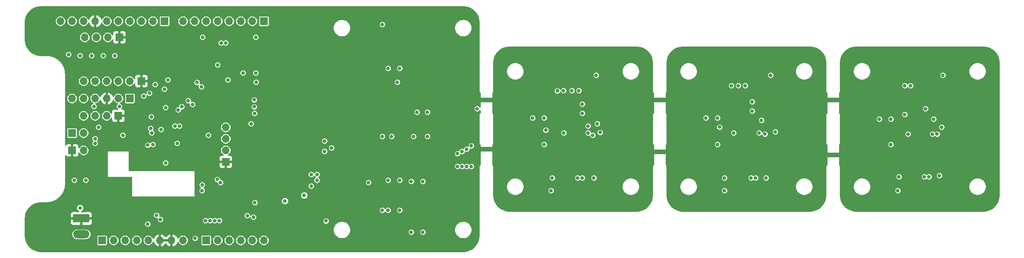
<source format=gbr>
%TF.GenerationSoftware,KiCad,Pcbnew,(5.1.10)-1*%
%TF.CreationDate,2022-03-04T09:48:17+01:00*%
%TF.ProjectId,GestureControl,47657374-7572-4654-936f-6e74726f6c2e,V0.1*%
%TF.SameCoordinates,Original*%
%TF.FileFunction,Copper,L3,Inr*%
%TF.FilePolarity,Positive*%
%FSLAX46Y46*%
G04 Gerber Fmt 4.6, Leading zero omitted, Abs format (unit mm)*
G04 Created by KiCad (PCBNEW (5.1.10)-1) date 2022-03-04 09:48:17*
%MOMM*%
%LPD*%
G01*
G04 APERTURE LIST*
%TA.AperFunction,ComponentPad*%
%ADD10O,1.700000X1.700000*%
%TD*%
%TA.AperFunction,ComponentPad*%
%ADD11R,1.700000X1.700000*%
%TD*%
%TA.AperFunction,ComponentPad*%
%ADD12O,3.600000X1.800000*%
%TD*%
%TA.AperFunction,ViaPad*%
%ADD13C,0.800000*%
%TD*%
%TA.AperFunction,Conductor*%
%ADD14C,1.000000*%
%TD*%
%TA.AperFunction,Conductor*%
%ADD15C,0.254000*%
%TD*%
%TA.AperFunction,Conductor*%
%ADD16C,0.100000*%
%TD*%
G04 APERTURE END LIST*
D10*
%TO.N,/STM32L151RET6TR/BOOT*%
%TO.C,J12*%
X54737000Y-131572000D03*
D11*
%TO.N,+3V3*%
X52197000Y-131572000D03*
%TD*%
D10*
%TO.N,/STM32L151RET6TR/RST*%
%TO.C,J11*%
X54737000Y-135382000D03*
D11*
%TO.N,GND*%
X52197000Y-135382000D03*
%TD*%
D10*
%TO.N,/STM32L151RET6TR/SW0*%
%TO.C,J8*%
X52197000Y-123952000D03*
%TO.N,/STM32L151RET6TR/RST*%
X54737000Y-123952000D03*
%TO.N,/STM32L151RET6TR/SWDAT*%
X57277000Y-123952000D03*
%TO.N,GND*%
X59817000Y-123952000D03*
%TO.N,/STM32L151RET6TR/SWCLK*%
X62357000Y-123952000D03*
D11*
%TO.N,+3V3*%
X64897000Y-123952000D03*
%TD*%
D10*
%TO.N,SCL2*%
%TO.C,J10*%
X54991000Y-110490000D03*
%TO.N,SDA2*%
X57531000Y-110490000D03*
%TO.N,+3V3*%
X60071000Y-110490000D03*
D11*
%TO.N,GND*%
X62611000Y-110490000D03*
%TD*%
D10*
%TO.N,/STM32L151RET6TR/FTDI_RTS*%
%TO.C,J7*%
X54737000Y-120142000D03*
%TO.N,/STM32L151RET6TR/FTDI_RXD*%
X57277000Y-120142000D03*
%TO.N,/STM32L151RET6TR/FTDI_TXD*%
X59817000Y-120142000D03*
%TO.N,+5V*%
X62357000Y-120142000D03*
%TO.N,/STM32L151RET6TR/FTDI_CTS*%
X64897000Y-120142000D03*
D11*
%TO.N,GND*%
X67437000Y-120142000D03*
%TD*%
D10*
%TO.N,/STM32L151RET6TR/UART_RX*%
%TO.C,J9*%
X85979000Y-130302000D03*
%TO.N,/STM32L151RET6TR/UART_TX*%
X85979000Y-132842000D03*
%TO.N,+3V3*%
X85979000Y-135382000D03*
D11*
%TO.N,GND*%
X85979000Y-137922000D03*
%TD*%
D12*
%TO.N,Net-(D6-Pad2)*%
%TO.C,J2*%
X54229000Y-153868000D03*
%TO.N,GND*%
%TA.AperFunction,ComponentPad*%
G36*
G01*
X52679000Y-149468000D02*
X55779000Y-149468000D01*
G75*
G02*
X56029000Y-149718000I0J-250000D01*
G01*
X56029000Y-151018000D01*
G75*
G02*
X55779000Y-151268000I-250000J0D01*
G01*
X52679000Y-151268000D01*
G75*
G02*
X52429000Y-151018000I0J250000D01*
G01*
X52429000Y-149718000D01*
G75*
G02*
X52679000Y-149468000I250000J0D01*
G01*
G37*
%TD.AperFunction*%
%TD*%
D10*
%TO.N,SCL1*%
%TO.C,J1*%
X54737000Y-127762000D03*
%TO.N,SDA1*%
X57277000Y-127762000D03*
%TO.N,+5V*%
X59817000Y-127762000D03*
D11*
%TO.N,GND*%
X62357000Y-127762000D03*
%TD*%
D10*
%TO.N,N/C*%
%TO.C,J6*%
X76581000Y-106934000D03*
%TO.N,LED_1*%
X79121000Y-106934000D03*
%TO.N,LED_2*%
X81661000Y-106934000D03*
%TO.N,LED_3*%
X84201000Y-106934000D03*
%TO.N,LED_4*%
X86741000Y-106934000D03*
%TO.N,LED_5*%
X89281000Y-106934000D03*
%TO.N,N/C*%
X91821000Y-106934000D03*
D11*
X94361000Y-106934000D03*
%TD*%
D10*
%TO.N,SCL1*%
%TO.C,J5*%
X49657000Y-106934000D03*
%TO.N,SDA1*%
X52197000Y-106934000D03*
%TO.N,+3V3*%
X54737000Y-106934000D03*
%TO.N,GND*%
X57277000Y-106934000D03*
%TO.N,GPIOI_3*%
X59817000Y-106934000D03*
%TO.N,GPIOI_2*%
X62357000Y-106934000D03*
%TO.N,GPIOI_1*%
X64897000Y-106934000D03*
%TO.N,GPIOI_0*%
X67437000Y-106934000D03*
%TO.N,N/C*%
X69977000Y-106934000D03*
D11*
X72517000Y-106934000D03*
%TD*%
D10*
%TO.N,SW_2*%
%TO.C,J4*%
X94361000Y-155194000D03*
%TO.N,SW_1*%
X91821000Y-155194000D03*
%TO.N,XSHUT_3*%
X89281000Y-155194000D03*
%TO.N,XSHUT_2*%
X86741000Y-155194000D03*
%TO.N,XSHUT_1*%
X84201000Y-155194000D03*
D11*
%TO.N,XSHUT_0*%
X81661000Y-155194000D03*
%TD*%
D10*
%TO.N,N/C*%
%TO.C,J3*%
X76581000Y-155194000D03*
%TO.N,GND*%
X74041000Y-155194000D03*
X71501000Y-155194000D03*
%TO.N,+5V*%
X68961000Y-155194000D03*
%TO.N,+3V3*%
X66421000Y-155194000D03*
%TO.N,N/C*%
X63881000Y-155194000D03*
X61341000Y-155194000D03*
D11*
X58801000Y-155194000D03*
%TD*%
D13*
%TO.N,GND*%
X76835000Y-130048000D03*
X81153000Y-125730000D03*
X87503000Y-121666000D03*
X101473000Y-124968000D03*
X74295000Y-133858000D03*
X81915000Y-133096000D03*
X66929000Y-134874000D03*
X68961000Y-133096000D03*
X65151000Y-135382000D03*
X64643000Y-151384000D03*
X62103000Y-149606000D03*
X64643000Y-147828000D03*
X58039000Y-134874000D03*
X58039000Y-141986000D03*
X72263000Y-148590000D03*
X99187000Y-135890000D03*
X92837000Y-143764000D03*
X104775000Y-134874000D03*
X101981000Y-134874000D03*
X103251000Y-134874000D03*
X91694000Y-138049000D03*
X91694000Y-138938000D03*
X67437000Y-125349000D03*
X70231000Y-122809000D03*
X69215000Y-117983000D03*
X103505000Y-152400000D03*
X95123000Y-151638000D03*
X244094000Y-131826000D03*
X236078347Y-130668347D03*
X238506000Y-127254000D03*
X155956000Y-123190000D03*
X163322000Y-127254000D03*
X160269347Y-130551347D03*
X208026000Y-134112000D03*
X169926000Y-134112000D03*
X156210000Y-136144000D03*
X200660000Y-127254000D03*
X197607347Y-130551347D03*
X194564000Y-136144000D03*
X191516000Y-121920000D03*
X194056000Y-123190000D03*
X153416000Y-121920000D03*
X138684000Y-122174000D03*
X229616000Y-122174000D03*
X232156000Y-123444000D03*
X232830000Y-136144000D03*
X239014000Y-136398000D03*
X200914000Y-136398000D03*
X163068000Y-136398000D03*
X124968000Y-127508000D03*
X119634000Y-125730000D03*
X125476000Y-137414000D03*
X121412000Y-132334000D03*
X128778000Y-132334000D03*
X118872000Y-137160000D03*
X123190000Y-107696000D03*
X130048000Y-107696000D03*
X128016000Y-107696000D03*
X125476000Y-107696000D03*
X118618000Y-112268000D03*
X128016000Y-148590000D03*
X130556000Y-148590000D03*
X125476000Y-148590000D03*
X122936000Y-148590000D03*
X119126000Y-148590000D03*
X102489000Y-146812000D03*
X167386000Y-115570000D03*
X205740000Y-115570000D03*
X243586000Y-115570000D03*
X99060000Y-152400000D03*
X221996000Y-124333000D03*
X216916000Y-124333000D03*
X178816000Y-124333000D03*
X183896000Y-124333000D03*
X145796000Y-124333000D03*
X140716000Y-124333000D03*
%TO.N,VCC*%
X53975000Y-148082000D03*
X98983002Y-146558000D03*
X103234896Y-145318348D03*
%TO.N,+3V3*%
X78700000Y-125309000D03*
X79665000Y-120432000D03*
X75311000Y-133858000D03*
X69642998Y-128016000D03*
X86487000Y-119888000D03*
X85979000Y-111760000D03*
X80899000Y-110490000D03*
X82169000Y-132080000D03*
X71755000Y-130810000D03*
X68834000Y-134239000D03*
X104775000Y-143256000D03*
X104775000Y-140716000D03*
X55245000Y-141986000D03*
X52705000Y-141986000D03*
X90716509Y-149771509D03*
X69212808Y-122807215D03*
X70485000Y-120904000D03*
X106045000Y-141986000D03*
X241300000Y-131826000D03*
X155956000Y-128270000D03*
X153416000Y-128270000D03*
X160274000Y-131572000D03*
X165608000Y-131572000D03*
X197612000Y-131572000D03*
X203200000Y-131572000D03*
X194056000Y-128270000D03*
X235956000Y-131816000D03*
X232156000Y-128524000D03*
X191516000Y-128270000D03*
X229616000Y-128524000D03*
X232156000Y-134112000D03*
X194056000Y-134112000D03*
X155956000Y-134112000D03*
X157480000Y-144272000D03*
X195580000Y-144272000D03*
X233680000Y-144272000D03*
X120396000Y-132334000D03*
X130302000Y-132334000D03*
X127254000Y-132334000D03*
X122428000Y-132334000D03*
X120396000Y-148590000D03*
X120396000Y-107696000D03*
X106045000Y-140716000D03*
X141224000Y-126238000D03*
X167386000Y-118872000D03*
X167386000Y-118872000D03*
X205740000Y-118872000D03*
X243586000Y-118872000D03*
%TO.N,XSHUT_1*%
X163322000Y-141478000D03*
X124206000Y-148590000D03*
X137922000Y-135636000D03*
X137922000Y-138938000D03*
X82550000Y-150876000D03*
X156332347Y-130932347D03*
X158877000Y-122301000D03*
%TO.N,GPIOI_1*%
X157734000Y-141478000D03*
X121666000Y-148590000D03*
X164338000Y-127254000D03*
X136906000Y-136100972D03*
X136906000Y-138938000D03*
X76325716Y-125767000D03*
X107696000Y-133350000D03*
X162052000Y-122262000D03*
X164338000Y-125222000D03*
%TO.N,XSHUT_2*%
X201422000Y-141478000D03*
X124206000Y-117348000D03*
X83570653Y-150871347D03*
X107691347Y-135640653D03*
X109220000Y-134874000D03*
X123698000Y-120396000D03*
X197104000Y-121158000D03*
X194524783Y-130262783D03*
X108018858Y-150944858D03*
%TO.N,GPIOI_2*%
X195580000Y-141478000D03*
X201676000Y-126746000D03*
X121666000Y-117348000D03*
X200152000Y-121158000D03*
X201676000Y-124714000D03*
%TO.N,XSHUT_0*%
X128016000Y-127000000D03*
X81534000Y-150876000D03*
X117348000Y-142494000D03*
%TO.N,GPIOI_0*%
X130302000Y-127000000D03*
X77724000Y-124460000D03*
%TO.N,LED_3*%
X92265500Y-125793500D03*
%TO.N,LED_4*%
X92265500Y-124269500D03*
%TO.N,LED_5*%
X92672190Y-120396000D03*
%TO.N,LED_1*%
X91567000Y-129540000D03*
%TO.N,LED_2*%
X92329000Y-127254000D03*
%TO.N,SW_1*%
X92583000Y-118364000D03*
X89789000Y-118364000D03*
X92583000Y-110490000D03*
X84836000Y-142494000D03*
X80772000Y-144272000D03*
X71628000Y-150622000D03*
X79248000Y-154743999D03*
%TO.N,SW_2*%
X80645000Y-121412000D03*
X84201000Y-116586000D03*
X84963000Y-111760000D03*
X68829347Y-151642653D03*
X70769346Y-149702654D03*
X80809000Y-143002000D03*
X84128892Y-141786892D03*
%TO.N,+5V*%
X92075000Y-150114000D03*
X92373000Y-146912936D03*
%TO.N,/STM32L151RET6TR/BOOT*%
X63373000Y-132080000D03*
%TO.N,/STM32L151RET6TR/RST*%
X72771000Y-138176000D03*
%TO.N,SCL1*%
X57277000Y-132842000D03*
X242824000Y-140970000D03*
X204724000Y-141478000D03*
X166878000Y-141478000D03*
X129286000Y-142240000D03*
X129286000Y-153416000D03*
X166624000Y-132080000D03*
X139954000Y-138938000D03*
X139954000Y-134403000D03*
X206756000Y-131318000D03*
X204498501Y-131797499D03*
X243332000Y-130302000D03*
X242344501Y-131797499D03*
X168275000Y-131445000D03*
X160202001Y-122262000D03*
X198628000Y-121158000D03*
X236474000Y-121158000D03*
%TO.N,SDA1*%
X57281653Y-133862653D03*
X58039000Y-130302000D03*
X240538000Y-141224000D03*
X202438000Y-141478000D03*
X164338000Y-141478000D03*
X126746000Y-142240000D03*
X126746000Y-153416000D03*
X138938000Y-138938000D03*
X138938000Y-135128000D03*
X167640000Y-129540000D03*
X165608000Y-130048000D03*
X163576000Y-122262000D03*
X203708000Y-128778000D03*
X241554000Y-128524000D03*
%TO.N,/STM32L151RET6TR/FTDI_RTS*%
X67945000Y-123444000D03*
X69469000Y-130556000D03*
%TO.N,/STM32L151RET6TR/FTDI_CTS*%
X69723000Y-131572000D03*
%TO.N,/STM32L151RET6TR/SW0*%
X62611000Y-125730000D03*
X57023000Y-125730000D03*
%TO.N,SCL2*%
X72517000Y-121920000D03*
X56515000Y-114554000D03*
%TO.N,SDA2*%
X59055000Y-114554000D03*
X73279000Y-119888000D03*
%TO.N,/STM32L151RET6TR/PIN41*%
X72771000Y-125984000D03*
%TO.N,/STM32L151RET6TR/PIN29*%
X75819000Y-130048000D03*
%TO.N,/STM32L151RET6TR/PIN30*%
X74803000Y-130048000D03*
%TO.N,/STM32L151RET6TR/PC8*%
X61595000Y-114554000D03*
%TO.N,/STM32L151RET6TR/PA9*%
X53975000Y-114554000D03*
%TO.N,/STM32L151RET6TR/PA10*%
X51435000Y-114300000D03*
%TO.N,BUCK_5_EN*%
X69977000Y-134112000D03*
%TO.N,XSHUT_3*%
X239522000Y-141224000D03*
X124206000Y-141986000D03*
X84591306Y-150866694D03*
X235204000Y-121158000D03*
X235204000Y-127508000D03*
%TO.N,GPIOI_3*%
X233934000Y-141224000D03*
X239776000Y-126238000D03*
X121666000Y-141986000D03*
X75528000Y-126492000D03*
%TD*%
D14*
%TO.N,GND*%
X221996000Y-124333000D02*
X216916000Y-124333000D01*
X178816000Y-124333000D02*
X183896000Y-124333000D01*
X140716000Y-124333000D02*
X145796000Y-124333000D01*
X145796000Y-124333000D02*
X145796000Y-135128000D01*
X140857002Y-135128000D02*
X140716000Y-135269002D01*
X145796000Y-135128000D02*
X140857002Y-135128000D01*
X140716000Y-135269002D02*
X140716000Y-136398000D01*
X183896000Y-124333000D02*
X183896000Y-133613318D01*
X183896000Y-133613318D02*
X183896000Y-135763000D01*
X183896000Y-135763000D02*
X176911000Y-135763000D01*
X221996000Y-124333000D02*
X221996000Y-136398000D01*
X221996000Y-136398000D02*
X216916000Y-136398000D01*
%TD*%
D15*
%TO.N,GND*%
X253147337Y-112687513D02*
X253793098Y-112882481D01*
X254388698Y-113199167D01*
X254911433Y-113625499D01*
X255341413Y-114145256D01*
X255662247Y-114738625D01*
X255861717Y-115383010D01*
X255933971Y-116070462D01*
X255934001Y-116078945D01*
X255934000Y-145270785D01*
X255866487Y-145959335D01*
X255671521Y-146605094D01*
X255354833Y-147200698D01*
X254928501Y-147723433D01*
X254408744Y-148153413D01*
X253815375Y-148474247D01*
X253170990Y-148673717D01*
X252483537Y-148745971D01*
X252475341Y-148746000D01*
X224553215Y-148746000D01*
X223864665Y-148678487D01*
X223218906Y-148483521D01*
X222623302Y-148166833D01*
X222100567Y-147740501D01*
X221670587Y-147220744D01*
X221349753Y-146627375D01*
X221150283Y-145982990D01*
X221078029Y-145295537D01*
X221078000Y-145287341D01*
X221078000Y-143193207D01*
X223879000Y-143193207D01*
X223879000Y-143572793D01*
X223953053Y-143945085D01*
X224098315Y-144295777D01*
X224309201Y-144611391D01*
X224577609Y-144879799D01*
X224893223Y-145090685D01*
X225243915Y-145235947D01*
X225616207Y-145310000D01*
X225995793Y-145310000D01*
X226368085Y-145235947D01*
X226718777Y-145090685D01*
X227034391Y-144879799D01*
X227302799Y-144611391D01*
X227513685Y-144295777D01*
X227553192Y-144200397D01*
X232953000Y-144200397D01*
X232953000Y-144343603D01*
X232980938Y-144484058D01*
X233035741Y-144616364D01*
X233115302Y-144735436D01*
X233216564Y-144836698D01*
X233335636Y-144916259D01*
X233467942Y-144971062D01*
X233608397Y-144999000D01*
X233751603Y-144999000D01*
X233892058Y-144971062D01*
X234024364Y-144916259D01*
X234143436Y-144836698D01*
X234244698Y-144735436D01*
X234324259Y-144616364D01*
X234379062Y-144484058D01*
X234407000Y-144343603D01*
X234407000Y-144200397D01*
X234379062Y-144059942D01*
X234324259Y-143927636D01*
X234244698Y-143808564D01*
X234143436Y-143707302D01*
X234024364Y-143627741D01*
X233892058Y-143572938D01*
X233751603Y-143545000D01*
X233608397Y-143545000D01*
X233467942Y-143572938D01*
X233335636Y-143627741D01*
X233216564Y-143707302D01*
X233115302Y-143808564D01*
X233035741Y-143927636D01*
X232980938Y-144059942D01*
X232953000Y-144200397D01*
X227553192Y-144200397D01*
X227658947Y-143945085D01*
X227733000Y-143572793D01*
X227733000Y-143193207D01*
X249279000Y-143193207D01*
X249279000Y-143572793D01*
X249353053Y-143945085D01*
X249498315Y-144295777D01*
X249709201Y-144611391D01*
X249977609Y-144879799D01*
X250293223Y-145090685D01*
X250643915Y-145235947D01*
X251016207Y-145310000D01*
X251395793Y-145310000D01*
X251768085Y-145235947D01*
X252118777Y-145090685D01*
X252434391Y-144879799D01*
X252702799Y-144611391D01*
X252913685Y-144295777D01*
X253058947Y-143945085D01*
X253133000Y-143572793D01*
X253133000Y-143193207D01*
X253058947Y-142820915D01*
X252913685Y-142470223D01*
X252702799Y-142154609D01*
X252434391Y-141886201D01*
X252118777Y-141675315D01*
X251768085Y-141530053D01*
X251395793Y-141456000D01*
X251016207Y-141456000D01*
X250643915Y-141530053D01*
X250293223Y-141675315D01*
X249977609Y-141886201D01*
X249709201Y-142154609D01*
X249498315Y-142470223D01*
X249353053Y-142820915D01*
X249279000Y-143193207D01*
X227733000Y-143193207D01*
X227658947Y-142820915D01*
X227513685Y-142470223D01*
X227302799Y-142154609D01*
X227034391Y-141886201D01*
X226718777Y-141675315D01*
X226368085Y-141530053D01*
X225995793Y-141456000D01*
X225616207Y-141456000D01*
X225243915Y-141530053D01*
X224893223Y-141675315D01*
X224577609Y-141886201D01*
X224309201Y-142154609D01*
X224098315Y-142470223D01*
X223953053Y-142820915D01*
X223879000Y-143193207D01*
X221078000Y-143193207D01*
X221078000Y-141152397D01*
X233207000Y-141152397D01*
X233207000Y-141295603D01*
X233234938Y-141436058D01*
X233289741Y-141568364D01*
X233369302Y-141687436D01*
X233470564Y-141788698D01*
X233589636Y-141868259D01*
X233721942Y-141923062D01*
X233862397Y-141951000D01*
X234005603Y-141951000D01*
X234146058Y-141923062D01*
X234278364Y-141868259D01*
X234397436Y-141788698D01*
X234498698Y-141687436D01*
X234578259Y-141568364D01*
X234633062Y-141436058D01*
X234661000Y-141295603D01*
X234661000Y-141152397D01*
X238795000Y-141152397D01*
X238795000Y-141295603D01*
X238822938Y-141436058D01*
X238877741Y-141568364D01*
X238957302Y-141687436D01*
X239058564Y-141788698D01*
X239177636Y-141868259D01*
X239309942Y-141923062D01*
X239450397Y-141951000D01*
X239593603Y-141951000D01*
X239734058Y-141923062D01*
X239866364Y-141868259D01*
X239985436Y-141788698D01*
X240030000Y-141744134D01*
X240074564Y-141788698D01*
X240193636Y-141868259D01*
X240325942Y-141923062D01*
X240466397Y-141951000D01*
X240609603Y-141951000D01*
X240750058Y-141923062D01*
X240882364Y-141868259D01*
X241001436Y-141788698D01*
X241102698Y-141687436D01*
X241182259Y-141568364D01*
X241237062Y-141436058D01*
X241265000Y-141295603D01*
X241265000Y-141152397D01*
X241237062Y-141011942D01*
X241190031Y-140898397D01*
X242097000Y-140898397D01*
X242097000Y-141041603D01*
X242124938Y-141182058D01*
X242179741Y-141314364D01*
X242259302Y-141433436D01*
X242360564Y-141534698D01*
X242479636Y-141614259D01*
X242611942Y-141669062D01*
X242752397Y-141697000D01*
X242895603Y-141697000D01*
X243036058Y-141669062D01*
X243168364Y-141614259D01*
X243287436Y-141534698D01*
X243388698Y-141433436D01*
X243468259Y-141314364D01*
X243523062Y-141182058D01*
X243551000Y-141041603D01*
X243551000Y-140898397D01*
X243523062Y-140757942D01*
X243468259Y-140625636D01*
X243388698Y-140506564D01*
X243287436Y-140405302D01*
X243168364Y-140325741D01*
X243036058Y-140270938D01*
X242895603Y-140243000D01*
X242752397Y-140243000D01*
X242611942Y-140270938D01*
X242479636Y-140325741D01*
X242360564Y-140405302D01*
X242259302Y-140506564D01*
X242179741Y-140625636D01*
X242124938Y-140757942D01*
X242097000Y-140898397D01*
X241190031Y-140898397D01*
X241182259Y-140879636D01*
X241102698Y-140760564D01*
X241001436Y-140659302D01*
X240882364Y-140579741D01*
X240750058Y-140524938D01*
X240609603Y-140497000D01*
X240466397Y-140497000D01*
X240325942Y-140524938D01*
X240193636Y-140579741D01*
X240074564Y-140659302D01*
X240030000Y-140703866D01*
X239985436Y-140659302D01*
X239866364Y-140579741D01*
X239734058Y-140524938D01*
X239593603Y-140497000D01*
X239450397Y-140497000D01*
X239309942Y-140524938D01*
X239177636Y-140579741D01*
X239058564Y-140659302D01*
X238957302Y-140760564D01*
X238877741Y-140879636D01*
X238822938Y-141011942D01*
X238795000Y-141152397D01*
X234661000Y-141152397D01*
X234633062Y-141011942D01*
X234578259Y-140879636D01*
X234498698Y-140760564D01*
X234397436Y-140659302D01*
X234278364Y-140579741D01*
X234146058Y-140524938D01*
X234005603Y-140497000D01*
X233862397Y-140497000D01*
X233721942Y-140524938D01*
X233589636Y-140579741D01*
X233470564Y-140659302D01*
X233369302Y-140760564D01*
X233289741Y-140879636D01*
X233234938Y-141011942D01*
X233207000Y-141152397D01*
X221078000Y-141152397D01*
X221078000Y-138955292D01*
X221079703Y-138938000D01*
X221072907Y-138868996D01*
X221052779Y-138802644D01*
X221020093Y-138741493D01*
X220976106Y-138687894D01*
X220922507Y-138643907D01*
X220861356Y-138611221D01*
X220853000Y-138608686D01*
X220853000Y-134187314D01*
X220861356Y-134184779D01*
X220922507Y-134152093D01*
X220976106Y-134108106D01*
X221020093Y-134054507D01*
X221027634Y-134040397D01*
X231429000Y-134040397D01*
X231429000Y-134183603D01*
X231456938Y-134324058D01*
X231511741Y-134456364D01*
X231591302Y-134575436D01*
X231692564Y-134676698D01*
X231811636Y-134756259D01*
X231943942Y-134811062D01*
X232084397Y-134839000D01*
X232227603Y-134839000D01*
X232368058Y-134811062D01*
X232500364Y-134756259D01*
X232619436Y-134676698D01*
X232720698Y-134575436D01*
X232800259Y-134456364D01*
X232855062Y-134324058D01*
X232883000Y-134183603D01*
X232883000Y-134040397D01*
X232855062Y-133899942D01*
X232800259Y-133767636D01*
X232720698Y-133648564D01*
X232619436Y-133547302D01*
X232500364Y-133467741D01*
X232368058Y-133412938D01*
X232227603Y-133385000D01*
X232084397Y-133385000D01*
X231943942Y-133412938D01*
X231811636Y-133467741D01*
X231692564Y-133547302D01*
X231591302Y-133648564D01*
X231511741Y-133767636D01*
X231456938Y-133899942D01*
X231429000Y-134040397D01*
X221027634Y-134040397D01*
X221052779Y-133993356D01*
X221072907Y-133927004D01*
X221079703Y-133858000D01*
X221078000Y-133840708D01*
X221078000Y-131744397D01*
X235229000Y-131744397D01*
X235229000Y-131887603D01*
X235256938Y-132028058D01*
X235311741Y-132160364D01*
X235391302Y-132279436D01*
X235492564Y-132380698D01*
X235611636Y-132460259D01*
X235743942Y-132515062D01*
X235884397Y-132543000D01*
X236027603Y-132543000D01*
X236168058Y-132515062D01*
X236300364Y-132460259D01*
X236419436Y-132380698D01*
X236520698Y-132279436D01*
X236600259Y-132160364D01*
X236655062Y-132028058D01*
X236683000Y-131887603D01*
X236683000Y-131754397D01*
X240573000Y-131754397D01*
X240573000Y-131897603D01*
X240600938Y-132038058D01*
X240655741Y-132170364D01*
X240735302Y-132289436D01*
X240836564Y-132390698D01*
X240955636Y-132470259D01*
X241087942Y-132525062D01*
X241228397Y-132553000D01*
X241371603Y-132553000D01*
X241512058Y-132525062D01*
X241644364Y-132470259D01*
X241763436Y-132390698D01*
X241836501Y-132317633D01*
X241881065Y-132362197D01*
X242000137Y-132441758D01*
X242132443Y-132496561D01*
X242272898Y-132524499D01*
X242416104Y-132524499D01*
X242556559Y-132496561D01*
X242688865Y-132441758D01*
X242807937Y-132362197D01*
X242909199Y-132260935D01*
X242988760Y-132141863D01*
X243043563Y-132009557D01*
X243071501Y-131869102D01*
X243071501Y-131725896D01*
X243043563Y-131585441D01*
X242988760Y-131453135D01*
X242909199Y-131334063D01*
X242807937Y-131232801D01*
X242688865Y-131153240D01*
X242556559Y-131098437D01*
X242416104Y-131070499D01*
X242272898Y-131070499D01*
X242132443Y-131098437D01*
X242000137Y-131153240D01*
X241881065Y-131232801D01*
X241808000Y-131305866D01*
X241763436Y-131261302D01*
X241644364Y-131181741D01*
X241512058Y-131126938D01*
X241371603Y-131099000D01*
X241228397Y-131099000D01*
X241087942Y-131126938D01*
X240955636Y-131181741D01*
X240836564Y-131261302D01*
X240735302Y-131362564D01*
X240655741Y-131481636D01*
X240600938Y-131613942D01*
X240573000Y-131754397D01*
X236683000Y-131754397D01*
X236683000Y-131744397D01*
X236655062Y-131603942D01*
X236600259Y-131471636D01*
X236520698Y-131352564D01*
X236419436Y-131251302D01*
X236300364Y-131171741D01*
X236168058Y-131116938D01*
X236027603Y-131089000D01*
X235884397Y-131089000D01*
X235743942Y-131116938D01*
X235611636Y-131171741D01*
X235492564Y-131251302D01*
X235391302Y-131352564D01*
X235311741Y-131471636D01*
X235256938Y-131603942D01*
X235229000Y-131744397D01*
X221078000Y-131744397D01*
X221078000Y-130230397D01*
X242605000Y-130230397D01*
X242605000Y-130373603D01*
X242632938Y-130514058D01*
X242687741Y-130646364D01*
X242767302Y-130765436D01*
X242868564Y-130866698D01*
X242987636Y-130946259D01*
X243119942Y-131001062D01*
X243260397Y-131029000D01*
X243403603Y-131029000D01*
X243544058Y-131001062D01*
X243676364Y-130946259D01*
X243795436Y-130866698D01*
X243896698Y-130765436D01*
X243976259Y-130646364D01*
X244031062Y-130514058D01*
X244059000Y-130373603D01*
X244059000Y-130230397D01*
X244031062Y-130089942D01*
X243976259Y-129957636D01*
X243896698Y-129838564D01*
X243795436Y-129737302D01*
X243676364Y-129657741D01*
X243544058Y-129602938D01*
X243403603Y-129575000D01*
X243260397Y-129575000D01*
X243119942Y-129602938D01*
X242987636Y-129657741D01*
X242868564Y-129737302D01*
X242767302Y-129838564D01*
X242687741Y-129957636D01*
X242632938Y-130089942D01*
X242605000Y-130230397D01*
X221078000Y-130230397D01*
X221078000Y-128452397D01*
X228889000Y-128452397D01*
X228889000Y-128595603D01*
X228916938Y-128736058D01*
X228971741Y-128868364D01*
X229051302Y-128987436D01*
X229152564Y-129088698D01*
X229271636Y-129168259D01*
X229403942Y-129223062D01*
X229544397Y-129251000D01*
X229687603Y-129251000D01*
X229828058Y-129223062D01*
X229960364Y-129168259D01*
X230079436Y-129088698D01*
X230180698Y-128987436D01*
X230260259Y-128868364D01*
X230315062Y-128736058D01*
X230343000Y-128595603D01*
X230343000Y-128452397D01*
X231429000Y-128452397D01*
X231429000Y-128595603D01*
X231456938Y-128736058D01*
X231511741Y-128868364D01*
X231591302Y-128987436D01*
X231692564Y-129088698D01*
X231811636Y-129168259D01*
X231943942Y-129223062D01*
X232084397Y-129251000D01*
X232227603Y-129251000D01*
X232368058Y-129223062D01*
X232500364Y-129168259D01*
X232619436Y-129088698D01*
X232720698Y-128987436D01*
X232800259Y-128868364D01*
X232855062Y-128736058D01*
X232883000Y-128595603D01*
X232883000Y-128452397D01*
X240827000Y-128452397D01*
X240827000Y-128595603D01*
X240854938Y-128736058D01*
X240909741Y-128868364D01*
X240989302Y-128987436D01*
X241090564Y-129088698D01*
X241209636Y-129168259D01*
X241341942Y-129223062D01*
X241482397Y-129251000D01*
X241625603Y-129251000D01*
X241766058Y-129223062D01*
X241898364Y-129168259D01*
X242017436Y-129088698D01*
X242118698Y-128987436D01*
X242198259Y-128868364D01*
X242253062Y-128736058D01*
X242281000Y-128595603D01*
X242281000Y-128452397D01*
X242253062Y-128311942D01*
X242198259Y-128179636D01*
X242118698Y-128060564D01*
X242017436Y-127959302D01*
X241898364Y-127879741D01*
X241766058Y-127824938D01*
X241625603Y-127797000D01*
X241482397Y-127797000D01*
X241341942Y-127824938D01*
X241209636Y-127879741D01*
X241090564Y-127959302D01*
X240989302Y-128060564D01*
X240909741Y-128179636D01*
X240854938Y-128311942D01*
X240827000Y-128452397D01*
X232883000Y-128452397D01*
X232855062Y-128311942D01*
X232800259Y-128179636D01*
X232720698Y-128060564D01*
X232619436Y-127959302D01*
X232500364Y-127879741D01*
X232368058Y-127824938D01*
X232227603Y-127797000D01*
X232084397Y-127797000D01*
X231943942Y-127824938D01*
X231811636Y-127879741D01*
X231692564Y-127959302D01*
X231591302Y-128060564D01*
X231511741Y-128179636D01*
X231456938Y-128311942D01*
X231429000Y-128452397D01*
X230343000Y-128452397D01*
X230315062Y-128311942D01*
X230260259Y-128179636D01*
X230180698Y-128060564D01*
X230079436Y-127959302D01*
X229960364Y-127879741D01*
X229828058Y-127824938D01*
X229687603Y-127797000D01*
X229544397Y-127797000D01*
X229403942Y-127824938D01*
X229271636Y-127879741D01*
X229152564Y-127959302D01*
X229051302Y-128060564D01*
X228971741Y-128179636D01*
X228916938Y-128311942D01*
X228889000Y-128452397D01*
X221078000Y-128452397D01*
X221078000Y-127525292D01*
X221079703Y-127508000D01*
X221072907Y-127438996D01*
X221072119Y-127436397D01*
X234477000Y-127436397D01*
X234477000Y-127579603D01*
X234504938Y-127720058D01*
X234559741Y-127852364D01*
X234639302Y-127971436D01*
X234740564Y-128072698D01*
X234859636Y-128152259D01*
X234991942Y-128207062D01*
X235132397Y-128235000D01*
X235275603Y-128235000D01*
X235416058Y-128207062D01*
X235548364Y-128152259D01*
X235667436Y-128072698D01*
X235768698Y-127971436D01*
X235848259Y-127852364D01*
X235903062Y-127720058D01*
X235931000Y-127579603D01*
X235931000Y-127436397D01*
X235903062Y-127295942D01*
X235848259Y-127163636D01*
X235768698Y-127044564D01*
X235667436Y-126943302D01*
X235548364Y-126863741D01*
X235416058Y-126808938D01*
X235275603Y-126781000D01*
X235132397Y-126781000D01*
X234991942Y-126808938D01*
X234859636Y-126863741D01*
X234740564Y-126943302D01*
X234639302Y-127044564D01*
X234559741Y-127163636D01*
X234504938Y-127295942D01*
X234477000Y-127436397D01*
X221072119Y-127436397D01*
X221052779Y-127372644D01*
X221020093Y-127311493D01*
X220976106Y-127257894D01*
X220922507Y-127213907D01*
X220861356Y-127181221D01*
X220853000Y-127178686D01*
X220853000Y-126166397D01*
X239049000Y-126166397D01*
X239049000Y-126309603D01*
X239076938Y-126450058D01*
X239131741Y-126582364D01*
X239211302Y-126701436D01*
X239312564Y-126802698D01*
X239431636Y-126882259D01*
X239563942Y-126937062D01*
X239704397Y-126965000D01*
X239847603Y-126965000D01*
X239988058Y-126937062D01*
X240120364Y-126882259D01*
X240239436Y-126802698D01*
X240340698Y-126701436D01*
X240420259Y-126582364D01*
X240475062Y-126450058D01*
X240503000Y-126309603D01*
X240503000Y-126166397D01*
X240475062Y-126025942D01*
X240420259Y-125893636D01*
X240340698Y-125774564D01*
X240239436Y-125673302D01*
X240120364Y-125593741D01*
X239988058Y-125538938D01*
X239847603Y-125511000D01*
X239704397Y-125511000D01*
X239563942Y-125538938D01*
X239431636Y-125593741D01*
X239312564Y-125673302D01*
X239211302Y-125774564D01*
X239131741Y-125893636D01*
X239076938Y-126025942D01*
X239049000Y-126166397D01*
X220853000Y-126166397D01*
X220853000Y-122757314D01*
X220861356Y-122754779D01*
X220922507Y-122722093D01*
X220976106Y-122678106D01*
X221020093Y-122624507D01*
X221052779Y-122563356D01*
X221072907Y-122497004D01*
X221078000Y-122445292D01*
X221079703Y-122428000D01*
X221078000Y-122410708D01*
X221078000Y-121086397D01*
X234477000Y-121086397D01*
X234477000Y-121229603D01*
X234504938Y-121370058D01*
X234559741Y-121502364D01*
X234639302Y-121621436D01*
X234740564Y-121722698D01*
X234859636Y-121802259D01*
X234991942Y-121857062D01*
X235132397Y-121885000D01*
X235275603Y-121885000D01*
X235416058Y-121857062D01*
X235548364Y-121802259D01*
X235667436Y-121722698D01*
X235768698Y-121621436D01*
X235839000Y-121516221D01*
X235909302Y-121621436D01*
X236010564Y-121722698D01*
X236129636Y-121802259D01*
X236261942Y-121857062D01*
X236402397Y-121885000D01*
X236545603Y-121885000D01*
X236686058Y-121857062D01*
X236818364Y-121802259D01*
X236937436Y-121722698D01*
X237038698Y-121621436D01*
X237118259Y-121502364D01*
X237173062Y-121370058D01*
X237201000Y-121229603D01*
X237201000Y-121086397D01*
X237173062Y-120945942D01*
X237118259Y-120813636D01*
X237038698Y-120694564D01*
X236937436Y-120593302D01*
X236818364Y-120513741D01*
X236686058Y-120458938D01*
X236545603Y-120431000D01*
X236402397Y-120431000D01*
X236261942Y-120458938D01*
X236129636Y-120513741D01*
X236010564Y-120593302D01*
X235909302Y-120694564D01*
X235839000Y-120799779D01*
X235768698Y-120694564D01*
X235667436Y-120593302D01*
X235548364Y-120513741D01*
X235416058Y-120458938D01*
X235275603Y-120431000D01*
X235132397Y-120431000D01*
X234991942Y-120458938D01*
X234859636Y-120513741D01*
X234740564Y-120593302D01*
X234639302Y-120694564D01*
X234559741Y-120813636D01*
X234504938Y-120945942D01*
X234477000Y-121086397D01*
X221078000Y-121086397D01*
X221078000Y-117793207D01*
X223879000Y-117793207D01*
X223879000Y-118172793D01*
X223953053Y-118545085D01*
X224098315Y-118895777D01*
X224309201Y-119211391D01*
X224577609Y-119479799D01*
X224893223Y-119690685D01*
X225243915Y-119835947D01*
X225616207Y-119910000D01*
X225995793Y-119910000D01*
X226368085Y-119835947D01*
X226718777Y-119690685D01*
X227034391Y-119479799D01*
X227302799Y-119211391D01*
X227513685Y-118895777D01*
X227553192Y-118800397D01*
X242859000Y-118800397D01*
X242859000Y-118943603D01*
X242886938Y-119084058D01*
X242941741Y-119216364D01*
X243021302Y-119335436D01*
X243122564Y-119436698D01*
X243241636Y-119516259D01*
X243373942Y-119571062D01*
X243514397Y-119599000D01*
X243657603Y-119599000D01*
X243798058Y-119571062D01*
X243930364Y-119516259D01*
X244049436Y-119436698D01*
X244150698Y-119335436D01*
X244230259Y-119216364D01*
X244285062Y-119084058D01*
X244313000Y-118943603D01*
X244313000Y-118800397D01*
X244285062Y-118659942D01*
X244230259Y-118527636D01*
X244150698Y-118408564D01*
X244049436Y-118307302D01*
X243930364Y-118227741D01*
X243798058Y-118172938D01*
X243657603Y-118145000D01*
X243514397Y-118145000D01*
X243373942Y-118172938D01*
X243241636Y-118227741D01*
X243122564Y-118307302D01*
X243021302Y-118408564D01*
X242941741Y-118527636D01*
X242886938Y-118659942D01*
X242859000Y-118800397D01*
X227553192Y-118800397D01*
X227658947Y-118545085D01*
X227733000Y-118172793D01*
X227733000Y-117793207D01*
X249279000Y-117793207D01*
X249279000Y-118172793D01*
X249353053Y-118545085D01*
X249498315Y-118895777D01*
X249709201Y-119211391D01*
X249977609Y-119479799D01*
X250293223Y-119690685D01*
X250643915Y-119835947D01*
X251016207Y-119910000D01*
X251395793Y-119910000D01*
X251768085Y-119835947D01*
X252118777Y-119690685D01*
X252434391Y-119479799D01*
X252702799Y-119211391D01*
X252913685Y-118895777D01*
X253058947Y-118545085D01*
X253133000Y-118172793D01*
X253133000Y-117793207D01*
X253058947Y-117420915D01*
X252913685Y-117070223D01*
X252702799Y-116754609D01*
X252434391Y-116486201D01*
X252118777Y-116275315D01*
X251768085Y-116130053D01*
X251395793Y-116056000D01*
X251016207Y-116056000D01*
X250643915Y-116130053D01*
X250293223Y-116275315D01*
X249977609Y-116486201D01*
X249709201Y-116754609D01*
X249498315Y-117070223D01*
X249353053Y-117420915D01*
X249279000Y-117793207D01*
X227733000Y-117793207D01*
X227658947Y-117420915D01*
X227513685Y-117070223D01*
X227302799Y-116754609D01*
X227034391Y-116486201D01*
X226718777Y-116275315D01*
X226368085Y-116130053D01*
X225995793Y-116056000D01*
X225616207Y-116056000D01*
X225243915Y-116130053D01*
X224893223Y-116275315D01*
X224577609Y-116486201D01*
X224309201Y-116754609D01*
X224098315Y-117070223D01*
X223953053Y-117420915D01*
X223879000Y-117793207D01*
X221078000Y-117793207D01*
X221078000Y-116095215D01*
X221145513Y-115406663D01*
X221340481Y-114760902D01*
X221657167Y-114165302D01*
X222083499Y-113642567D01*
X222603256Y-113212587D01*
X223196625Y-112891753D01*
X223841010Y-112692283D01*
X224528462Y-112620029D01*
X224536659Y-112620000D01*
X252458785Y-112620000D01*
X253147337Y-112687513D01*
%TA.AperFunction,Conductor*%
D16*
G36*
X253147337Y-112687513D02*
G01*
X253793098Y-112882481D01*
X254388698Y-113199167D01*
X254911433Y-113625499D01*
X255341413Y-114145256D01*
X255662247Y-114738625D01*
X255861717Y-115383010D01*
X255933971Y-116070462D01*
X255934001Y-116078945D01*
X255934000Y-145270785D01*
X255866487Y-145959335D01*
X255671521Y-146605094D01*
X255354833Y-147200698D01*
X254928501Y-147723433D01*
X254408744Y-148153413D01*
X253815375Y-148474247D01*
X253170990Y-148673717D01*
X252483537Y-148745971D01*
X252475341Y-148746000D01*
X224553215Y-148746000D01*
X223864665Y-148678487D01*
X223218906Y-148483521D01*
X222623302Y-148166833D01*
X222100567Y-147740501D01*
X221670587Y-147220744D01*
X221349753Y-146627375D01*
X221150283Y-145982990D01*
X221078029Y-145295537D01*
X221078000Y-145287341D01*
X221078000Y-143193207D01*
X223879000Y-143193207D01*
X223879000Y-143572793D01*
X223953053Y-143945085D01*
X224098315Y-144295777D01*
X224309201Y-144611391D01*
X224577609Y-144879799D01*
X224893223Y-145090685D01*
X225243915Y-145235947D01*
X225616207Y-145310000D01*
X225995793Y-145310000D01*
X226368085Y-145235947D01*
X226718777Y-145090685D01*
X227034391Y-144879799D01*
X227302799Y-144611391D01*
X227513685Y-144295777D01*
X227553192Y-144200397D01*
X232953000Y-144200397D01*
X232953000Y-144343603D01*
X232980938Y-144484058D01*
X233035741Y-144616364D01*
X233115302Y-144735436D01*
X233216564Y-144836698D01*
X233335636Y-144916259D01*
X233467942Y-144971062D01*
X233608397Y-144999000D01*
X233751603Y-144999000D01*
X233892058Y-144971062D01*
X234024364Y-144916259D01*
X234143436Y-144836698D01*
X234244698Y-144735436D01*
X234324259Y-144616364D01*
X234379062Y-144484058D01*
X234407000Y-144343603D01*
X234407000Y-144200397D01*
X234379062Y-144059942D01*
X234324259Y-143927636D01*
X234244698Y-143808564D01*
X234143436Y-143707302D01*
X234024364Y-143627741D01*
X233892058Y-143572938D01*
X233751603Y-143545000D01*
X233608397Y-143545000D01*
X233467942Y-143572938D01*
X233335636Y-143627741D01*
X233216564Y-143707302D01*
X233115302Y-143808564D01*
X233035741Y-143927636D01*
X232980938Y-144059942D01*
X232953000Y-144200397D01*
X227553192Y-144200397D01*
X227658947Y-143945085D01*
X227733000Y-143572793D01*
X227733000Y-143193207D01*
X249279000Y-143193207D01*
X249279000Y-143572793D01*
X249353053Y-143945085D01*
X249498315Y-144295777D01*
X249709201Y-144611391D01*
X249977609Y-144879799D01*
X250293223Y-145090685D01*
X250643915Y-145235947D01*
X251016207Y-145310000D01*
X251395793Y-145310000D01*
X251768085Y-145235947D01*
X252118777Y-145090685D01*
X252434391Y-144879799D01*
X252702799Y-144611391D01*
X252913685Y-144295777D01*
X253058947Y-143945085D01*
X253133000Y-143572793D01*
X253133000Y-143193207D01*
X253058947Y-142820915D01*
X252913685Y-142470223D01*
X252702799Y-142154609D01*
X252434391Y-141886201D01*
X252118777Y-141675315D01*
X251768085Y-141530053D01*
X251395793Y-141456000D01*
X251016207Y-141456000D01*
X250643915Y-141530053D01*
X250293223Y-141675315D01*
X249977609Y-141886201D01*
X249709201Y-142154609D01*
X249498315Y-142470223D01*
X249353053Y-142820915D01*
X249279000Y-143193207D01*
X227733000Y-143193207D01*
X227658947Y-142820915D01*
X227513685Y-142470223D01*
X227302799Y-142154609D01*
X227034391Y-141886201D01*
X226718777Y-141675315D01*
X226368085Y-141530053D01*
X225995793Y-141456000D01*
X225616207Y-141456000D01*
X225243915Y-141530053D01*
X224893223Y-141675315D01*
X224577609Y-141886201D01*
X224309201Y-142154609D01*
X224098315Y-142470223D01*
X223953053Y-142820915D01*
X223879000Y-143193207D01*
X221078000Y-143193207D01*
X221078000Y-141152397D01*
X233207000Y-141152397D01*
X233207000Y-141295603D01*
X233234938Y-141436058D01*
X233289741Y-141568364D01*
X233369302Y-141687436D01*
X233470564Y-141788698D01*
X233589636Y-141868259D01*
X233721942Y-141923062D01*
X233862397Y-141951000D01*
X234005603Y-141951000D01*
X234146058Y-141923062D01*
X234278364Y-141868259D01*
X234397436Y-141788698D01*
X234498698Y-141687436D01*
X234578259Y-141568364D01*
X234633062Y-141436058D01*
X234661000Y-141295603D01*
X234661000Y-141152397D01*
X238795000Y-141152397D01*
X238795000Y-141295603D01*
X238822938Y-141436058D01*
X238877741Y-141568364D01*
X238957302Y-141687436D01*
X239058564Y-141788698D01*
X239177636Y-141868259D01*
X239309942Y-141923062D01*
X239450397Y-141951000D01*
X239593603Y-141951000D01*
X239734058Y-141923062D01*
X239866364Y-141868259D01*
X239985436Y-141788698D01*
X240030000Y-141744134D01*
X240074564Y-141788698D01*
X240193636Y-141868259D01*
X240325942Y-141923062D01*
X240466397Y-141951000D01*
X240609603Y-141951000D01*
X240750058Y-141923062D01*
X240882364Y-141868259D01*
X241001436Y-141788698D01*
X241102698Y-141687436D01*
X241182259Y-141568364D01*
X241237062Y-141436058D01*
X241265000Y-141295603D01*
X241265000Y-141152397D01*
X241237062Y-141011942D01*
X241190031Y-140898397D01*
X242097000Y-140898397D01*
X242097000Y-141041603D01*
X242124938Y-141182058D01*
X242179741Y-141314364D01*
X242259302Y-141433436D01*
X242360564Y-141534698D01*
X242479636Y-141614259D01*
X242611942Y-141669062D01*
X242752397Y-141697000D01*
X242895603Y-141697000D01*
X243036058Y-141669062D01*
X243168364Y-141614259D01*
X243287436Y-141534698D01*
X243388698Y-141433436D01*
X243468259Y-141314364D01*
X243523062Y-141182058D01*
X243551000Y-141041603D01*
X243551000Y-140898397D01*
X243523062Y-140757942D01*
X243468259Y-140625636D01*
X243388698Y-140506564D01*
X243287436Y-140405302D01*
X243168364Y-140325741D01*
X243036058Y-140270938D01*
X242895603Y-140243000D01*
X242752397Y-140243000D01*
X242611942Y-140270938D01*
X242479636Y-140325741D01*
X242360564Y-140405302D01*
X242259302Y-140506564D01*
X242179741Y-140625636D01*
X242124938Y-140757942D01*
X242097000Y-140898397D01*
X241190031Y-140898397D01*
X241182259Y-140879636D01*
X241102698Y-140760564D01*
X241001436Y-140659302D01*
X240882364Y-140579741D01*
X240750058Y-140524938D01*
X240609603Y-140497000D01*
X240466397Y-140497000D01*
X240325942Y-140524938D01*
X240193636Y-140579741D01*
X240074564Y-140659302D01*
X240030000Y-140703866D01*
X239985436Y-140659302D01*
X239866364Y-140579741D01*
X239734058Y-140524938D01*
X239593603Y-140497000D01*
X239450397Y-140497000D01*
X239309942Y-140524938D01*
X239177636Y-140579741D01*
X239058564Y-140659302D01*
X238957302Y-140760564D01*
X238877741Y-140879636D01*
X238822938Y-141011942D01*
X238795000Y-141152397D01*
X234661000Y-141152397D01*
X234633062Y-141011942D01*
X234578259Y-140879636D01*
X234498698Y-140760564D01*
X234397436Y-140659302D01*
X234278364Y-140579741D01*
X234146058Y-140524938D01*
X234005603Y-140497000D01*
X233862397Y-140497000D01*
X233721942Y-140524938D01*
X233589636Y-140579741D01*
X233470564Y-140659302D01*
X233369302Y-140760564D01*
X233289741Y-140879636D01*
X233234938Y-141011942D01*
X233207000Y-141152397D01*
X221078000Y-141152397D01*
X221078000Y-138955292D01*
X221079703Y-138938000D01*
X221072907Y-138868996D01*
X221052779Y-138802644D01*
X221020093Y-138741493D01*
X220976106Y-138687894D01*
X220922507Y-138643907D01*
X220861356Y-138611221D01*
X220853000Y-138608686D01*
X220853000Y-134187314D01*
X220861356Y-134184779D01*
X220922507Y-134152093D01*
X220976106Y-134108106D01*
X221020093Y-134054507D01*
X221027634Y-134040397D01*
X231429000Y-134040397D01*
X231429000Y-134183603D01*
X231456938Y-134324058D01*
X231511741Y-134456364D01*
X231591302Y-134575436D01*
X231692564Y-134676698D01*
X231811636Y-134756259D01*
X231943942Y-134811062D01*
X232084397Y-134839000D01*
X232227603Y-134839000D01*
X232368058Y-134811062D01*
X232500364Y-134756259D01*
X232619436Y-134676698D01*
X232720698Y-134575436D01*
X232800259Y-134456364D01*
X232855062Y-134324058D01*
X232883000Y-134183603D01*
X232883000Y-134040397D01*
X232855062Y-133899942D01*
X232800259Y-133767636D01*
X232720698Y-133648564D01*
X232619436Y-133547302D01*
X232500364Y-133467741D01*
X232368058Y-133412938D01*
X232227603Y-133385000D01*
X232084397Y-133385000D01*
X231943942Y-133412938D01*
X231811636Y-133467741D01*
X231692564Y-133547302D01*
X231591302Y-133648564D01*
X231511741Y-133767636D01*
X231456938Y-133899942D01*
X231429000Y-134040397D01*
X221027634Y-134040397D01*
X221052779Y-133993356D01*
X221072907Y-133927004D01*
X221079703Y-133858000D01*
X221078000Y-133840708D01*
X221078000Y-131744397D01*
X235229000Y-131744397D01*
X235229000Y-131887603D01*
X235256938Y-132028058D01*
X235311741Y-132160364D01*
X235391302Y-132279436D01*
X235492564Y-132380698D01*
X235611636Y-132460259D01*
X235743942Y-132515062D01*
X235884397Y-132543000D01*
X236027603Y-132543000D01*
X236168058Y-132515062D01*
X236300364Y-132460259D01*
X236419436Y-132380698D01*
X236520698Y-132279436D01*
X236600259Y-132160364D01*
X236655062Y-132028058D01*
X236683000Y-131887603D01*
X236683000Y-131754397D01*
X240573000Y-131754397D01*
X240573000Y-131897603D01*
X240600938Y-132038058D01*
X240655741Y-132170364D01*
X240735302Y-132289436D01*
X240836564Y-132390698D01*
X240955636Y-132470259D01*
X241087942Y-132525062D01*
X241228397Y-132553000D01*
X241371603Y-132553000D01*
X241512058Y-132525062D01*
X241644364Y-132470259D01*
X241763436Y-132390698D01*
X241836501Y-132317633D01*
X241881065Y-132362197D01*
X242000137Y-132441758D01*
X242132443Y-132496561D01*
X242272898Y-132524499D01*
X242416104Y-132524499D01*
X242556559Y-132496561D01*
X242688865Y-132441758D01*
X242807937Y-132362197D01*
X242909199Y-132260935D01*
X242988760Y-132141863D01*
X243043563Y-132009557D01*
X243071501Y-131869102D01*
X243071501Y-131725896D01*
X243043563Y-131585441D01*
X242988760Y-131453135D01*
X242909199Y-131334063D01*
X242807937Y-131232801D01*
X242688865Y-131153240D01*
X242556559Y-131098437D01*
X242416104Y-131070499D01*
X242272898Y-131070499D01*
X242132443Y-131098437D01*
X242000137Y-131153240D01*
X241881065Y-131232801D01*
X241808000Y-131305866D01*
X241763436Y-131261302D01*
X241644364Y-131181741D01*
X241512058Y-131126938D01*
X241371603Y-131099000D01*
X241228397Y-131099000D01*
X241087942Y-131126938D01*
X240955636Y-131181741D01*
X240836564Y-131261302D01*
X240735302Y-131362564D01*
X240655741Y-131481636D01*
X240600938Y-131613942D01*
X240573000Y-131754397D01*
X236683000Y-131754397D01*
X236683000Y-131744397D01*
X236655062Y-131603942D01*
X236600259Y-131471636D01*
X236520698Y-131352564D01*
X236419436Y-131251302D01*
X236300364Y-131171741D01*
X236168058Y-131116938D01*
X236027603Y-131089000D01*
X235884397Y-131089000D01*
X235743942Y-131116938D01*
X235611636Y-131171741D01*
X235492564Y-131251302D01*
X235391302Y-131352564D01*
X235311741Y-131471636D01*
X235256938Y-131603942D01*
X235229000Y-131744397D01*
X221078000Y-131744397D01*
X221078000Y-130230397D01*
X242605000Y-130230397D01*
X242605000Y-130373603D01*
X242632938Y-130514058D01*
X242687741Y-130646364D01*
X242767302Y-130765436D01*
X242868564Y-130866698D01*
X242987636Y-130946259D01*
X243119942Y-131001062D01*
X243260397Y-131029000D01*
X243403603Y-131029000D01*
X243544058Y-131001062D01*
X243676364Y-130946259D01*
X243795436Y-130866698D01*
X243896698Y-130765436D01*
X243976259Y-130646364D01*
X244031062Y-130514058D01*
X244059000Y-130373603D01*
X244059000Y-130230397D01*
X244031062Y-130089942D01*
X243976259Y-129957636D01*
X243896698Y-129838564D01*
X243795436Y-129737302D01*
X243676364Y-129657741D01*
X243544058Y-129602938D01*
X243403603Y-129575000D01*
X243260397Y-129575000D01*
X243119942Y-129602938D01*
X242987636Y-129657741D01*
X242868564Y-129737302D01*
X242767302Y-129838564D01*
X242687741Y-129957636D01*
X242632938Y-130089942D01*
X242605000Y-130230397D01*
X221078000Y-130230397D01*
X221078000Y-128452397D01*
X228889000Y-128452397D01*
X228889000Y-128595603D01*
X228916938Y-128736058D01*
X228971741Y-128868364D01*
X229051302Y-128987436D01*
X229152564Y-129088698D01*
X229271636Y-129168259D01*
X229403942Y-129223062D01*
X229544397Y-129251000D01*
X229687603Y-129251000D01*
X229828058Y-129223062D01*
X229960364Y-129168259D01*
X230079436Y-129088698D01*
X230180698Y-128987436D01*
X230260259Y-128868364D01*
X230315062Y-128736058D01*
X230343000Y-128595603D01*
X230343000Y-128452397D01*
X231429000Y-128452397D01*
X231429000Y-128595603D01*
X231456938Y-128736058D01*
X231511741Y-128868364D01*
X231591302Y-128987436D01*
X231692564Y-129088698D01*
X231811636Y-129168259D01*
X231943942Y-129223062D01*
X232084397Y-129251000D01*
X232227603Y-129251000D01*
X232368058Y-129223062D01*
X232500364Y-129168259D01*
X232619436Y-129088698D01*
X232720698Y-128987436D01*
X232800259Y-128868364D01*
X232855062Y-128736058D01*
X232883000Y-128595603D01*
X232883000Y-128452397D01*
X240827000Y-128452397D01*
X240827000Y-128595603D01*
X240854938Y-128736058D01*
X240909741Y-128868364D01*
X240989302Y-128987436D01*
X241090564Y-129088698D01*
X241209636Y-129168259D01*
X241341942Y-129223062D01*
X241482397Y-129251000D01*
X241625603Y-129251000D01*
X241766058Y-129223062D01*
X241898364Y-129168259D01*
X242017436Y-129088698D01*
X242118698Y-128987436D01*
X242198259Y-128868364D01*
X242253062Y-128736058D01*
X242281000Y-128595603D01*
X242281000Y-128452397D01*
X242253062Y-128311942D01*
X242198259Y-128179636D01*
X242118698Y-128060564D01*
X242017436Y-127959302D01*
X241898364Y-127879741D01*
X241766058Y-127824938D01*
X241625603Y-127797000D01*
X241482397Y-127797000D01*
X241341942Y-127824938D01*
X241209636Y-127879741D01*
X241090564Y-127959302D01*
X240989302Y-128060564D01*
X240909741Y-128179636D01*
X240854938Y-128311942D01*
X240827000Y-128452397D01*
X232883000Y-128452397D01*
X232855062Y-128311942D01*
X232800259Y-128179636D01*
X232720698Y-128060564D01*
X232619436Y-127959302D01*
X232500364Y-127879741D01*
X232368058Y-127824938D01*
X232227603Y-127797000D01*
X232084397Y-127797000D01*
X231943942Y-127824938D01*
X231811636Y-127879741D01*
X231692564Y-127959302D01*
X231591302Y-128060564D01*
X231511741Y-128179636D01*
X231456938Y-128311942D01*
X231429000Y-128452397D01*
X230343000Y-128452397D01*
X230315062Y-128311942D01*
X230260259Y-128179636D01*
X230180698Y-128060564D01*
X230079436Y-127959302D01*
X229960364Y-127879741D01*
X229828058Y-127824938D01*
X229687603Y-127797000D01*
X229544397Y-127797000D01*
X229403942Y-127824938D01*
X229271636Y-127879741D01*
X229152564Y-127959302D01*
X229051302Y-128060564D01*
X228971741Y-128179636D01*
X228916938Y-128311942D01*
X228889000Y-128452397D01*
X221078000Y-128452397D01*
X221078000Y-127525292D01*
X221079703Y-127508000D01*
X221072907Y-127438996D01*
X221072119Y-127436397D01*
X234477000Y-127436397D01*
X234477000Y-127579603D01*
X234504938Y-127720058D01*
X234559741Y-127852364D01*
X234639302Y-127971436D01*
X234740564Y-128072698D01*
X234859636Y-128152259D01*
X234991942Y-128207062D01*
X235132397Y-128235000D01*
X235275603Y-128235000D01*
X235416058Y-128207062D01*
X235548364Y-128152259D01*
X235667436Y-128072698D01*
X235768698Y-127971436D01*
X235848259Y-127852364D01*
X235903062Y-127720058D01*
X235931000Y-127579603D01*
X235931000Y-127436397D01*
X235903062Y-127295942D01*
X235848259Y-127163636D01*
X235768698Y-127044564D01*
X235667436Y-126943302D01*
X235548364Y-126863741D01*
X235416058Y-126808938D01*
X235275603Y-126781000D01*
X235132397Y-126781000D01*
X234991942Y-126808938D01*
X234859636Y-126863741D01*
X234740564Y-126943302D01*
X234639302Y-127044564D01*
X234559741Y-127163636D01*
X234504938Y-127295942D01*
X234477000Y-127436397D01*
X221072119Y-127436397D01*
X221052779Y-127372644D01*
X221020093Y-127311493D01*
X220976106Y-127257894D01*
X220922507Y-127213907D01*
X220861356Y-127181221D01*
X220853000Y-127178686D01*
X220853000Y-126166397D01*
X239049000Y-126166397D01*
X239049000Y-126309603D01*
X239076938Y-126450058D01*
X239131741Y-126582364D01*
X239211302Y-126701436D01*
X239312564Y-126802698D01*
X239431636Y-126882259D01*
X239563942Y-126937062D01*
X239704397Y-126965000D01*
X239847603Y-126965000D01*
X239988058Y-126937062D01*
X240120364Y-126882259D01*
X240239436Y-126802698D01*
X240340698Y-126701436D01*
X240420259Y-126582364D01*
X240475062Y-126450058D01*
X240503000Y-126309603D01*
X240503000Y-126166397D01*
X240475062Y-126025942D01*
X240420259Y-125893636D01*
X240340698Y-125774564D01*
X240239436Y-125673302D01*
X240120364Y-125593741D01*
X239988058Y-125538938D01*
X239847603Y-125511000D01*
X239704397Y-125511000D01*
X239563942Y-125538938D01*
X239431636Y-125593741D01*
X239312564Y-125673302D01*
X239211302Y-125774564D01*
X239131741Y-125893636D01*
X239076938Y-126025942D01*
X239049000Y-126166397D01*
X220853000Y-126166397D01*
X220853000Y-122757314D01*
X220861356Y-122754779D01*
X220922507Y-122722093D01*
X220976106Y-122678106D01*
X221020093Y-122624507D01*
X221052779Y-122563356D01*
X221072907Y-122497004D01*
X221078000Y-122445292D01*
X221079703Y-122428000D01*
X221078000Y-122410708D01*
X221078000Y-121086397D01*
X234477000Y-121086397D01*
X234477000Y-121229603D01*
X234504938Y-121370058D01*
X234559741Y-121502364D01*
X234639302Y-121621436D01*
X234740564Y-121722698D01*
X234859636Y-121802259D01*
X234991942Y-121857062D01*
X235132397Y-121885000D01*
X235275603Y-121885000D01*
X235416058Y-121857062D01*
X235548364Y-121802259D01*
X235667436Y-121722698D01*
X235768698Y-121621436D01*
X235839000Y-121516221D01*
X235909302Y-121621436D01*
X236010564Y-121722698D01*
X236129636Y-121802259D01*
X236261942Y-121857062D01*
X236402397Y-121885000D01*
X236545603Y-121885000D01*
X236686058Y-121857062D01*
X236818364Y-121802259D01*
X236937436Y-121722698D01*
X237038698Y-121621436D01*
X237118259Y-121502364D01*
X237173062Y-121370058D01*
X237201000Y-121229603D01*
X237201000Y-121086397D01*
X237173062Y-120945942D01*
X237118259Y-120813636D01*
X237038698Y-120694564D01*
X236937436Y-120593302D01*
X236818364Y-120513741D01*
X236686058Y-120458938D01*
X236545603Y-120431000D01*
X236402397Y-120431000D01*
X236261942Y-120458938D01*
X236129636Y-120513741D01*
X236010564Y-120593302D01*
X235909302Y-120694564D01*
X235839000Y-120799779D01*
X235768698Y-120694564D01*
X235667436Y-120593302D01*
X235548364Y-120513741D01*
X235416058Y-120458938D01*
X235275603Y-120431000D01*
X235132397Y-120431000D01*
X234991942Y-120458938D01*
X234859636Y-120513741D01*
X234740564Y-120593302D01*
X234639302Y-120694564D01*
X234559741Y-120813636D01*
X234504938Y-120945942D01*
X234477000Y-121086397D01*
X221078000Y-121086397D01*
X221078000Y-117793207D01*
X223879000Y-117793207D01*
X223879000Y-118172793D01*
X223953053Y-118545085D01*
X224098315Y-118895777D01*
X224309201Y-119211391D01*
X224577609Y-119479799D01*
X224893223Y-119690685D01*
X225243915Y-119835947D01*
X225616207Y-119910000D01*
X225995793Y-119910000D01*
X226368085Y-119835947D01*
X226718777Y-119690685D01*
X227034391Y-119479799D01*
X227302799Y-119211391D01*
X227513685Y-118895777D01*
X227553192Y-118800397D01*
X242859000Y-118800397D01*
X242859000Y-118943603D01*
X242886938Y-119084058D01*
X242941741Y-119216364D01*
X243021302Y-119335436D01*
X243122564Y-119436698D01*
X243241636Y-119516259D01*
X243373942Y-119571062D01*
X243514397Y-119599000D01*
X243657603Y-119599000D01*
X243798058Y-119571062D01*
X243930364Y-119516259D01*
X244049436Y-119436698D01*
X244150698Y-119335436D01*
X244230259Y-119216364D01*
X244285062Y-119084058D01*
X244313000Y-118943603D01*
X244313000Y-118800397D01*
X244285062Y-118659942D01*
X244230259Y-118527636D01*
X244150698Y-118408564D01*
X244049436Y-118307302D01*
X243930364Y-118227741D01*
X243798058Y-118172938D01*
X243657603Y-118145000D01*
X243514397Y-118145000D01*
X243373942Y-118172938D01*
X243241636Y-118227741D01*
X243122564Y-118307302D01*
X243021302Y-118408564D01*
X242941741Y-118527636D01*
X242886938Y-118659942D01*
X242859000Y-118800397D01*
X227553192Y-118800397D01*
X227658947Y-118545085D01*
X227733000Y-118172793D01*
X227733000Y-117793207D01*
X249279000Y-117793207D01*
X249279000Y-118172793D01*
X249353053Y-118545085D01*
X249498315Y-118895777D01*
X249709201Y-119211391D01*
X249977609Y-119479799D01*
X250293223Y-119690685D01*
X250643915Y-119835947D01*
X251016207Y-119910000D01*
X251395793Y-119910000D01*
X251768085Y-119835947D01*
X252118777Y-119690685D01*
X252434391Y-119479799D01*
X252702799Y-119211391D01*
X252913685Y-118895777D01*
X253058947Y-118545085D01*
X253133000Y-118172793D01*
X253133000Y-117793207D01*
X253058947Y-117420915D01*
X252913685Y-117070223D01*
X252702799Y-116754609D01*
X252434391Y-116486201D01*
X252118777Y-116275315D01*
X251768085Y-116130053D01*
X251395793Y-116056000D01*
X251016207Y-116056000D01*
X250643915Y-116130053D01*
X250293223Y-116275315D01*
X249977609Y-116486201D01*
X249709201Y-116754609D01*
X249498315Y-117070223D01*
X249353053Y-117420915D01*
X249279000Y-117793207D01*
X227733000Y-117793207D01*
X227658947Y-117420915D01*
X227513685Y-117070223D01*
X227302799Y-116754609D01*
X227034391Y-116486201D01*
X226718777Y-116275315D01*
X226368085Y-116130053D01*
X225995793Y-116056000D01*
X225616207Y-116056000D01*
X225243915Y-116130053D01*
X224893223Y-116275315D01*
X224577609Y-116486201D01*
X224309201Y-116754609D01*
X224098315Y-117070223D01*
X223953053Y-117420915D01*
X223879000Y-117793207D01*
X221078000Y-117793207D01*
X221078000Y-116095215D01*
X221145513Y-115406663D01*
X221340481Y-114760902D01*
X221657167Y-114165302D01*
X222083499Y-113642567D01*
X222603256Y-113212587D01*
X223196625Y-112891753D01*
X223841010Y-112692283D01*
X224528462Y-112620029D01*
X224536659Y-112620000D01*
X252458785Y-112620000D01*
X253147337Y-112687513D01*
G37*
%TD.AperFunction*%
%TD*%
D15*
%TO.N,GND*%
X215047337Y-112687513D02*
X215693098Y-112882481D01*
X216288698Y-113199167D01*
X216811433Y-113625499D01*
X217241413Y-114145256D01*
X217562247Y-114738625D01*
X217761717Y-115383010D01*
X217833971Y-116070462D01*
X217834000Y-116078660D01*
X217834001Y-122410698D01*
X217832297Y-122428000D01*
X217839093Y-122497004D01*
X217859221Y-122563356D01*
X217891907Y-122624507D01*
X217935894Y-122678106D01*
X217989493Y-122722093D01*
X218050644Y-122754779D01*
X218059000Y-122757314D01*
X218059000Y-127178686D01*
X218050644Y-127181221D01*
X217989493Y-127213907D01*
X217935894Y-127257894D01*
X217891907Y-127311493D01*
X217859221Y-127372644D01*
X217839093Y-127438996D01*
X217832297Y-127508000D01*
X217834000Y-127525292D01*
X217834001Y-133840698D01*
X217832297Y-133858000D01*
X217839093Y-133927004D01*
X217859221Y-133993356D01*
X217891907Y-134054507D01*
X217935894Y-134108106D01*
X217989493Y-134152093D01*
X218050644Y-134184779D01*
X218059000Y-134187314D01*
X218059000Y-138608686D01*
X218050644Y-138611221D01*
X217989493Y-138643907D01*
X217935894Y-138687894D01*
X217891907Y-138741493D01*
X217859221Y-138802644D01*
X217839093Y-138868996D01*
X217832297Y-138938000D01*
X217834000Y-138955292D01*
X217834001Y-145270775D01*
X217766487Y-145959335D01*
X217571521Y-146605094D01*
X217254833Y-147200698D01*
X216828501Y-147723433D01*
X216308744Y-148153413D01*
X215715375Y-148474247D01*
X215070990Y-148673717D01*
X214383537Y-148745971D01*
X214375341Y-148746000D01*
X186453215Y-148746000D01*
X185764665Y-148678487D01*
X185118906Y-148483521D01*
X184523302Y-148166833D01*
X184000567Y-147740501D01*
X183570587Y-147220744D01*
X183249753Y-146627375D01*
X183050283Y-145982990D01*
X182978029Y-145295537D01*
X182978000Y-145287341D01*
X182978000Y-143193207D01*
X185779000Y-143193207D01*
X185779000Y-143572793D01*
X185853053Y-143945085D01*
X185998315Y-144295777D01*
X186209201Y-144611391D01*
X186477609Y-144879799D01*
X186793223Y-145090685D01*
X187143915Y-145235947D01*
X187516207Y-145310000D01*
X187895793Y-145310000D01*
X188268085Y-145235947D01*
X188618777Y-145090685D01*
X188934391Y-144879799D01*
X189202799Y-144611391D01*
X189413685Y-144295777D01*
X189453192Y-144200397D01*
X194853000Y-144200397D01*
X194853000Y-144343603D01*
X194880938Y-144484058D01*
X194935741Y-144616364D01*
X195015302Y-144735436D01*
X195116564Y-144836698D01*
X195235636Y-144916259D01*
X195367942Y-144971062D01*
X195508397Y-144999000D01*
X195651603Y-144999000D01*
X195792058Y-144971062D01*
X195924364Y-144916259D01*
X196043436Y-144836698D01*
X196144698Y-144735436D01*
X196224259Y-144616364D01*
X196279062Y-144484058D01*
X196307000Y-144343603D01*
X196307000Y-144200397D01*
X196279062Y-144059942D01*
X196224259Y-143927636D01*
X196144698Y-143808564D01*
X196043436Y-143707302D01*
X195924364Y-143627741D01*
X195792058Y-143572938D01*
X195651603Y-143545000D01*
X195508397Y-143545000D01*
X195367942Y-143572938D01*
X195235636Y-143627741D01*
X195116564Y-143707302D01*
X195015302Y-143808564D01*
X194935741Y-143927636D01*
X194880938Y-144059942D01*
X194853000Y-144200397D01*
X189453192Y-144200397D01*
X189558947Y-143945085D01*
X189633000Y-143572793D01*
X189633000Y-143193207D01*
X211179000Y-143193207D01*
X211179000Y-143572793D01*
X211253053Y-143945085D01*
X211398315Y-144295777D01*
X211609201Y-144611391D01*
X211877609Y-144879799D01*
X212193223Y-145090685D01*
X212543915Y-145235947D01*
X212916207Y-145310000D01*
X213295793Y-145310000D01*
X213668085Y-145235947D01*
X214018777Y-145090685D01*
X214334391Y-144879799D01*
X214602799Y-144611391D01*
X214813685Y-144295777D01*
X214958947Y-143945085D01*
X215033000Y-143572793D01*
X215033000Y-143193207D01*
X214958947Y-142820915D01*
X214813685Y-142470223D01*
X214602799Y-142154609D01*
X214334391Y-141886201D01*
X214018777Y-141675315D01*
X213668085Y-141530053D01*
X213295793Y-141456000D01*
X212916207Y-141456000D01*
X212543915Y-141530053D01*
X212193223Y-141675315D01*
X211877609Y-141886201D01*
X211609201Y-142154609D01*
X211398315Y-142470223D01*
X211253053Y-142820915D01*
X211179000Y-143193207D01*
X189633000Y-143193207D01*
X189558947Y-142820915D01*
X189413685Y-142470223D01*
X189202799Y-142154609D01*
X188934391Y-141886201D01*
X188618777Y-141675315D01*
X188268085Y-141530053D01*
X187895793Y-141456000D01*
X187516207Y-141456000D01*
X187143915Y-141530053D01*
X186793223Y-141675315D01*
X186477609Y-141886201D01*
X186209201Y-142154609D01*
X185998315Y-142470223D01*
X185853053Y-142820915D01*
X185779000Y-143193207D01*
X182978000Y-143193207D01*
X182978000Y-141406397D01*
X194853000Y-141406397D01*
X194853000Y-141549603D01*
X194880938Y-141690058D01*
X194935741Y-141822364D01*
X195015302Y-141941436D01*
X195116564Y-142042698D01*
X195235636Y-142122259D01*
X195367942Y-142177062D01*
X195508397Y-142205000D01*
X195651603Y-142205000D01*
X195792058Y-142177062D01*
X195924364Y-142122259D01*
X196043436Y-142042698D01*
X196144698Y-141941436D01*
X196224259Y-141822364D01*
X196279062Y-141690058D01*
X196307000Y-141549603D01*
X196307000Y-141406397D01*
X200695000Y-141406397D01*
X200695000Y-141549603D01*
X200722938Y-141690058D01*
X200777741Y-141822364D01*
X200857302Y-141941436D01*
X200958564Y-142042698D01*
X201077636Y-142122259D01*
X201209942Y-142177062D01*
X201350397Y-142205000D01*
X201493603Y-142205000D01*
X201634058Y-142177062D01*
X201766364Y-142122259D01*
X201885436Y-142042698D01*
X201930000Y-141998134D01*
X201974564Y-142042698D01*
X202093636Y-142122259D01*
X202225942Y-142177062D01*
X202366397Y-142205000D01*
X202509603Y-142205000D01*
X202650058Y-142177062D01*
X202782364Y-142122259D01*
X202901436Y-142042698D01*
X203002698Y-141941436D01*
X203082259Y-141822364D01*
X203137062Y-141690058D01*
X203165000Y-141549603D01*
X203165000Y-141406397D01*
X203997000Y-141406397D01*
X203997000Y-141549603D01*
X204024938Y-141690058D01*
X204079741Y-141822364D01*
X204159302Y-141941436D01*
X204260564Y-142042698D01*
X204379636Y-142122259D01*
X204511942Y-142177062D01*
X204652397Y-142205000D01*
X204795603Y-142205000D01*
X204936058Y-142177062D01*
X205068364Y-142122259D01*
X205187436Y-142042698D01*
X205288698Y-141941436D01*
X205368259Y-141822364D01*
X205423062Y-141690058D01*
X205451000Y-141549603D01*
X205451000Y-141406397D01*
X205423062Y-141265942D01*
X205368259Y-141133636D01*
X205288698Y-141014564D01*
X205187436Y-140913302D01*
X205068364Y-140833741D01*
X204936058Y-140778938D01*
X204795603Y-140751000D01*
X204652397Y-140751000D01*
X204511942Y-140778938D01*
X204379636Y-140833741D01*
X204260564Y-140913302D01*
X204159302Y-141014564D01*
X204079741Y-141133636D01*
X204024938Y-141265942D01*
X203997000Y-141406397D01*
X203165000Y-141406397D01*
X203137062Y-141265942D01*
X203082259Y-141133636D01*
X203002698Y-141014564D01*
X202901436Y-140913302D01*
X202782364Y-140833741D01*
X202650058Y-140778938D01*
X202509603Y-140751000D01*
X202366397Y-140751000D01*
X202225942Y-140778938D01*
X202093636Y-140833741D01*
X201974564Y-140913302D01*
X201930000Y-140957866D01*
X201885436Y-140913302D01*
X201766364Y-140833741D01*
X201634058Y-140778938D01*
X201493603Y-140751000D01*
X201350397Y-140751000D01*
X201209942Y-140778938D01*
X201077636Y-140833741D01*
X200958564Y-140913302D01*
X200857302Y-141014564D01*
X200777741Y-141133636D01*
X200722938Y-141265942D01*
X200695000Y-141406397D01*
X196307000Y-141406397D01*
X196279062Y-141265942D01*
X196224259Y-141133636D01*
X196144698Y-141014564D01*
X196043436Y-140913302D01*
X195924364Y-140833741D01*
X195792058Y-140778938D01*
X195651603Y-140751000D01*
X195508397Y-140751000D01*
X195367942Y-140778938D01*
X195235636Y-140833741D01*
X195116564Y-140913302D01*
X195015302Y-141014564D01*
X194935741Y-141133636D01*
X194880938Y-141265942D01*
X194853000Y-141406397D01*
X182978000Y-141406397D01*
X182978000Y-138955292D01*
X182979703Y-138938000D01*
X182972907Y-138868996D01*
X182952779Y-138802644D01*
X182920093Y-138741493D01*
X182876106Y-138687894D01*
X182822507Y-138643907D01*
X182761356Y-138611221D01*
X182753000Y-138608686D01*
X182753000Y-134187314D01*
X182761356Y-134184779D01*
X182822507Y-134152093D01*
X182876106Y-134108106D01*
X182920093Y-134054507D01*
X182927634Y-134040397D01*
X193329000Y-134040397D01*
X193329000Y-134183603D01*
X193356938Y-134324058D01*
X193411741Y-134456364D01*
X193491302Y-134575436D01*
X193592564Y-134676698D01*
X193711636Y-134756259D01*
X193843942Y-134811062D01*
X193984397Y-134839000D01*
X194127603Y-134839000D01*
X194268058Y-134811062D01*
X194400364Y-134756259D01*
X194519436Y-134676698D01*
X194620698Y-134575436D01*
X194700259Y-134456364D01*
X194755062Y-134324058D01*
X194783000Y-134183603D01*
X194783000Y-134040397D01*
X194755062Y-133899942D01*
X194700259Y-133767636D01*
X194620698Y-133648564D01*
X194519436Y-133547302D01*
X194400364Y-133467741D01*
X194268058Y-133412938D01*
X194127603Y-133385000D01*
X193984397Y-133385000D01*
X193843942Y-133412938D01*
X193711636Y-133467741D01*
X193592564Y-133547302D01*
X193491302Y-133648564D01*
X193411741Y-133767636D01*
X193356938Y-133899942D01*
X193329000Y-134040397D01*
X182927634Y-134040397D01*
X182952779Y-133993356D01*
X182972907Y-133927004D01*
X182979703Y-133858000D01*
X182978000Y-133840708D01*
X182978000Y-131500397D01*
X196885000Y-131500397D01*
X196885000Y-131643603D01*
X196912938Y-131784058D01*
X196967741Y-131916364D01*
X197047302Y-132035436D01*
X197148564Y-132136698D01*
X197267636Y-132216259D01*
X197399942Y-132271062D01*
X197540397Y-132299000D01*
X197683603Y-132299000D01*
X197824058Y-132271062D01*
X197956364Y-132216259D01*
X198075436Y-132136698D01*
X198176698Y-132035436D01*
X198256259Y-131916364D01*
X198311062Y-131784058D01*
X198339000Y-131643603D01*
X198339000Y-131500397D01*
X202473000Y-131500397D01*
X202473000Y-131643603D01*
X202500938Y-131784058D01*
X202555741Y-131916364D01*
X202635302Y-132035436D01*
X202736564Y-132136698D01*
X202855636Y-132216259D01*
X202987942Y-132271062D01*
X203128397Y-132299000D01*
X203271603Y-132299000D01*
X203412058Y-132271062D01*
X203544364Y-132216259D01*
X203663436Y-132136698D01*
X203764698Y-132035436D01*
X203795436Y-131989433D01*
X203799439Y-132009557D01*
X203854242Y-132141863D01*
X203933803Y-132260935D01*
X204035065Y-132362197D01*
X204154137Y-132441758D01*
X204286443Y-132496561D01*
X204426898Y-132524499D01*
X204570104Y-132524499D01*
X204710559Y-132496561D01*
X204842865Y-132441758D01*
X204961937Y-132362197D01*
X205063199Y-132260935D01*
X205142760Y-132141863D01*
X205197563Y-132009557D01*
X205225501Y-131869102D01*
X205225501Y-131725896D01*
X205197563Y-131585441D01*
X205142760Y-131453135D01*
X205063199Y-131334063D01*
X204975533Y-131246397D01*
X206029000Y-131246397D01*
X206029000Y-131389603D01*
X206056938Y-131530058D01*
X206111741Y-131662364D01*
X206191302Y-131781436D01*
X206292564Y-131882698D01*
X206411636Y-131962259D01*
X206543942Y-132017062D01*
X206684397Y-132045000D01*
X206827603Y-132045000D01*
X206968058Y-132017062D01*
X207100364Y-131962259D01*
X207219436Y-131882698D01*
X207320698Y-131781436D01*
X207400259Y-131662364D01*
X207455062Y-131530058D01*
X207483000Y-131389603D01*
X207483000Y-131246397D01*
X207455062Y-131105942D01*
X207400259Y-130973636D01*
X207320698Y-130854564D01*
X207219436Y-130753302D01*
X207100364Y-130673741D01*
X206968058Y-130618938D01*
X206827603Y-130591000D01*
X206684397Y-130591000D01*
X206543942Y-130618938D01*
X206411636Y-130673741D01*
X206292564Y-130753302D01*
X206191302Y-130854564D01*
X206111741Y-130973636D01*
X206056938Y-131105942D01*
X206029000Y-131246397D01*
X204975533Y-131246397D01*
X204961937Y-131232801D01*
X204842865Y-131153240D01*
X204710559Y-131098437D01*
X204570104Y-131070499D01*
X204426898Y-131070499D01*
X204286443Y-131098437D01*
X204154137Y-131153240D01*
X204035065Y-131232801D01*
X203933803Y-131334063D01*
X203903065Y-131380066D01*
X203899062Y-131359942D01*
X203844259Y-131227636D01*
X203764698Y-131108564D01*
X203663436Y-131007302D01*
X203544364Y-130927741D01*
X203412058Y-130872938D01*
X203271603Y-130845000D01*
X203128397Y-130845000D01*
X202987942Y-130872938D01*
X202855636Y-130927741D01*
X202736564Y-131007302D01*
X202635302Y-131108564D01*
X202555741Y-131227636D01*
X202500938Y-131359942D01*
X202473000Y-131500397D01*
X198339000Y-131500397D01*
X198311062Y-131359942D01*
X198256259Y-131227636D01*
X198176698Y-131108564D01*
X198075436Y-131007302D01*
X197956364Y-130927741D01*
X197824058Y-130872938D01*
X197683603Y-130845000D01*
X197540397Y-130845000D01*
X197399942Y-130872938D01*
X197267636Y-130927741D01*
X197148564Y-131007302D01*
X197047302Y-131108564D01*
X196967741Y-131227636D01*
X196912938Y-131359942D01*
X196885000Y-131500397D01*
X182978000Y-131500397D01*
X182978000Y-130191180D01*
X193797783Y-130191180D01*
X193797783Y-130334386D01*
X193825721Y-130474841D01*
X193880524Y-130607147D01*
X193960085Y-130726219D01*
X194061347Y-130827481D01*
X194180419Y-130907042D01*
X194312725Y-130961845D01*
X194453180Y-130989783D01*
X194596386Y-130989783D01*
X194736841Y-130961845D01*
X194869147Y-130907042D01*
X194988219Y-130827481D01*
X195089481Y-130726219D01*
X195169042Y-130607147D01*
X195223845Y-130474841D01*
X195251783Y-130334386D01*
X195251783Y-130191180D01*
X195223845Y-130050725D01*
X195169042Y-129918419D01*
X195089481Y-129799347D01*
X194988219Y-129698085D01*
X194869147Y-129618524D01*
X194736841Y-129563721D01*
X194596386Y-129535783D01*
X194453180Y-129535783D01*
X194312725Y-129563721D01*
X194180419Y-129618524D01*
X194061347Y-129698085D01*
X193960085Y-129799347D01*
X193880524Y-129918419D01*
X193825721Y-130050725D01*
X193797783Y-130191180D01*
X182978000Y-130191180D01*
X182978000Y-128198397D01*
X190789000Y-128198397D01*
X190789000Y-128341603D01*
X190816938Y-128482058D01*
X190871741Y-128614364D01*
X190951302Y-128733436D01*
X191052564Y-128834698D01*
X191171636Y-128914259D01*
X191303942Y-128969062D01*
X191444397Y-128997000D01*
X191587603Y-128997000D01*
X191728058Y-128969062D01*
X191860364Y-128914259D01*
X191979436Y-128834698D01*
X192080698Y-128733436D01*
X192160259Y-128614364D01*
X192215062Y-128482058D01*
X192243000Y-128341603D01*
X192243000Y-128198397D01*
X193329000Y-128198397D01*
X193329000Y-128341603D01*
X193356938Y-128482058D01*
X193411741Y-128614364D01*
X193491302Y-128733436D01*
X193592564Y-128834698D01*
X193711636Y-128914259D01*
X193843942Y-128969062D01*
X193984397Y-128997000D01*
X194127603Y-128997000D01*
X194268058Y-128969062D01*
X194400364Y-128914259D01*
X194519436Y-128834698D01*
X194620698Y-128733436D01*
X194638764Y-128706397D01*
X202981000Y-128706397D01*
X202981000Y-128849603D01*
X203008938Y-128990058D01*
X203063741Y-129122364D01*
X203143302Y-129241436D01*
X203244564Y-129342698D01*
X203363636Y-129422259D01*
X203495942Y-129477062D01*
X203636397Y-129505000D01*
X203779603Y-129505000D01*
X203920058Y-129477062D01*
X204052364Y-129422259D01*
X204171436Y-129342698D01*
X204272698Y-129241436D01*
X204352259Y-129122364D01*
X204407062Y-128990058D01*
X204435000Y-128849603D01*
X204435000Y-128706397D01*
X204407062Y-128565942D01*
X204352259Y-128433636D01*
X204272698Y-128314564D01*
X204171436Y-128213302D01*
X204052364Y-128133741D01*
X203920058Y-128078938D01*
X203779603Y-128051000D01*
X203636397Y-128051000D01*
X203495942Y-128078938D01*
X203363636Y-128133741D01*
X203244564Y-128213302D01*
X203143302Y-128314564D01*
X203063741Y-128433636D01*
X203008938Y-128565942D01*
X202981000Y-128706397D01*
X194638764Y-128706397D01*
X194700259Y-128614364D01*
X194755062Y-128482058D01*
X194783000Y-128341603D01*
X194783000Y-128198397D01*
X194755062Y-128057942D01*
X194700259Y-127925636D01*
X194620698Y-127806564D01*
X194519436Y-127705302D01*
X194400364Y-127625741D01*
X194268058Y-127570938D01*
X194127603Y-127543000D01*
X193984397Y-127543000D01*
X193843942Y-127570938D01*
X193711636Y-127625741D01*
X193592564Y-127705302D01*
X193491302Y-127806564D01*
X193411741Y-127925636D01*
X193356938Y-128057942D01*
X193329000Y-128198397D01*
X192243000Y-128198397D01*
X192215062Y-128057942D01*
X192160259Y-127925636D01*
X192080698Y-127806564D01*
X191979436Y-127705302D01*
X191860364Y-127625741D01*
X191728058Y-127570938D01*
X191587603Y-127543000D01*
X191444397Y-127543000D01*
X191303942Y-127570938D01*
X191171636Y-127625741D01*
X191052564Y-127705302D01*
X190951302Y-127806564D01*
X190871741Y-127925636D01*
X190816938Y-128057942D01*
X190789000Y-128198397D01*
X182978000Y-128198397D01*
X182978000Y-127525292D01*
X182979703Y-127508000D01*
X182972907Y-127438996D01*
X182952779Y-127372644D01*
X182920093Y-127311493D01*
X182876106Y-127257894D01*
X182822507Y-127213907D01*
X182761356Y-127181221D01*
X182753000Y-127178686D01*
X182753000Y-126674397D01*
X200949000Y-126674397D01*
X200949000Y-126817603D01*
X200976938Y-126958058D01*
X201031741Y-127090364D01*
X201111302Y-127209436D01*
X201212564Y-127310698D01*
X201331636Y-127390259D01*
X201463942Y-127445062D01*
X201604397Y-127473000D01*
X201747603Y-127473000D01*
X201888058Y-127445062D01*
X202020364Y-127390259D01*
X202139436Y-127310698D01*
X202240698Y-127209436D01*
X202320259Y-127090364D01*
X202375062Y-126958058D01*
X202403000Y-126817603D01*
X202403000Y-126674397D01*
X202375062Y-126533942D01*
X202320259Y-126401636D01*
X202240698Y-126282564D01*
X202139436Y-126181302D01*
X202020364Y-126101741D01*
X201888058Y-126046938D01*
X201747603Y-126019000D01*
X201604397Y-126019000D01*
X201463942Y-126046938D01*
X201331636Y-126101741D01*
X201212564Y-126181302D01*
X201111302Y-126282564D01*
X201031741Y-126401636D01*
X200976938Y-126533942D01*
X200949000Y-126674397D01*
X182753000Y-126674397D01*
X182753000Y-124642397D01*
X200949000Y-124642397D01*
X200949000Y-124785603D01*
X200976938Y-124926058D01*
X201031741Y-125058364D01*
X201111302Y-125177436D01*
X201212564Y-125278698D01*
X201331636Y-125358259D01*
X201463942Y-125413062D01*
X201604397Y-125441000D01*
X201747603Y-125441000D01*
X201888058Y-125413062D01*
X202020364Y-125358259D01*
X202139436Y-125278698D01*
X202240698Y-125177436D01*
X202320259Y-125058364D01*
X202375062Y-124926058D01*
X202403000Y-124785603D01*
X202403000Y-124642397D01*
X202375062Y-124501942D01*
X202320259Y-124369636D01*
X202240698Y-124250564D01*
X202139436Y-124149302D01*
X202020364Y-124069741D01*
X201888058Y-124014938D01*
X201747603Y-123987000D01*
X201604397Y-123987000D01*
X201463942Y-124014938D01*
X201331636Y-124069741D01*
X201212564Y-124149302D01*
X201111302Y-124250564D01*
X201031741Y-124369636D01*
X200976938Y-124501942D01*
X200949000Y-124642397D01*
X182753000Y-124642397D01*
X182753000Y-122757314D01*
X182761356Y-122754779D01*
X182822507Y-122722093D01*
X182876106Y-122678106D01*
X182920093Y-122624507D01*
X182952779Y-122563356D01*
X182972907Y-122497004D01*
X182978000Y-122445292D01*
X182979703Y-122428000D01*
X182978000Y-122410708D01*
X182978000Y-121086397D01*
X196377000Y-121086397D01*
X196377000Y-121229603D01*
X196404938Y-121370058D01*
X196459741Y-121502364D01*
X196539302Y-121621436D01*
X196640564Y-121722698D01*
X196759636Y-121802259D01*
X196891942Y-121857062D01*
X197032397Y-121885000D01*
X197175603Y-121885000D01*
X197316058Y-121857062D01*
X197448364Y-121802259D01*
X197567436Y-121722698D01*
X197668698Y-121621436D01*
X197748259Y-121502364D01*
X197803062Y-121370058D01*
X197831000Y-121229603D01*
X197831000Y-121086397D01*
X197901000Y-121086397D01*
X197901000Y-121229603D01*
X197928938Y-121370058D01*
X197983741Y-121502364D01*
X198063302Y-121621436D01*
X198164564Y-121722698D01*
X198283636Y-121802259D01*
X198415942Y-121857062D01*
X198556397Y-121885000D01*
X198699603Y-121885000D01*
X198840058Y-121857062D01*
X198972364Y-121802259D01*
X199091436Y-121722698D01*
X199192698Y-121621436D01*
X199272259Y-121502364D01*
X199327062Y-121370058D01*
X199355000Y-121229603D01*
X199355000Y-121086397D01*
X199425000Y-121086397D01*
X199425000Y-121229603D01*
X199452938Y-121370058D01*
X199507741Y-121502364D01*
X199587302Y-121621436D01*
X199688564Y-121722698D01*
X199807636Y-121802259D01*
X199939942Y-121857062D01*
X200080397Y-121885000D01*
X200223603Y-121885000D01*
X200364058Y-121857062D01*
X200496364Y-121802259D01*
X200615436Y-121722698D01*
X200716698Y-121621436D01*
X200796259Y-121502364D01*
X200851062Y-121370058D01*
X200879000Y-121229603D01*
X200879000Y-121086397D01*
X200851062Y-120945942D01*
X200796259Y-120813636D01*
X200716698Y-120694564D01*
X200615436Y-120593302D01*
X200496364Y-120513741D01*
X200364058Y-120458938D01*
X200223603Y-120431000D01*
X200080397Y-120431000D01*
X199939942Y-120458938D01*
X199807636Y-120513741D01*
X199688564Y-120593302D01*
X199587302Y-120694564D01*
X199507741Y-120813636D01*
X199452938Y-120945942D01*
X199425000Y-121086397D01*
X199355000Y-121086397D01*
X199327062Y-120945942D01*
X199272259Y-120813636D01*
X199192698Y-120694564D01*
X199091436Y-120593302D01*
X198972364Y-120513741D01*
X198840058Y-120458938D01*
X198699603Y-120431000D01*
X198556397Y-120431000D01*
X198415942Y-120458938D01*
X198283636Y-120513741D01*
X198164564Y-120593302D01*
X198063302Y-120694564D01*
X197983741Y-120813636D01*
X197928938Y-120945942D01*
X197901000Y-121086397D01*
X197831000Y-121086397D01*
X197803062Y-120945942D01*
X197748259Y-120813636D01*
X197668698Y-120694564D01*
X197567436Y-120593302D01*
X197448364Y-120513741D01*
X197316058Y-120458938D01*
X197175603Y-120431000D01*
X197032397Y-120431000D01*
X196891942Y-120458938D01*
X196759636Y-120513741D01*
X196640564Y-120593302D01*
X196539302Y-120694564D01*
X196459741Y-120813636D01*
X196404938Y-120945942D01*
X196377000Y-121086397D01*
X182978000Y-121086397D01*
X182978000Y-117793207D01*
X185779000Y-117793207D01*
X185779000Y-118172793D01*
X185853053Y-118545085D01*
X185998315Y-118895777D01*
X186209201Y-119211391D01*
X186477609Y-119479799D01*
X186793223Y-119690685D01*
X187143915Y-119835947D01*
X187516207Y-119910000D01*
X187895793Y-119910000D01*
X188268085Y-119835947D01*
X188618777Y-119690685D01*
X188934391Y-119479799D01*
X189202799Y-119211391D01*
X189413685Y-118895777D01*
X189453192Y-118800397D01*
X205013000Y-118800397D01*
X205013000Y-118943603D01*
X205040938Y-119084058D01*
X205095741Y-119216364D01*
X205175302Y-119335436D01*
X205276564Y-119436698D01*
X205395636Y-119516259D01*
X205527942Y-119571062D01*
X205668397Y-119599000D01*
X205811603Y-119599000D01*
X205952058Y-119571062D01*
X206084364Y-119516259D01*
X206203436Y-119436698D01*
X206304698Y-119335436D01*
X206384259Y-119216364D01*
X206439062Y-119084058D01*
X206467000Y-118943603D01*
X206467000Y-118800397D01*
X206439062Y-118659942D01*
X206384259Y-118527636D01*
X206304698Y-118408564D01*
X206203436Y-118307302D01*
X206084364Y-118227741D01*
X205952058Y-118172938D01*
X205811603Y-118145000D01*
X205668397Y-118145000D01*
X205527942Y-118172938D01*
X205395636Y-118227741D01*
X205276564Y-118307302D01*
X205175302Y-118408564D01*
X205095741Y-118527636D01*
X205040938Y-118659942D01*
X205013000Y-118800397D01*
X189453192Y-118800397D01*
X189558947Y-118545085D01*
X189633000Y-118172793D01*
X189633000Y-117793207D01*
X211179000Y-117793207D01*
X211179000Y-118172793D01*
X211253053Y-118545085D01*
X211398315Y-118895777D01*
X211609201Y-119211391D01*
X211877609Y-119479799D01*
X212193223Y-119690685D01*
X212543915Y-119835947D01*
X212916207Y-119910000D01*
X213295793Y-119910000D01*
X213668085Y-119835947D01*
X214018777Y-119690685D01*
X214334391Y-119479799D01*
X214602799Y-119211391D01*
X214813685Y-118895777D01*
X214958947Y-118545085D01*
X215033000Y-118172793D01*
X215033000Y-117793207D01*
X214958947Y-117420915D01*
X214813685Y-117070223D01*
X214602799Y-116754609D01*
X214334391Y-116486201D01*
X214018777Y-116275315D01*
X213668085Y-116130053D01*
X213295793Y-116056000D01*
X212916207Y-116056000D01*
X212543915Y-116130053D01*
X212193223Y-116275315D01*
X211877609Y-116486201D01*
X211609201Y-116754609D01*
X211398315Y-117070223D01*
X211253053Y-117420915D01*
X211179000Y-117793207D01*
X189633000Y-117793207D01*
X189558947Y-117420915D01*
X189413685Y-117070223D01*
X189202799Y-116754609D01*
X188934391Y-116486201D01*
X188618777Y-116275315D01*
X188268085Y-116130053D01*
X187895793Y-116056000D01*
X187516207Y-116056000D01*
X187143915Y-116130053D01*
X186793223Y-116275315D01*
X186477609Y-116486201D01*
X186209201Y-116754609D01*
X185998315Y-117070223D01*
X185853053Y-117420915D01*
X185779000Y-117793207D01*
X182978000Y-117793207D01*
X182978000Y-116095215D01*
X183045513Y-115406663D01*
X183240481Y-114760902D01*
X183557167Y-114165302D01*
X183983499Y-113642567D01*
X184503256Y-113212587D01*
X185096625Y-112891753D01*
X185741010Y-112692283D01*
X186428462Y-112620029D01*
X186436659Y-112620000D01*
X214358785Y-112620000D01*
X215047337Y-112687513D01*
%TA.AperFunction,Conductor*%
D16*
G36*
X215047337Y-112687513D02*
G01*
X215693098Y-112882481D01*
X216288698Y-113199167D01*
X216811433Y-113625499D01*
X217241413Y-114145256D01*
X217562247Y-114738625D01*
X217761717Y-115383010D01*
X217833971Y-116070462D01*
X217834000Y-116078660D01*
X217834001Y-122410698D01*
X217832297Y-122428000D01*
X217839093Y-122497004D01*
X217859221Y-122563356D01*
X217891907Y-122624507D01*
X217935894Y-122678106D01*
X217989493Y-122722093D01*
X218050644Y-122754779D01*
X218059000Y-122757314D01*
X218059000Y-127178686D01*
X218050644Y-127181221D01*
X217989493Y-127213907D01*
X217935894Y-127257894D01*
X217891907Y-127311493D01*
X217859221Y-127372644D01*
X217839093Y-127438996D01*
X217832297Y-127508000D01*
X217834000Y-127525292D01*
X217834001Y-133840698D01*
X217832297Y-133858000D01*
X217839093Y-133927004D01*
X217859221Y-133993356D01*
X217891907Y-134054507D01*
X217935894Y-134108106D01*
X217989493Y-134152093D01*
X218050644Y-134184779D01*
X218059000Y-134187314D01*
X218059000Y-138608686D01*
X218050644Y-138611221D01*
X217989493Y-138643907D01*
X217935894Y-138687894D01*
X217891907Y-138741493D01*
X217859221Y-138802644D01*
X217839093Y-138868996D01*
X217832297Y-138938000D01*
X217834000Y-138955292D01*
X217834001Y-145270775D01*
X217766487Y-145959335D01*
X217571521Y-146605094D01*
X217254833Y-147200698D01*
X216828501Y-147723433D01*
X216308744Y-148153413D01*
X215715375Y-148474247D01*
X215070990Y-148673717D01*
X214383537Y-148745971D01*
X214375341Y-148746000D01*
X186453215Y-148746000D01*
X185764665Y-148678487D01*
X185118906Y-148483521D01*
X184523302Y-148166833D01*
X184000567Y-147740501D01*
X183570587Y-147220744D01*
X183249753Y-146627375D01*
X183050283Y-145982990D01*
X182978029Y-145295537D01*
X182978000Y-145287341D01*
X182978000Y-143193207D01*
X185779000Y-143193207D01*
X185779000Y-143572793D01*
X185853053Y-143945085D01*
X185998315Y-144295777D01*
X186209201Y-144611391D01*
X186477609Y-144879799D01*
X186793223Y-145090685D01*
X187143915Y-145235947D01*
X187516207Y-145310000D01*
X187895793Y-145310000D01*
X188268085Y-145235947D01*
X188618777Y-145090685D01*
X188934391Y-144879799D01*
X189202799Y-144611391D01*
X189413685Y-144295777D01*
X189453192Y-144200397D01*
X194853000Y-144200397D01*
X194853000Y-144343603D01*
X194880938Y-144484058D01*
X194935741Y-144616364D01*
X195015302Y-144735436D01*
X195116564Y-144836698D01*
X195235636Y-144916259D01*
X195367942Y-144971062D01*
X195508397Y-144999000D01*
X195651603Y-144999000D01*
X195792058Y-144971062D01*
X195924364Y-144916259D01*
X196043436Y-144836698D01*
X196144698Y-144735436D01*
X196224259Y-144616364D01*
X196279062Y-144484058D01*
X196307000Y-144343603D01*
X196307000Y-144200397D01*
X196279062Y-144059942D01*
X196224259Y-143927636D01*
X196144698Y-143808564D01*
X196043436Y-143707302D01*
X195924364Y-143627741D01*
X195792058Y-143572938D01*
X195651603Y-143545000D01*
X195508397Y-143545000D01*
X195367942Y-143572938D01*
X195235636Y-143627741D01*
X195116564Y-143707302D01*
X195015302Y-143808564D01*
X194935741Y-143927636D01*
X194880938Y-144059942D01*
X194853000Y-144200397D01*
X189453192Y-144200397D01*
X189558947Y-143945085D01*
X189633000Y-143572793D01*
X189633000Y-143193207D01*
X211179000Y-143193207D01*
X211179000Y-143572793D01*
X211253053Y-143945085D01*
X211398315Y-144295777D01*
X211609201Y-144611391D01*
X211877609Y-144879799D01*
X212193223Y-145090685D01*
X212543915Y-145235947D01*
X212916207Y-145310000D01*
X213295793Y-145310000D01*
X213668085Y-145235947D01*
X214018777Y-145090685D01*
X214334391Y-144879799D01*
X214602799Y-144611391D01*
X214813685Y-144295777D01*
X214958947Y-143945085D01*
X215033000Y-143572793D01*
X215033000Y-143193207D01*
X214958947Y-142820915D01*
X214813685Y-142470223D01*
X214602799Y-142154609D01*
X214334391Y-141886201D01*
X214018777Y-141675315D01*
X213668085Y-141530053D01*
X213295793Y-141456000D01*
X212916207Y-141456000D01*
X212543915Y-141530053D01*
X212193223Y-141675315D01*
X211877609Y-141886201D01*
X211609201Y-142154609D01*
X211398315Y-142470223D01*
X211253053Y-142820915D01*
X211179000Y-143193207D01*
X189633000Y-143193207D01*
X189558947Y-142820915D01*
X189413685Y-142470223D01*
X189202799Y-142154609D01*
X188934391Y-141886201D01*
X188618777Y-141675315D01*
X188268085Y-141530053D01*
X187895793Y-141456000D01*
X187516207Y-141456000D01*
X187143915Y-141530053D01*
X186793223Y-141675315D01*
X186477609Y-141886201D01*
X186209201Y-142154609D01*
X185998315Y-142470223D01*
X185853053Y-142820915D01*
X185779000Y-143193207D01*
X182978000Y-143193207D01*
X182978000Y-141406397D01*
X194853000Y-141406397D01*
X194853000Y-141549603D01*
X194880938Y-141690058D01*
X194935741Y-141822364D01*
X195015302Y-141941436D01*
X195116564Y-142042698D01*
X195235636Y-142122259D01*
X195367942Y-142177062D01*
X195508397Y-142205000D01*
X195651603Y-142205000D01*
X195792058Y-142177062D01*
X195924364Y-142122259D01*
X196043436Y-142042698D01*
X196144698Y-141941436D01*
X196224259Y-141822364D01*
X196279062Y-141690058D01*
X196307000Y-141549603D01*
X196307000Y-141406397D01*
X200695000Y-141406397D01*
X200695000Y-141549603D01*
X200722938Y-141690058D01*
X200777741Y-141822364D01*
X200857302Y-141941436D01*
X200958564Y-142042698D01*
X201077636Y-142122259D01*
X201209942Y-142177062D01*
X201350397Y-142205000D01*
X201493603Y-142205000D01*
X201634058Y-142177062D01*
X201766364Y-142122259D01*
X201885436Y-142042698D01*
X201930000Y-141998134D01*
X201974564Y-142042698D01*
X202093636Y-142122259D01*
X202225942Y-142177062D01*
X202366397Y-142205000D01*
X202509603Y-142205000D01*
X202650058Y-142177062D01*
X202782364Y-142122259D01*
X202901436Y-142042698D01*
X203002698Y-141941436D01*
X203082259Y-141822364D01*
X203137062Y-141690058D01*
X203165000Y-141549603D01*
X203165000Y-141406397D01*
X203997000Y-141406397D01*
X203997000Y-141549603D01*
X204024938Y-141690058D01*
X204079741Y-141822364D01*
X204159302Y-141941436D01*
X204260564Y-142042698D01*
X204379636Y-142122259D01*
X204511942Y-142177062D01*
X204652397Y-142205000D01*
X204795603Y-142205000D01*
X204936058Y-142177062D01*
X205068364Y-142122259D01*
X205187436Y-142042698D01*
X205288698Y-141941436D01*
X205368259Y-141822364D01*
X205423062Y-141690058D01*
X205451000Y-141549603D01*
X205451000Y-141406397D01*
X205423062Y-141265942D01*
X205368259Y-141133636D01*
X205288698Y-141014564D01*
X205187436Y-140913302D01*
X205068364Y-140833741D01*
X204936058Y-140778938D01*
X204795603Y-140751000D01*
X204652397Y-140751000D01*
X204511942Y-140778938D01*
X204379636Y-140833741D01*
X204260564Y-140913302D01*
X204159302Y-141014564D01*
X204079741Y-141133636D01*
X204024938Y-141265942D01*
X203997000Y-141406397D01*
X203165000Y-141406397D01*
X203137062Y-141265942D01*
X203082259Y-141133636D01*
X203002698Y-141014564D01*
X202901436Y-140913302D01*
X202782364Y-140833741D01*
X202650058Y-140778938D01*
X202509603Y-140751000D01*
X202366397Y-140751000D01*
X202225942Y-140778938D01*
X202093636Y-140833741D01*
X201974564Y-140913302D01*
X201930000Y-140957866D01*
X201885436Y-140913302D01*
X201766364Y-140833741D01*
X201634058Y-140778938D01*
X201493603Y-140751000D01*
X201350397Y-140751000D01*
X201209942Y-140778938D01*
X201077636Y-140833741D01*
X200958564Y-140913302D01*
X200857302Y-141014564D01*
X200777741Y-141133636D01*
X200722938Y-141265942D01*
X200695000Y-141406397D01*
X196307000Y-141406397D01*
X196279062Y-141265942D01*
X196224259Y-141133636D01*
X196144698Y-141014564D01*
X196043436Y-140913302D01*
X195924364Y-140833741D01*
X195792058Y-140778938D01*
X195651603Y-140751000D01*
X195508397Y-140751000D01*
X195367942Y-140778938D01*
X195235636Y-140833741D01*
X195116564Y-140913302D01*
X195015302Y-141014564D01*
X194935741Y-141133636D01*
X194880938Y-141265942D01*
X194853000Y-141406397D01*
X182978000Y-141406397D01*
X182978000Y-138955292D01*
X182979703Y-138938000D01*
X182972907Y-138868996D01*
X182952779Y-138802644D01*
X182920093Y-138741493D01*
X182876106Y-138687894D01*
X182822507Y-138643907D01*
X182761356Y-138611221D01*
X182753000Y-138608686D01*
X182753000Y-134187314D01*
X182761356Y-134184779D01*
X182822507Y-134152093D01*
X182876106Y-134108106D01*
X182920093Y-134054507D01*
X182927634Y-134040397D01*
X193329000Y-134040397D01*
X193329000Y-134183603D01*
X193356938Y-134324058D01*
X193411741Y-134456364D01*
X193491302Y-134575436D01*
X193592564Y-134676698D01*
X193711636Y-134756259D01*
X193843942Y-134811062D01*
X193984397Y-134839000D01*
X194127603Y-134839000D01*
X194268058Y-134811062D01*
X194400364Y-134756259D01*
X194519436Y-134676698D01*
X194620698Y-134575436D01*
X194700259Y-134456364D01*
X194755062Y-134324058D01*
X194783000Y-134183603D01*
X194783000Y-134040397D01*
X194755062Y-133899942D01*
X194700259Y-133767636D01*
X194620698Y-133648564D01*
X194519436Y-133547302D01*
X194400364Y-133467741D01*
X194268058Y-133412938D01*
X194127603Y-133385000D01*
X193984397Y-133385000D01*
X193843942Y-133412938D01*
X193711636Y-133467741D01*
X193592564Y-133547302D01*
X193491302Y-133648564D01*
X193411741Y-133767636D01*
X193356938Y-133899942D01*
X193329000Y-134040397D01*
X182927634Y-134040397D01*
X182952779Y-133993356D01*
X182972907Y-133927004D01*
X182979703Y-133858000D01*
X182978000Y-133840708D01*
X182978000Y-131500397D01*
X196885000Y-131500397D01*
X196885000Y-131643603D01*
X196912938Y-131784058D01*
X196967741Y-131916364D01*
X197047302Y-132035436D01*
X197148564Y-132136698D01*
X197267636Y-132216259D01*
X197399942Y-132271062D01*
X197540397Y-132299000D01*
X197683603Y-132299000D01*
X197824058Y-132271062D01*
X197956364Y-132216259D01*
X198075436Y-132136698D01*
X198176698Y-132035436D01*
X198256259Y-131916364D01*
X198311062Y-131784058D01*
X198339000Y-131643603D01*
X198339000Y-131500397D01*
X202473000Y-131500397D01*
X202473000Y-131643603D01*
X202500938Y-131784058D01*
X202555741Y-131916364D01*
X202635302Y-132035436D01*
X202736564Y-132136698D01*
X202855636Y-132216259D01*
X202987942Y-132271062D01*
X203128397Y-132299000D01*
X203271603Y-132299000D01*
X203412058Y-132271062D01*
X203544364Y-132216259D01*
X203663436Y-132136698D01*
X203764698Y-132035436D01*
X203795436Y-131989433D01*
X203799439Y-132009557D01*
X203854242Y-132141863D01*
X203933803Y-132260935D01*
X204035065Y-132362197D01*
X204154137Y-132441758D01*
X204286443Y-132496561D01*
X204426898Y-132524499D01*
X204570104Y-132524499D01*
X204710559Y-132496561D01*
X204842865Y-132441758D01*
X204961937Y-132362197D01*
X205063199Y-132260935D01*
X205142760Y-132141863D01*
X205197563Y-132009557D01*
X205225501Y-131869102D01*
X205225501Y-131725896D01*
X205197563Y-131585441D01*
X205142760Y-131453135D01*
X205063199Y-131334063D01*
X204975533Y-131246397D01*
X206029000Y-131246397D01*
X206029000Y-131389603D01*
X206056938Y-131530058D01*
X206111741Y-131662364D01*
X206191302Y-131781436D01*
X206292564Y-131882698D01*
X206411636Y-131962259D01*
X206543942Y-132017062D01*
X206684397Y-132045000D01*
X206827603Y-132045000D01*
X206968058Y-132017062D01*
X207100364Y-131962259D01*
X207219436Y-131882698D01*
X207320698Y-131781436D01*
X207400259Y-131662364D01*
X207455062Y-131530058D01*
X207483000Y-131389603D01*
X207483000Y-131246397D01*
X207455062Y-131105942D01*
X207400259Y-130973636D01*
X207320698Y-130854564D01*
X207219436Y-130753302D01*
X207100364Y-130673741D01*
X206968058Y-130618938D01*
X206827603Y-130591000D01*
X206684397Y-130591000D01*
X206543942Y-130618938D01*
X206411636Y-130673741D01*
X206292564Y-130753302D01*
X206191302Y-130854564D01*
X206111741Y-130973636D01*
X206056938Y-131105942D01*
X206029000Y-131246397D01*
X204975533Y-131246397D01*
X204961937Y-131232801D01*
X204842865Y-131153240D01*
X204710559Y-131098437D01*
X204570104Y-131070499D01*
X204426898Y-131070499D01*
X204286443Y-131098437D01*
X204154137Y-131153240D01*
X204035065Y-131232801D01*
X203933803Y-131334063D01*
X203903065Y-131380066D01*
X203899062Y-131359942D01*
X203844259Y-131227636D01*
X203764698Y-131108564D01*
X203663436Y-131007302D01*
X203544364Y-130927741D01*
X203412058Y-130872938D01*
X203271603Y-130845000D01*
X203128397Y-130845000D01*
X202987942Y-130872938D01*
X202855636Y-130927741D01*
X202736564Y-131007302D01*
X202635302Y-131108564D01*
X202555741Y-131227636D01*
X202500938Y-131359942D01*
X202473000Y-131500397D01*
X198339000Y-131500397D01*
X198311062Y-131359942D01*
X198256259Y-131227636D01*
X198176698Y-131108564D01*
X198075436Y-131007302D01*
X197956364Y-130927741D01*
X197824058Y-130872938D01*
X197683603Y-130845000D01*
X197540397Y-130845000D01*
X197399942Y-130872938D01*
X197267636Y-130927741D01*
X197148564Y-131007302D01*
X197047302Y-131108564D01*
X196967741Y-131227636D01*
X196912938Y-131359942D01*
X196885000Y-131500397D01*
X182978000Y-131500397D01*
X182978000Y-130191180D01*
X193797783Y-130191180D01*
X193797783Y-130334386D01*
X193825721Y-130474841D01*
X193880524Y-130607147D01*
X193960085Y-130726219D01*
X194061347Y-130827481D01*
X194180419Y-130907042D01*
X194312725Y-130961845D01*
X194453180Y-130989783D01*
X194596386Y-130989783D01*
X194736841Y-130961845D01*
X194869147Y-130907042D01*
X194988219Y-130827481D01*
X195089481Y-130726219D01*
X195169042Y-130607147D01*
X195223845Y-130474841D01*
X195251783Y-130334386D01*
X195251783Y-130191180D01*
X195223845Y-130050725D01*
X195169042Y-129918419D01*
X195089481Y-129799347D01*
X194988219Y-129698085D01*
X194869147Y-129618524D01*
X194736841Y-129563721D01*
X194596386Y-129535783D01*
X194453180Y-129535783D01*
X194312725Y-129563721D01*
X194180419Y-129618524D01*
X194061347Y-129698085D01*
X193960085Y-129799347D01*
X193880524Y-129918419D01*
X193825721Y-130050725D01*
X193797783Y-130191180D01*
X182978000Y-130191180D01*
X182978000Y-128198397D01*
X190789000Y-128198397D01*
X190789000Y-128341603D01*
X190816938Y-128482058D01*
X190871741Y-128614364D01*
X190951302Y-128733436D01*
X191052564Y-128834698D01*
X191171636Y-128914259D01*
X191303942Y-128969062D01*
X191444397Y-128997000D01*
X191587603Y-128997000D01*
X191728058Y-128969062D01*
X191860364Y-128914259D01*
X191979436Y-128834698D01*
X192080698Y-128733436D01*
X192160259Y-128614364D01*
X192215062Y-128482058D01*
X192243000Y-128341603D01*
X192243000Y-128198397D01*
X193329000Y-128198397D01*
X193329000Y-128341603D01*
X193356938Y-128482058D01*
X193411741Y-128614364D01*
X193491302Y-128733436D01*
X193592564Y-128834698D01*
X193711636Y-128914259D01*
X193843942Y-128969062D01*
X193984397Y-128997000D01*
X194127603Y-128997000D01*
X194268058Y-128969062D01*
X194400364Y-128914259D01*
X194519436Y-128834698D01*
X194620698Y-128733436D01*
X194638764Y-128706397D01*
X202981000Y-128706397D01*
X202981000Y-128849603D01*
X203008938Y-128990058D01*
X203063741Y-129122364D01*
X203143302Y-129241436D01*
X203244564Y-129342698D01*
X203363636Y-129422259D01*
X203495942Y-129477062D01*
X203636397Y-129505000D01*
X203779603Y-129505000D01*
X203920058Y-129477062D01*
X204052364Y-129422259D01*
X204171436Y-129342698D01*
X204272698Y-129241436D01*
X204352259Y-129122364D01*
X204407062Y-128990058D01*
X204435000Y-128849603D01*
X204435000Y-128706397D01*
X204407062Y-128565942D01*
X204352259Y-128433636D01*
X204272698Y-128314564D01*
X204171436Y-128213302D01*
X204052364Y-128133741D01*
X203920058Y-128078938D01*
X203779603Y-128051000D01*
X203636397Y-128051000D01*
X203495942Y-128078938D01*
X203363636Y-128133741D01*
X203244564Y-128213302D01*
X203143302Y-128314564D01*
X203063741Y-128433636D01*
X203008938Y-128565942D01*
X202981000Y-128706397D01*
X194638764Y-128706397D01*
X194700259Y-128614364D01*
X194755062Y-128482058D01*
X194783000Y-128341603D01*
X194783000Y-128198397D01*
X194755062Y-128057942D01*
X194700259Y-127925636D01*
X194620698Y-127806564D01*
X194519436Y-127705302D01*
X194400364Y-127625741D01*
X194268058Y-127570938D01*
X194127603Y-127543000D01*
X193984397Y-127543000D01*
X193843942Y-127570938D01*
X193711636Y-127625741D01*
X193592564Y-127705302D01*
X193491302Y-127806564D01*
X193411741Y-127925636D01*
X193356938Y-128057942D01*
X193329000Y-128198397D01*
X192243000Y-128198397D01*
X192215062Y-128057942D01*
X192160259Y-127925636D01*
X192080698Y-127806564D01*
X191979436Y-127705302D01*
X191860364Y-127625741D01*
X191728058Y-127570938D01*
X191587603Y-127543000D01*
X191444397Y-127543000D01*
X191303942Y-127570938D01*
X191171636Y-127625741D01*
X191052564Y-127705302D01*
X190951302Y-127806564D01*
X190871741Y-127925636D01*
X190816938Y-128057942D01*
X190789000Y-128198397D01*
X182978000Y-128198397D01*
X182978000Y-127525292D01*
X182979703Y-127508000D01*
X182972907Y-127438996D01*
X182952779Y-127372644D01*
X182920093Y-127311493D01*
X182876106Y-127257894D01*
X182822507Y-127213907D01*
X182761356Y-127181221D01*
X182753000Y-127178686D01*
X182753000Y-126674397D01*
X200949000Y-126674397D01*
X200949000Y-126817603D01*
X200976938Y-126958058D01*
X201031741Y-127090364D01*
X201111302Y-127209436D01*
X201212564Y-127310698D01*
X201331636Y-127390259D01*
X201463942Y-127445062D01*
X201604397Y-127473000D01*
X201747603Y-127473000D01*
X201888058Y-127445062D01*
X202020364Y-127390259D01*
X202139436Y-127310698D01*
X202240698Y-127209436D01*
X202320259Y-127090364D01*
X202375062Y-126958058D01*
X202403000Y-126817603D01*
X202403000Y-126674397D01*
X202375062Y-126533942D01*
X202320259Y-126401636D01*
X202240698Y-126282564D01*
X202139436Y-126181302D01*
X202020364Y-126101741D01*
X201888058Y-126046938D01*
X201747603Y-126019000D01*
X201604397Y-126019000D01*
X201463942Y-126046938D01*
X201331636Y-126101741D01*
X201212564Y-126181302D01*
X201111302Y-126282564D01*
X201031741Y-126401636D01*
X200976938Y-126533942D01*
X200949000Y-126674397D01*
X182753000Y-126674397D01*
X182753000Y-124642397D01*
X200949000Y-124642397D01*
X200949000Y-124785603D01*
X200976938Y-124926058D01*
X201031741Y-125058364D01*
X201111302Y-125177436D01*
X201212564Y-125278698D01*
X201331636Y-125358259D01*
X201463942Y-125413062D01*
X201604397Y-125441000D01*
X201747603Y-125441000D01*
X201888058Y-125413062D01*
X202020364Y-125358259D01*
X202139436Y-125278698D01*
X202240698Y-125177436D01*
X202320259Y-125058364D01*
X202375062Y-124926058D01*
X202403000Y-124785603D01*
X202403000Y-124642397D01*
X202375062Y-124501942D01*
X202320259Y-124369636D01*
X202240698Y-124250564D01*
X202139436Y-124149302D01*
X202020364Y-124069741D01*
X201888058Y-124014938D01*
X201747603Y-123987000D01*
X201604397Y-123987000D01*
X201463942Y-124014938D01*
X201331636Y-124069741D01*
X201212564Y-124149302D01*
X201111302Y-124250564D01*
X201031741Y-124369636D01*
X200976938Y-124501942D01*
X200949000Y-124642397D01*
X182753000Y-124642397D01*
X182753000Y-122757314D01*
X182761356Y-122754779D01*
X182822507Y-122722093D01*
X182876106Y-122678106D01*
X182920093Y-122624507D01*
X182952779Y-122563356D01*
X182972907Y-122497004D01*
X182978000Y-122445292D01*
X182979703Y-122428000D01*
X182978000Y-122410708D01*
X182978000Y-121086397D01*
X196377000Y-121086397D01*
X196377000Y-121229603D01*
X196404938Y-121370058D01*
X196459741Y-121502364D01*
X196539302Y-121621436D01*
X196640564Y-121722698D01*
X196759636Y-121802259D01*
X196891942Y-121857062D01*
X197032397Y-121885000D01*
X197175603Y-121885000D01*
X197316058Y-121857062D01*
X197448364Y-121802259D01*
X197567436Y-121722698D01*
X197668698Y-121621436D01*
X197748259Y-121502364D01*
X197803062Y-121370058D01*
X197831000Y-121229603D01*
X197831000Y-121086397D01*
X197901000Y-121086397D01*
X197901000Y-121229603D01*
X197928938Y-121370058D01*
X197983741Y-121502364D01*
X198063302Y-121621436D01*
X198164564Y-121722698D01*
X198283636Y-121802259D01*
X198415942Y-121857062D01*
X198556397Y-121885000D01*
X198699603Y-121885000D01*
X198840058Y-121857062D01*
X198972364Y-121802259D01*
X199091436Y-121722698D01*
X199192698Y-121621436D01*
X199272259Y-121502364D01*
X199327062Y-121370058D01*
X199355000Y-121229603D01*
X199355000Y-121086397D01*
X199425000Y-121086397D01*
X199425000Y-121229603D01*
X199452938Y-121370058D01*
X199507741Y-121502364D01*
X199587302Y-121621436D01*
X199688564Y-121722698D01*
X199807636Y-121802259D01*
X199939942Y-121857062D01*
X200080397Y-121885000D01*
X200223603Y-121885000D01*
X200364058Y-121857062D01*
X200496364Y-121802259D01*
X200615436Y-121722698D01*
X200716698Y-121621436D01*
X200796259Y-121502364D01*
X200851062Y-121370058D01*
X200879000Y-121229603D01*
X200879000Y-121086397D01*
X200851062Y-120945942D01*
X200796259Y-120813636D01*
X200716698Y-120694564D01*
X200615436Y-120593302D01*
X200496364Y-120513741D01*
X200364058Y-120458938D01*
X200223603Y-120431000D01*
X200080397Y-120431000D01*
X199939942Y-120458938D01*
X199807636Y-120513741D01*
X199688564Y-120593302D01*
X199587302Y-120694564D01*
X199507741Y-120813636D01*
X199452938Y-120945942D01*
X199425000Y-121086397D01*
X199355000Y-121086397D01*
X199327062Y-120945942D01*
X199272259Y-120813636D01*
X199192698Y-120694564D01*
X199091436Y-120593302D01*
X198972364Y-120513741D01*
X198840058Y-120458938D01*
X198699603Y-120431000D01*
X198556397Y-120431000D01*
X198415942Y-120458938D01*
X198283636Y-120513741D01*
X198164564Y-120593302D01*
X198063302Y-120694564D01*
X197983741Y-120813636D01*
X197928938Y-120945942D01*
X197901000Y-121086397D01*
X197831000Y-121086397D01*
X197803062Y-120945942D01*
X197748259Y-120813636D01*
X197668698Y-120694564D01*
X197567436Y-120593302D01*
X197448364Y-120513741D01*
X197316058Y-120458938D01*
X197175603Y-120431000D01*
X197032397Y-120431000D01*
X196891942Y-120458938D01*
X196759636Y-120513741D01*
X196640564Y-120593302D01*
X196539302Y-120694564D01*
X196459741Y-120813636D01*
X196404938Y-120945942D01*
X196377000Y-121086397D01*
X182978000Y-121086397D01*
X182978000Y-117793207D01*
X185779000Y-117793207D01*
X185779000Y-118172793D01*
X185853053Y-118545085D01*
X185998315Y-118895777D01*
X186209201Y-119211391D01*
X186477609Y-119479799D01*
X186793223Y-119690685D01*
X187143915Y-119835947D01*
X187516207Y-119910000D01*
X187895793Y-119910000D01*
X188268085Y-119835947D01*
X188618777Y-119690685D01*
X188934391Y-119479799D01*
X189202799Y-119211391D01*
X189413685Y-118895777D01*
X189453192Y-118800397D01*
X205013000Y-118800397D01*
X205013000Y-118943603D01*
X205040938Y-119084058D01*
X205095741Y-119216364D01*
X205175302Y-119335436D01*
X205276564Y-119436698D01*
X205395636Y-119516259D01*
X205527942Y-119571062D01*
X205668397Y-119599000D01*
X205811603Y-119599000D01*
X205952058Y-119571062D01*
X206084364Y-119516259D01*
X206203436Y-119436698D01*
X206304698Y-119335436D01*
X206384259Y-119216364D01*
X206439062Y-119084058D01*
X206467000Y-118943603D01*
X206467000Y-118800397D01*
X206439062Y-118659942D01*
X206384259Y-118527636D01*
X206304698Y-118408564D01*
X206203436Y-118307302D01*
X206084364Y-118227741D01*
X205952058Y-118172938D01*
X205811603Y-118145000D01*
X205668397Y-118145000D01*
X205527942Y-118172938D01*
X205395636Y-118227741D01*
X205276564Y-118307302D01*
X205175302Y-118408564D01*
X205095741Y-118527636D01*
X205040938Y-118659942D01*
X205013000Y-118800397D01*
X189453192Y-118800397D01*
X189558947Y-118545085D01*
X189633000Y-118172793D01*
X189633000Y-117793207D01*
X211179000Y-117793207D01*
X211179000Y-118172793D01*
X211253053Y-118545085D01*
X211398315Y-118895777D01*
X211609201Y-119211391D01*
X211877609Y-119479799D01*
X212193223Y-119690685D01*
X212543915Y-119835947D01*
X212916207Y-119910000D01*
X213295793Y-119910000D01*
X213668085Y-119835947D01*
X214018777Y-119690685D01*
X214334391Y-119479799D01*
X214602799Y-119211391D01*
X214813685Y-118895777D01*
X214958947Y-118545085D01*
X215033000Y-118172793D01*
X215033000Y-117793207D01*
X214958947Y-117420915D01*
X214813685Y-117070223D01*
X214602799Y-116754609D01*
X214334391Y-116486201D01*
X214018777Y-116275315D01*
X213668085Y-116130053D01*
X213295793Y-116056000D01*
X212916207Y-116056000D01*
X212543915Y-116130053D01*
X212193223Y-116275315D01*
X211877609Y-116486201D01*
X211609201Y-116754609D01*
X211398315Y-117070223D01*
X211253053Y-117420915D01*
X211179000Y-117793207D01*
X189633000Y-117793207D01*
X189558947Y-117420915D01*
X189413685Y-117070223D01*
X189202799Y-116754609D01*
X188934391Y-116486201D01*
X188618777Y-116275315D01*
X188268085Y-116130053D01*
X187895793Y-116056000D01*
X187516207Y-116056000D01*
X187143915Y-116130053D01*
X186793223Y-116275315D01*
X186477609Y-116486201D01*
X186209201Y-116754609D01*
X185998315Y-117070223D01*
X185853053Y-117420915D01*
X185779000Y-117793207D01*
X182978000Y-117793207D01*
X182978000Y-116095215D01*
X183045513Y-115406663D01*
X183240481Y-114760902D01*
X183557167Y-114165302D01*
X183983499Y-113642567D01*
X184503256Y-113212587D01*
X185096625Y-112891753D01*
X185741010Y-112692283D01*
X186428462Y-112620029D01*
X186436659Y-112620000D01*
X214358785Y-112620000D01*
X215047337Y-112687513D01*
G37*
%TD.AperFunction*%
%TD*%
D15*
%TO.N,GND*%
X176947337Y-112687513D02*
X177593098Y-112882481D01*
X178188698Y-113199167D01*
X178711433Y-113625499D01*
X179141413Y-114145256D01*
X179462247Y-114738625D01*
X179661717Y-115383010D01*
X179733971Y-116070462D01*
X179734000Y-116078660D01*
X179734001Y-122410698D01*
X179732297Y-122428000D01*
X179739093Y-122497004D01*
X179759221Y-122563356D01*
X179791907Y-122624507D01*
X179835894Y-122678106D01*
X179889493Y-122722093D01*
X179950644Y-122754779D01*
X179959000Y-122757314D01*
X179959000Y-127178686D01*
X179950644Y-127181221D01*
X179889493Y-127213907D01*
X179835894Y-127257894D01*
X179791907Y-127311493D01*
X179759221Y-127372644D01*
X179739093Y-127438996D01*
X179732297Y-127508000D01*
X179734000Y-127525292D01*
X179734001Y-133840698D01*
X179732297Y-133858000D01*
X179739093Y-133927004D01*
X179759221Y-133993356D01*
X179791907Y-134054507D01*
X179835894Y-134108106D01*
X179889493Y-134152093D01*
X179950644Y-134184779D01*
X179959000Y-134187314D01*
X179959000Y-138608686D01*
X179950644Y-138611221D01*
X179889493Y-138643907D01*
X179835894Y-138687894D01*
X179791907Y-138741493D01*
X179759221Y-138802644D01*
X179739093Y-138868996D01*
X179732297Y-138938000D01*
X179734000Y-138955292D01*
X179734001Y-145270775D01*
X179666487Y-145959335D01*
X179471521Y-146605094D01*
X179154833Y-147200698D01*
X178728501Y-147723433D01*
X178208744Y-148153413D01*
X177615375Y-148474247D01*
X176970990Y-148673717D01*
X176283537Y-148745971D01*
X176275341Y-148746000D01*
X148353215Y-148746000D01*
X147664665Y-148678487D01*
X147018906Y-148483521D01*
X146423302Y-148166833D01*
X145900567Y-147740501D01*
X145470587Y-147220744D01*
X145149753Y-146627375D01*
X144950283Y-145982990D01*
X144878029Y-145295537D01*
X144878000Y-145287341D01*
X144878000Y-143193207D01*
X147679000Y-143193207D01*
X147679000Y-143572793D01*
X147753053Y-143945085D01*
X147898315Y-144295777D01*
X148109201Y-144611391D01*
X148377609Y-144879799D01*
X148693223Y-145090685D01*
X149043915Y-145235947D01*
X149416207Y-145310000D01*
X149795793Y-145310000D01*
X150168085Y-145235947D01*
X150518777Y-145090685D01*
X150834391Y-144879799D01*
X151102799Y-144611391D01*
X151313685Y-144295777D01*
X151353192Y-144200397D01*
X156753000Y-144200397D01*
X156753000Y-144343603D01*
X156780938Y-144484058D01*
X156835741Y-144616364D01*
X156915302Y-144735436D01*
X157016564Y-144836698D01*
X157135636Y-144916259D01*
X157267942Y-144971062D01*
X157408397Y-144999000D01*
X157551603Y-144999000D01*
X157692058Y-144971062D01*
X157824364Y-144916259D01*
X157943436Y-144836698D01*
X158044698Y-144735436D01*
X158124259Y-144616364D01*
X158179062Y-144484058D01*
X158207000Y-144343603D01*
X158207000Y-144200397D01*
X158179062Y-144059942D01*
X158124259Y-143927636D01*
X158044698Y-143808564D01*
X157943436Y-143707302D01*
X157824364Y-143627741D01*
X157692058Y-143572938D01*
X157551603Y-143545000D01*
X157408397Y-143545000D01*
X157267942Y-143572938D01*
X157135636Y-143627741D01*
X157016564Y-143707302D01*
X156915302Y-143808564D01*
X156835741Y-143927636D01*
X156780938Y-144059942D01*
X156753000Y-144200397D01*
X151353192Y-144200397D01*
X151458947Y-143945085D01*
X151533000Y-143572793D01*
X151533000Y-143193207D01*
X173079000Y-143193207D01*
X173079000Y-143572793D01*
X173153053Y-143945085D01*
X173298315Y-144295777D01*
X173509201Y-144611391D01*
X173777609Y-144879799D01*
X174093223Y-145090685D01*
X174443915Y-145235947D01*
X174816207Y-145310000D01*
X175195793Y-145310000D01*
X175568085Y-145235947D01*
X175918777Y-145090685D01*
X176234391Y-144879799D01*
X176502799Y-144611391D01*
X176713685Y-144295777D01*
X176858947Y-143945085D01*
X176933000Y-143572793D01*
X176933000Y-143193207D01*
X176858947Y-142820915D01*
X176713685Y-142470223D01*
X176502799Y-142154609D01*
X176234391Y-141886201D01*
X175918777Y-141675315D01*
X175568085Y-141530053D01*
X175195793Y-141456000D01*
X174816207Y-141456000D01*
X174443915Y-141530053D01*
X174093223Y-141675315D01*
X173777609Y-141886201D01*
X173509201Y-142154609D01*
X173298315Y-142470223D01*
X173153053Y-142820915D01*
X173079000Y-143193207D01*
X151533000Y-143193207D01*
X151458947Y-142820915D01*
X151313685Y-142470223D01*
X151102799Y-142154609D01*
X150834391Y-141886201D01*
X150518777Y-141675315D01*
X150168085Y-141530053D01*
X149795793Y-141456000D01*
X149416207Y-141456000D01*
X149043915Y-141530053D01*
X148693223Y-141675315D01*
X148377609Y-141886201D01*
X148109201Y-142154609D01*
X147898315Y-142470223D01*
X147753053Y-142820915D01*
X147679000Y-143193207D01*
X144878000Y-143193207D01*
X144878000Y-141406397D01*
X157007000Y-141406397D01*
X157007000Y-141549603D01*
X157034938Y-141690058D01*
X157089741Y-141822364D01*
X157169302Y-141941436D01*
X157270564Y-142042698D01*
X157389636Y-142122259D01*
X157521942Y-142177062D01*
X157662397Y-142205000D01*
X157805603Y-142205000D01*
X157946058Y-142177062D01*
X158078364Y-142122259D01*
X158197436Y-142042698D01*
X158298698Y-141941436D01*
X158378259Y-141822364D01*
X158433062Y-141690058D01*
X158461000Y-141549603D01*
X158461000Y-141406397D01*
X162595000Y-141406397D01*
X162595000Y-141549603D01*
X162622938Y-141690058D01*
X162677741Y-141822364D01*
X162757302Y-141941436D01*
X162858564Y-142042698D01*
X162977636Y-142122259D01*
X163109942Y-142177062D01*
X163250397Y-142205000D01*
X163393603Y-142205000D01*
X163534058Y-142177062D01*
X163666364Y-142122259D01*
X163785436Y-142042698D01*
X163830000Y-141998134D01*
X163874564Y-142042698D01*
X163993636Y-142122259D01*
X164125942Y-142177062D01*
X164266397Y-142205000D01*
X164409603Y-142205000D01*
X164550058Y-142177062D01*
X164682364Y-142122259D01*
X164801436Y-142042698D01*
X164902698Y-141941436D01*
X164982259Y-141822364D01*
X165037062Y-141690058D01*
X165065000Y-141549603D01*
X165065000Y-141406397D01*
X166151000Y-141406397D01*
X166151000Y-141549603D01*
X166178938Y-141690058D01*
X166233741Y-141822364D01*
X166313302Y-141941436D01*
X166414564Y-142042698D01*
X166533636Y-142122259D01*
X166665942Y-142177062D01*
X166806397Y-142205000D01*
X166949603Y-142205000D01*
X167090058Y-142177062D01*
X167222364Y-142122259D01*
X167341436Y-142042698D01*
X167442698Y-141941436D01*
X167522259Y-141822364D01*
X167577062Y-141690058D01*
X167605000Y-141549603D01*
X167605000Y-141406397D01*
X167577062Y-141265942D01*
X167522259Y-141133636D01*
X167442698Y-141014564D01*
X167341436Y-140913302D01*
X167222364Y-140833741D01*
X167090058Y-140778938D01*
X166949603Y-140751000D01*
X166806397Y-140751000D01*
X166665942Y-140778938D01*
X166533636Y-140833741D01*
X166414564Y-140913302D01*
X166313302Y-141014564D01*
X166233741Y-141133636D01*
X166178938Y-141265942D01*
X166151000Y-141406397D01*
X165065000Y-141406397D01*
X165037062Y-141265942D01*
X164982259Y-141133636D01*
X164902698Y-141014564D01*
X164801436Y-140913302D01*
X164682364Y-140833741D01*
X164550058Y-140778938D01*
X164409603Y-140751000D01*
X164266397Y-140751000D01*
X164125942Y-140778938D01*
X163993636Y-140833741D01*
X163874564Y-140913302D01*
X163830000Y-140957866D01*
X163785436Y-140913302D01*
X163666364Y-140833741D01*
X163534058Y-140778938D01*
X163393603Y-140751000D01*
X163250397Y-140751000D01*
X163109942Y-140778938D01*
X162977636Y-140833741D01*
X162858564Y-140913302D01*
X162757302Y-141014564D01*
X162677741Y-141133636D01*
X162622938Y-141265942D01*
X162595000Y-141406397D01*
X158461000Y-141406397D01*
X158433062Y-141265942D01*
X158378259Y-141133636D01*
X158298698Y-141014564D01*
X158197436Y-140913302D01*
X158078364Y-140833741D01*
X157946058Y-140778938D01*
X157805603Y-140751000D01*
X157662397Y-140751000D01*
X157521942Y-140778938D01*
X157389636Y-140833741D01*
X157270564Y-140913302D01*
X157169302Y-141014564D01*
X157089741Y-141133636D01*
X157034938Y-141265942D01*
X157007000Y-141406397D01*
X144878000Y-141406397D01*
X144878000Y-138955292D01*
X144879703Y-138938000D01*
X144872907Y-138868996D01*
X144852779Y-138802644D01*
X144820093Y-138741493D01*
X144776106Y-138687894D01*
X144722507Y-138643907D01*
X144661356Y-138611221D01*
X144653000Y-138608686D01*
X144653000Y-134187314D01*
X144661356Y-134184779D01*
X144722507Y-134152093D01*
X144776106Y-134108106D01*
X144820093Y-134054507D01*
X144827634Y-134040397D01*
X155229000Y-134040397D01*
X155229000Y-134183603D01*
X155256938Y-134324058D01*
X155311741Y-134456364D01*
X155391302Y-134575436D01*
X155492564Y-134676698D01*
X155611636Y-134756259D01*
X155743942Y-134811062D01*
X155884397Y-134839000D01*
X156027603Y-134839000D01*
X156168058Y-134811062D01*
X156300364Y-134756259D01*
X156419436Y-134676698D01*
X156520698Y-134575436D01*
X156600259Y-134456364D01*
X156655062Y-134324058D01*
X156683000Y-134183603D01*
X156683000Y-134040397D01*
X156655062Y-133899942D01*
X156600259Y-133767636D01*
X156520698Y-133648564D01*
X156419436Y-133547302D01*
X156300364Y-133467741D01*
X156168058Y-133412938D01*
X156027603Y-133385000D01*
X155884397Y-133385000D01*
X155743942Y-133412938D01*
X155611636Y-133467741D01*
X155492564Y-133547302D01*
X155391302Y-133648564D01*
X155311741Y-133767636D01*
X155256938Y-133899942D01*
X155229000Y-134040397D01*
X144827634Y-134040397D01*
X144852779Y-133993356D01*
X144872907Y-133927004D01*
X144879703Y-133858000D01*
X144878000Y-133840708D01*
X144878000Y-130860744D01*
X155605347Y-130860744D01*
X155605347Y-131003950D01*
X155633285Y-131144405D01*
X155688088Y-131276711D01*
X155767649Y-131395783D01*
X155868911Y-131497045D01*
X155987983Y-131576606D01*
X156120289Y-131631409D01*
X156260744Y-131659347D01*
X156403950Y-131659347D01*
X156544405Y-131631409D01*
X156676711Y-131576606D01*
X156790766Y-131500397D01*
X159547000Y-131500397D01*
X159547000Y-131643603D01*
X159574938Y-131784058D01*
X159629741Y-131916364D01*
X159709302Y-132035436D01*
X159810564Y-132136698D01*
X159929636Y-132216259D01*
X160061942Y-132271062D01*
X160202397Y-132299000D01*
X160345603Y-132299000D01*
X160486058Y-132271062D01*
X160618364Y-132216259D01*
X160737436Y-132136698D01*
X160838698Y-132035436D01*
X160918259Y-131916364D01*
X160973062Y-131784058D01*
X161001000Y-131643603D01*
X161001000Y-131500397D01*
X164881000Y-131500397D01*
X164881000Y-131643603D01*
X164908938Y-131784058D01*
X164963741Y-131916364D01*
X165043302Y-132035436D01*
X165144564Y-132136698D01*
X165263636Y-132216259D01*
X165395942Y-132271062D01*
X165536397Y-132299000D01*
X165679603Y-132299000D01*
X165820058Y-132271062D01*
X165913096Y-132232524D01*
X165924938Y-132292058D01*
X165979741Y-132424364D01*
X166059302Y-132543436D01*
X166160564Y-132644698D01*
X166279636Y-132724259D01*
X166411942Y-132779062D01*
X166552397Y-132807000D01*
X166695603Y-132807000D01*
X166836058Y-132779062D01*
X166968364Y-132724259D01*
X167087436Y-132644698D01*
X167188698Y-132543436D01*
X167268259Y-132424364D01*
X167323062Y-132292058D01*
X167351000Y-132151603D01*
X167351000Y-132008397D01*
X167323062Y-131867942D01*
X167268259Y-131735636D01*
X167188698Y-131616564D01*
X167087436Y-131515302D01*
X166968364Y-131435741D01*
X166836058Y-131380938D01*
X166798147Y-131373397D01*
X167548000Y-131373397D01*
X167548000Y-131516603D01*
X167575938Y-131657058D01*
X167630741Y-131789364D01*
X167710302Y-131908436D01*
X167811564Y-132009698D01*
X167930636Y-132089259D01*
X168062942Y-132144062D01*
X168203397Y-132172000D01*
X168346603Y-132172000D01*
X168487058Y-132144062D01*
X168619364Y-132089259D01*
X168738436Y-132009698D01*
X168839698Y-131908436D01*
X168919259Y-131789364D01*
X168974062Y-131657058D01*
X169002000Y-131516603D01*
X169002000Y-131373397D01*
X168974062Y-131232942D01*
X168919259Y-131100636D01*
X168839698Y-130981564D01*
X168738436Y-130880302D01*
X168619364Y-130800741D01*
X168487058Y-130745938D01*
X168346603Y-130718000D01*
X168203397Y-130718000D01*
X168062942Y-130745938D01*
X167930636Y-130800741D01*
X167811564Y-130880302D01*
X167710302Y-130981564D01*
X167630741Y-131100636D01*
X167575938Y-131232942D01*
X167548000Y-131373397D01*
X166798147Y-131373397D01*
X166695603Y-131353000D01*
X166552397Y-131353000D01*
X166411942Y-131380938D01*
X166318904Y-131419476D01*
X166307062Y-131359942D01*
X166252259Y-131227636D01*
X166172698Y-131108564D01*
X166071436Y-131007302D01*
X165952364Y-130927741D01*
X165820058Y-130872938D01*
X165679603Y-130845000D01*
X165536397Y-130845000D01*
X165395942Y-130872938D01*
X165263636Y-130927741D01*
X165144564Y-131007302D01*
X165043302Y-131108564D01*
X164963741Y-131227636D01*
X164908938Y-131359942D01*
X164881000Y-131500397D01*
X161001000Y-131500397D01*
X160973062Y-131359942D01*
X160918259Y-131227636D01*
X160838698Y-131108564D01*
X160737436Y-131007302D01*
X160618364Y-130927741D01*
X160486058Y-130872938D01*
X160345603Y-130845000D01*
X160202397Y-130845000D01*
X160061942Y-130872938D01*
X159929636Y-130927741D01*
X159810564Y-131007302D01*
X159709302Y-131108564D01*
X159629741Y-131227636D01*
X159574938Y-131359942D01*
X159547000Y-131500397D01*
X156790766Y-131500397D01*
X156795783Y-131497045D01*
X156897045Y-131395783D01*
X156976606Y-131276711D01*
X157031409Y-131144405D01*
X157059347Y-131003950D01*
X157059347Y-130860744D01*
X157031409Y-130720289D01*
X156976606Y-130587983D01*
X156897045Y-130468911D01*
X156795783Y-130367649D01*
X156676711Y-130288088D01*
X156544405Y-130233285D01*
X156403950Y-130205347D01*
X156260744Y-130205347D01*
X156120289Y-130233285D01*
X155987983Y-130288088D01*
X155868911Y-130367649D01*
X155767649Y-130468911D01*
X155688088Y-130587983D01*
X155633285Y-130720289D01*
X155605347Y-130860744D01*
X144878000Y-130860744D01*
X144878000Y-129976397D01*
X164881000Y-129976397D01*
X164881000Y-130119603D01*
X164908938Y-130260058D01*
X164963741Y-130392364D01*
X165043302Y-130511436D01*
X165144564Y-130612698D01*
X165263636Y-130692259D01*
X165395942Y-130747062D01*
X165536397Y-130775000D01*
X165679603Y-130775000D01*
X165820058Y-130747062D01*
X165952364Y-130692259D01*
X166071436Y-130612698D01*
X166172698Y-130511436D01*
X166252259Y-130392364D01*
X166307062Y-130260058D01*
X166335000Y-130119603D01*
X166335000Y-129976397D01*
X166307062Y-129835942D01*
X166252259Y-129703636D01*
X166172698Y-129584564D01*
X166071436Y-129483302D01*
X166049129Y-129468397D01*
X166913000Y-129468397D01*
X166913000Y-129611603D01*
X166940938Y-129752058D01*
X166995741Y-129884364D01*
X167075302Y-130003436D01*
X167176564Y-130104698D01*
X167295636Y-130184259D01*
X167427942Y-130239062D01*
X167568397Y-130267000D01*
X167711603Y-130267000D01*
X167852058Y-130239062D01*
X167984364Y-130184259D01*
X168103436Y-130104698D01*
X168204698Y-130003436D01*
X168284259Y-129884364D01*
X168339062Y-129752058D01*
X168367000Y-129611603D01*
X168367000Y-129468397D01*
X168339062Y-129327942D01*
X168284259Y-129195636D01*
X168204698Y-129076564D01*
X168103436Y-128975302D01*
X167984364Y-128895741D01*
X167852058Y-128840938D01*
X167711603Y-128813000D01*
X167568397Y-128813000D01*
X167427942Y-128840938D01*
X167295636Y-128895741D01*
X167176564Y-128975302D01*
X167075302Y-129076564D01*
X166995741Y-129195636D01*
X166940938Y-129327942D01*
X166913000Y-129468397D01*
X166049129Y-129468397D01*
X165952364Y-129403741D01*
X165820058Y-129348938D01*
X165679603Y-129321000D01*
X165536397Y-129321000D01*
X165395942Y-129348938D01*
X165263636Y-129403741D01*
X165144564Y-129483302D01*
X165043302Y-129584564D01*
X164963741Y-129703636D01*
X164908938Y-129835942D01*
X164881000Y-129976397D01*
X144878000Y-129976397D01*
X144878000Y-128198397D01*
X152689000Y-128198397D01*
X152689000Y-128341603D01*
X152716938Y-128482058D01*
X152771741Y-128614364D01*
X152851302Y-128733436D01*
X152952564Y-128834698D01*
X153071636Y-128914259D01*
X153203942Y-128969062D01*
X153344397Y-128997000D01*
X153487603Y-128997000D01*
X153628058Y-128969062D01*
X153760364Y-128914259D01*
X153879436Y-128834698D01*
X153980698Y-128733436D01*
X154060259Y-128614364D01*
X154115062Y-128482058D01*
X154143000Y-128341603D01*
X154143000Y-128198397D01*
X155229000Y-128198397D01*
X155229000Y-128341603D01*
X155256938Y-128482058D01*
X155311741Y-128614364D01*
X155391302Y-128733436D01*
X155492564Y-128834698D01*
X155611636Y-128914259D01*
X155743942Y-128969062D01*
X155884397Y-128997000D01*
X156027603Y-128997000D01*
X156168058Y-128969062D01*
X156300364Y-128914259D01*
X156419436Y-128834698D01*
X156520698Y-128733436D01*
X156600259Y-128614364D01*
X156655062Y-128482058D01*
X156683000Y-128341603D01*
X156683000Y-128198397D01*
X156655062Y-128057942D01*
X156600259Y-127925636D01*
X156520698Y-127806564D01*
X156419436Y-127705302D01*
X156300364Y-127625741D01*
X156168058Y-127570938D01*
X156027603Y-127543000D01*
X155884397Y-127543000D01*
X155743942Y-127570938D01*
X155611636Y-127625741D01*
X155492564Y-127705302D01*
X155391302Y-127806564D01*
X155311741Y-127925636D01*
X155256938Y-128057942D01*
X155229000Y-128198397D01*
X154143000Y-128198397D01*
X154115062Y-128057942D01*
X154060259Y-127925636D01*
X153980698Y-127806564D01*
X153879436Y-127705302D01*
X153760364Y-127625741D01*
X153628058Y-127570938D01*
X153487603Y-127543000D01*
X153344397Y-127543000D01*
X153203942Y-127570938D01*
X153071636Y-127625741D01*
X152952564Y-127705302D01*
X152851302Y-127806564D01*
X152771741Y-127925636D01*
X152716938Y-128057942D01*
X152689000Y-128198397D01*
X144878000Y-128198397D01*
X144878000Y-127525292D01*
X144879703Y-127508000D01*
X144872907Y-127438996D01*
X144852779Y-127372644D01*
X144820093Y-127311493D01*
X144776106Y-127257894D01*
X144722507Y-127213907D01*
X144663557Y-127182397D01*
X163611000Y-127182397D01*
X163611000Y-127325603D01*
X163638938Y-127466058D01*
X163693741Y-127598364D01*
X163773302Y-127717436D01*
X163874564Y-127818698D01*
X163993636Y-127898259D01*
X164125942Y-127953062D01*
X164266397Y-127981000D01*
X164409603Y-127981000D01*
X164550058Y-127953062D01*
X164682364Y-127898259D01*
X164801436Y-127818698D01*
X164902698Y-127717436D01*
X164982259Y-127598364D01*
X165037062Y-127466058D01*
X165065000Y-127325603D01*
X165065000Y-127182397D01*
X165037062Y-127041942D01*
X164982259Y-126909636D01*
X164902698Y-126790564D01*
X164801436Y-126689302D01*
X164682364Y-126609741D01*
X164550058Y-126554938D01*
X164409603Y-126527000D01*
X164266397Y-126527000D01*
X164125942Y-126554938D01*
X163993636Y-126609741D01*
X163874564Y-126689302D01*
X163773302Y-126790564D01*
X163693741Y-126909636D01*
X163638938Y-127041942D01*
X163611000Y-127182397D01*
X144663557Y-127182397D01*
X144661356Y-127181221D01*
X144653000Y-127178686D01*
X144653000Y-125150397D01*
X163611000Y-125150397D01*
X163611000Y-125293603D01*
X163638938Y-125434058D01*
X163693741Y-125566364D01*
X163773302Y-125685436D01*
X163874564Y-125786698D01*
X163993636Y-125866259D01*
X164125942Y-125921062D01*
X164266397Y-125949000D01*
X164409603Y-125949000D01*
X164550058Y-125921062D01*
X164682364Y-125866259D01*
X164801436Y-125786698D01*
X164902698Y-125685436D01*
X164982259Y-125566364D01*
X165037062Y-125434058D01*
X165065000Y-125293603D01*
X165065000Y-125150397D01*
X165037062Y-125009942D01*
X164982259Y-124877636D01*
X164902698Y-124758564D01*
X164801436Y-124657302D01*
X164682364Y-124577741D01*
X164550058Y-124522938D01*
X164409603Y-124495000D01*
X164266397Y-124495000D01*
X164125942Y-124522938D01*
X163993636Y-124577741D01*
X163874564Y-124657302D01*
X163773302Y-124758564D01*
X163693741Y-124877636D01*
X163638938Y-125009942D01*
X163611000Y-125150397D01*
X144653000Y-125150397D01*
X144653000Y-122757314D01*
X144661356Y-122754779D01*
X144722507Y-122722093D01*
X144776106Y-122678106D01*
X144820093Y-122624507D01*
X144852779Y-122563356D01*
X144872907Y-122497004D01*
X144878000Y-122445292D01*
X144879703Y-122428000D01*
X144878000Y-122410708D01*
X144878000Y-122229397D01*
X158150000Y-122229397D01*
X158150000Y-122372603D01*
X158177938Y-122513058D01*
X158232741Y-122645364D01*
X158312302Y-122764436D01*
X158413564Y-122865698D01*
X158532636Y-122945259D01*
X158664942Y-123000062D01*
X158805397Y-123028000D01*
X158948603Y-123028000D01*
X159089058Y-123000062D01*
X159221364Y-122945259D01*
X159340436Y-122865698D01*
X159441698Y-122764436D01*
X159521259Y-122645364D01*
X159547578Y-122581825D01*
X159557742Y-122606364D01*
X159637303Y-122725436D01*
X159738565Y-122826698D01*
X159857637Y-122906259D01*
X159989943Y-122961062D01*
X160130398Y-122989000D01*
X160273604Y-122989000D01*
X160414059Y-122961062D01*
X160546365Y-122906259D01*
X160665437Y-122826698D01*
X160766699Y-122725436D01*
X160846260Y-122606364D01*
X160901063Y-122474058D01*
X160929001Y-122333603D01*
X160929001Y-122190397D01*
X161325000Y-122190397D01*
X161325000Y-122333603D01*
X161352938Y-122474058D01*
X161407741Y-122606364D01*
X161487302Y-122725436D01*
X161588564Y-122826698D01*
X161707636Y-122906259D01*
X161839942Y-122961062D01*
X161980397Y-122989000D01*
X162123603Y-122989000D01*
X162264058Y-122961062D01*
X162396364Y-122906259D01*
X162515436Y-122826698D01*
X162616698Y-122725436D01*
X162696259Y-122606364D01*
X162751062Y-122474058D01*
X162779000Y-122333603D01*
X162779000Y-122190397D01*
X162849000Y-122190397D01*
X162849000Y-122333603D01*
X162876938Y-122474058D01*
X162931741Y-122606364D01*
X163011302Y-122725436D01*
X163112564Y-122826698D01*
X163231636Y-122906259D01*
X163363942Y-122961062D01*
X163504397Y-122989000D01*
X163647603Y-122989000D01*
X163788058Y-122961062D01*
X163920364Y-122906259D01*
X164039436Y-122826698D01*
X164140698Y-122725436D01*
X164220259Y-122606364D01*
X164275062Y-122474058D01*
X164303000Y-122333603D01*
X164303000Y-122190397D01*
X164275062Y-122049942D01*
X164220259Y-121917636D01*
X164140698Y-121798564D01*
X164039436Y-121697302D01*
X163920364Y-121617741D01*
X163788058Y-121562938D01*
X163647603Y-121535000D01*
X163504397Y-121535000D01*
X163363942Y-121562938D01*
X163231636Y-121617741D01*
X163112564Y-121697302D01*
X163011302Y-121798564D01*
X162931741Y-121917636D01*
X162876938Y-122049942D01*
X162849000Y-122190397D01*
X162779000Y-122190397D01*
X162751062Y-122049942D01*
X162696259Y-121917636D01*
X162616698Y-121798564D01*
X162515436Y-121697302D01*
X162396364Y-121617741D01*
X162264058Y-121562938D01*
X162123603Y-121535000D01*
X161980397Y-121535000D01*
X161839942Y-121562938D01*
X161707636Y-121617741D01*
X161588564Y-121697302D01*
X161487302Y-121798564D01*
X161407741Y-121917636D01*
X161352938Y-122049942D01*
X161325000Y-122190397D01*
X160929001Y-122190397D01*
X160901063Y-122049942D01*
X160846260Y-121917636D01*
X160766699Y-121798564D01*
X160665437Y-121697302D01*
X160546365Y-121617741D01*
X160414059Y-121562938D01*
X160273604Y-121535000D01*
X160130398Y-121535000D01*
X159989943Y-121562938D01*
X159857637Y-121617741D01*
X159738565Y-121697302D01*
X159637303Y-121798564D01*
X159557742Y-121917636D01*
X159531423Y-121981175D01*
X159521259Y-121956636D01*
X159441698Y-121837564D01*
X159340436Y-121736302D01*
X159221364Y-121656741D01*
X159089058Y-121601938D01*
X158948603Y-121574000D01*
X158805397Y-121574000D01*
X158664942Y-121601938D01*
X158532636Y-121656741D01*
X158413564Y-121736302D01*
X158312302Y-121837564D01*
X158232741Y-121956636D01*
X158177938Y-122088942D01*
X158150000Y-122229397D01*
X144878000Y-122229397D01*
X144878000Y-117793207D01*
X147679000Y-117793207D01*
X147679000Y-118172793D01*
X147753053Y-118545085D01*
X147898315Y-118895777D01*
X148109201Y-119211391D01*
X148377609Y-119479799D01*
X148693223Y-119690685D01*
X149043915Y-119835947D01*
X149416207Y-119910000D01*
X149795793Y-119910000D01*
X150168085Y-119835947D01*
X150518777Y-119690685D01*
X150834391Y-119479799D01*
X151102799Y-119211391D01*
X151313685Y-118895777D01*
X151353192Y-118800397D01*
X166659000Y-118800397D01*
X166659000Y-118943603D01*
X166686938Y-119084058D01*
X166741741Y-119216364D01*
X166821302Y-119335436D01*
X166922564Y-119436698D01*
X167041636Y-119516259D01*
X167173942Y-119571062D01*
X167314397Y-119599000D01*
X167457603Y-119599000D01*
X167598058Y-119571062D01*
X167730364Y-119516259D01*
X167849436Y-119436698D01*
X167950698Y-119335436D01*
X168030259Y-119216364D01*
X168085062Y-119084058D01*
X168113000Y-118943603D01*
X168113000Y-118800397D01*
X168085062Y-118659942D01*
X168030259Y-118527636D01*
X167950698Y-118408564D01*
X167849436Y-118307302D01*
X167730364Y-118227741D01*
X167598058Y-118172938D01*
X167457603Y-118145000D01*
X167314397Y-118145000D01*
X167173942Y-118172938D01*
X167041636Y-118227741D01*
X166922564Y-118307302D01*
X166821302Y-118408564D01*
X166741741Y-118527636D01*
X166686938Y-118659942D01*
X166659000Y-118800397D01*
X151353192Y-118800397D01*
X151458947Y-118545085D01*
X151533000Y-118172793D01*
X151533000Y-117793207D01*
X173079000Y-117793207D01*
X173079000Y-118172793D01*
X173153053Y-118545085D01*
X173298315Y-118895777D01*
X173509201Y-119211391D01*
X173777609Y-119479799D01*
X174093223Y-119690685D01*
X174443915Y-119835947D01*
X174816207Y-119910000D01*
X175195793Y-119910000D01*
X175568085Y-119835947D01*
X175918777Y-119690685D01*
X176234391Y-119479799D01*
X176502799Y-119211391D01*
X176713685Y-118895777D01*
X176858947Y-118545085D01*
X176933000Y-118172793D01*
X176933000Y-117793207D01*
X176858947Y-117420915D01*
X176713685Y-117070223D01*
X176502799Y-116754609D01*
X176234391Y-116486201D01*
X175918777Y-116275315D01*
X175568085Y-116130053D01*
X175195793Y-116056000D01*
X174816207Y-116056000D01*
X174443915Y-116130053D01*
X174093223Y-116275315D01*
X173777609Y-116486201D01*
X173509201Y-116754609D01*
X173298315Y-117070223D01*
X173153053Y-117420915D01*
X173079000Y-117793207D01*
X151533000Y-117793207D01*
X151458947Y-117420915D01*
X151313685Y-117070223D01*
X151102799Y-116754609D01*
X150834391Y-116486201D01*
X150518777Y-116275315D01*
X150168085Y-116130053D01*
X149795793Y-116056000D01*
X149416207Y-116056000D01*
X149043915Y-116130053D01*
X148693223Y-116275315D01*
X148377609Y-116486201D01*
X148109201Y-116754609D01*
X147898315Y-117070223D01*
X147753053Y-117420915D01*
X147679000Y-117793207D01*
X144878000Y-117793207D01*
X144878000Y-116095215D01*
X144945513Y-115406663D01*
X145140481Y-114760902D01*
X145457167Y-114165302D01*
X145883499Y-113642567D01*
X146403256Y-113212587D01*
X146996625Y-112891753D01*
X147641010Y-112692283D01*
X148328462Y-112620029D01*
X148336659Y-112620000D01*
X176258785Y-112620000D01*
X176947337Y-112687513D01*
%TA.AperFunction,Conductor*%
D16*
G36*
X176947337Y-112687513D02*
G01*
X177593098Y-112882481D01*
X178188698Y-113199167D01*
X178711433Y-113625499D01*
X179141413Y-114145256D01*
X179462247Y-114738625D01*
X179661717Y-115383010D01*
X179733971Y-116070462D01*
X179734000Y-116078660D01*
X179734001Y-122410698D01*
X179732297Y-122428000D01*
X179739093Y-122497004D01*
X179759221Y-122563356D01*
X179791907Y-122624507D01*
X179835894Y-122678106D01*
X179889493Y-122722093D01*
X179950644Y-122754779D01*
X179959000Y-122757314D01*
X179959000Y-127178686D01*
X179950644Y-127181221D01*
X179889493Y-127213907D01*
X179835894Y-127257894D01*
X179791907Y-127311493D01*
X179759221Y-127372644D01*
X179739093Y-127438996D01*
X179732297Y-127508000D01*
X179734000Y-127525292D01*
X179734001Y-133840698D01*
X179732297Y-133858000D01*
X179739093Y-133927004D01*
X179759221Y-133993356D01*
X179791907Y-134054507D01*
X179835894Y-134108106D01*
X179889493Y-134152093D01*
X179950644Y-134184779D01*
X179959000Y-134187314D01*
X179959000Y-138608686D01*
X179950644Y-138611221D01*
X179889493Y-138643907D01*
X179835894Y-138687894D01*
X179791907Y-138741493D01*
X179759221Y-138802644D01*
X179739093Y-138868996D01*
X179732297Y-138938000D01*
X179734000Y-138955292D01*
X179734001Y-145270775D01*
X179666487Y-145959335D01*
X179471521Y-146605094D01*
X179154833Y-147200698D01*
X178728501Y-147723433D01*
X178208744Y-148153413D01*
X177615375Y-148474247D01*
X176970990Y-148673717D01*
X176283537Y-148745971D01*
X176275341Y-148746000D01*
X148353215Y-148746000D01*
X147664665Y-148678487D01*
X147018906Y-148483521D01*
X146423302Y-148166833D01*
X145900567Y-147740501D01*
X145470587Y-147220744D01*
X145149753Y-146627375D01*
X144950283Y-145982990D01*
X144878029Y-145295537D01*
X144878000Y-145287341D01*
X144878000Y-143193207D01*
X147679000Y-143193207D01*
X147679000Y-143572793D01*
X147753053Y-143945085D01*
X147898315Y-144295777D01*
X148109201Y-144611391D01*
X148377609Y-144879799D01*
X148693223Y-145090685D01*
X149043915Y-145235947D01*
X149416207Y-145310000D01*
X149795793Y-145310000D01*
X150168085Y-145235947D01*
X150518777Y-145090685D01*
X150834391Y-144879799D01*
X151102799Y-144611391D01*
X151313685Y-144295777D01*
X151353192Y-144200397D01*
X156753000Y-144200397D01*
X156753000Y-144343603D01*
X156780938Y-144484058D01*
X156835741Y-144616364D01*
X156915302Y-144735436D01*
X157016564Y-144836698D01*
X157135636Y-144916259D01*
X157267942Y-144971062D01*
X157408397Y-144999000D01*
X157551603Y-144999000D01*
X157692058Y-144971062D01*
X157824364Y-144916259D01*
X157943436Y-144836698D01*
X158044698Y-144735436D01*
X158124259Y-144616364D01*
X158179062Y-144484058D01*
X158207000Y-144343603D01*
X158207000Y-144200397D01*
X158179062Y-144059942D01*
X158124259Y-143927636D01*
X158044698Y-143808564D01*
X157943436Y-143707302D01*
X157824364Y-143627741D01*
X157692058Y-143572938D01*
X157551603Y-143545000D01*
X157408397Y-143545000D01*
X157267942Y-143572938D01*
X157135636Y-143627741D01*
X157016564Y-143707302D01*
X156915302Y-143808564D01*
X156835741Y-143927636D01*
X156780938Y-144059942D01*
X156753000Y-144200397D01*
X151353192Y-144200397D01*
X151458947Y-143945085D01*
X151533000Y-143572793D01*
X151533000Y-143193207D01*
X173079000Y-143193207D01*
X173079000Y-143572793D01*
X173153053Y-143945085D01*
X173298315Y-144295777D01*
X173509201Y-144611391D01*
X173777609Y-144879799D01*
X174093223Y-145090685D01*
X174443915Y-145235947D01*
X174816207Y-145310000D01*
X175195793Y-145310000D01*
X175568085Y-145235947D01*
X175918777Y-145090685D01*
X176234391Y-144879799D01*
X176502799Y-144611391D01*
X176713685Y-144295777D01*
X176858947Y-143945085D01*
X176933000Y-143572793D01*
X176933000Y-143193207D01*
X176858947Y-142820915D01*
X176713685Y-142470223D01*
X176502799Y-142154609D01*
X176234391Y-141886201D01*
X175918777Y-141675315D01*
X175568085Y-141530053D01*
X175195793Y-141456000D01*
X174816207Y-141456000D01*
X174443915Y-141530053D01*
X174093223Y-141675315D01*
X173777609Y-141886201D01*
X173509201Y-142154609D01*
X173298315Y-142470223D01*
X173153053Y-142820915D01*
X173079000Y-143193207D01*
X151533000Y-143193207D01*
X151458947Y-142820915D01*
X151313685Y-142470223D01*
X151102799Y-142154609D01*
X150834391Y-141886201D01*
X150518777Y-141675315D01*
X150168085Y-141530053D01*
X149795793Y-141456000D01*
X149416207Y-141456000D01*
X149043915Y-141530053D01*
X148693223Y-141675315D01*
X148377609Y-141886201D01*
X148109201Y-142154609D01*
X147898315Y-142470223D01*
X147753053Y-142820915D01*
X147679000Y-143193207D01*
X144878000Y-143193207D01*
X144878000Y-141406397D01*
X157007000Y-141406397D01*
X157007000Y-141549603D01*
X157034938Y-141690058D01*
X157089741Y-141822364D01*
X157169302Y-141941436D01*
X157270564Y-142042698D01*
X157389636Y-142122259D01*
X157521942Y-142177062D01*
X157662397Y-142205000D01*
X157805603Y-142205000D01*
X157946058Y-142177062D01*
X158078364Y-142122259D01*
X158197436Y-142042698D01*
X158298698Y-141941436D01*
X158378259Y-141822364D01*
X158433062Y-141690058D01*
X158461000Y-141549603D01*
X158461000Y-141406397D01*
X162595000Y-141406397D01*
X162595000Y-141549603D01*
X162622938Y-141690058D01*
X162677741Y-141822364D01*
X162757302Y-141941436D01*
X162858564Y-142042698D01*
X162977636Y-142122259D01*
X163109942Y-142177062D01*
X163250397Y-142205000D01*
X163393603Y-142205000D01*
X163534058Y-142177062D01*
X163666364Y-142122259D01*
X163785436Y-142042698D01*
X163830000Y-141998134D01*
X163874564Y-142042698D01*
X163993636Y-142122259D01*
X164125942Y-142177062D01*
X164266397Y-142205000D01*
X164409603Y-142205000D01*
X164550058Y-142177062D01*
X164682364Y-142122259D01*
X164801436Y-142042698D01*
X164902698Y-141941436D01*
X164982259Y-141822364D01*
X165037062Y-141690058D01*
X165065000Y-141549603D01*
X165065000Y-141406397D01*
X166151000Y-141406397D01*
X166151000Y-141549603D01*
X166178938Y-141690058D01*
X166233741Y-141822364D01*
X166313302Y-141941436D01*
X166414564Y-142042698D01*
X166533636Y-142122259D01*
X166665942Y-142177062D01*
X166806397Y-142205000D01*
X166949603Y-142205000D01*
X167090058Y-142177062D01*
X167222364Y-142122259D01*
X167341436Y-142042698D01*
X167442698Y-141941436D01*
X167522259Y-141822364D01*
X167577062Y-141690058D01*
X167605000Y-141549603D01*
X167605000Y-141406397D01*
X167577062Y-141265942D01*
X167522259Y-141133636D01*
X167442698Y-141014564D01*
X167341436Y-140913302D01*
X167222364Y-140833741D01*
X167090058Y-140778938D01*
X166949603Y-140751000D01*
X166806397Y-140751000D01*
X166665942Y-140778938D01*
X166533636Y-140833741D01*
X166414564Y-140913302D01*
X166313302Y-141014564D01*
X166233741Y-141133636D01*
X166178938Y-141265942D01*
X166151000Y-141406397D01*
X165065000Y-141406397D01*
X165037062Y-141265942D01*
X164982259Y-141133636D01*
X164902698Y-141014564D01*
X164801436Y-140913302D01*
X164682364Y-140833741D01*
X164550058Y-140778938D01*
X164409603Y-140751000D01*
X164266397Y-140751000D01*
X164125942Y-140778938D01*
X163993636Y-140833741D01*
X163874564Y-140913302D01*
X163830000Y-140957866D01*
X163785436Y-140913302D01*
X163666364Y-140833741D01*
X163534058Y-140778938D01*
X163393603Y-140751000D01*
X163250397Y-140751000D01*
X163109942Y-140778938D01*
X162977636Y-140833741D01*
X162858564Y-140913302D01*
X162757302Y-141014564D01*
X162677741Y-141133636D01*
X162622938Y-141265942D01*
X162595000Y-141406397D01*
X158461000Y-141406397D01*
X158433062Y-141265942D01*
X158378259Y-141133636D01*
X158298698Y-141014564D01*
X158197436Y-140913302D01*
X158078364Y-140833741D01*
X157946058Y-140778938D01*
X157805603Y-140751000D01*
X157662397Y-140751000D01*
X157521942Y-140778938D01*
X157389636Y-140833741D01*
X157270564Y-140913302D01*
X157169302Y-141014564D01*
X157089741Y-141133636D01*
X157034938Y-141265942D01*
X157007000Y-141406397D01*
X144878000Y-141406397D01*
X144878000Y-138955292D01*
X144879703Y-138938000D01*
X144872907Y-138868996D01*
X144852779Y-138802644D01*
X144820093Y-138741493D01*
X144776106Y-138687894D01*
X144722507Y-138643907D01*
X144661356Y-138611221D01*
X144653000Y-138608686D01*
X144653000Y-134187314D01*
X144661356Y-134184779D01*
X144722507Y-134152093D01*
X144776106Y-134108106D01*
X144820093Y-134054507D01*
X144827634Y-134040397D01*
X155229000Y-134040397D01*
X155229000Y-134183603D01*
X155256938Y-134324058D01*
X155311741Y-134456364D01*
X155391302Y-134575436D01*
X155492564Y-134676698D01*
X155611636Y-134756259D01*
X155743942Y-134811062D01*
X155884397Y-134839000D01*
X156027603Y-134839000D01*
X156168058Y-134811062D01*
X156300364Y-134756259D01*
X156419436Y-134676698D01*
X156520698Y-134575436D01*
X156600259Y-134456364D01*
X156655062Y-134324058D01*
X156683000Y-134183603D01*
X156683000Y-134040397D01*
X156655062Y-133899942D01*
X156600259Y-133767636D01*
X156520698Y-133648564D01*
X156419436Y-133547302D01*
X156300364Y-133467741D01*
X156168058Y-133412938D01*
X156027603Y-133385000D01*
X155884397Y-133385000D01*
X155743942Y-133412938D01*
X155611636Y-133467741D01*
X155492564Y-133547302D01*
X155391302Y-133648564D01*
X155311741Y-133767636D01*
X155256938Y-133899942D01*
X155229000Y-134040397D01*
X144827634Y-134040397D01*
X144852779Y-133993356D01*
X144872907Y-133927004D01*
X144879703Y-133858000D01*
X144878000Y-133840708D01*
X144878000Y-130860744D01*
X155605347Y-130860744D01*
X155605347Y-131003950D01*
X155633285Y-131144405D01*
X155688088Y-131276711D01*
X155767649Y-131395783D01*
X155868911Y-131497045D01*
X155987983Y-131576606D01*
X156120289Y-131631409D01*
X156260744Y-131659347D01*
X156403950Y-131659347D01*
X156544405Y-131631409D01*
X156676711Y-131576606D01*
X156790766Y-131500397D01*
X159547000Y-131500397D01*
X159547000Y-131643603D01*
X159574938Y-131784058D01*
X159629741Y-131916364D01*
X159709302Y-132035436D01*
X159810564Y-132136698D01*
X159929636Y-132216259D01*
X160061942Y-132271062D01*
X160202397Y-132299000D01*
X160345603Y-132299000D01*
X160486058Y-132271062D01*
X160618364Y-132216259D01*
X160737436Y-132136698D01*
X160838698Y-132035436D01*
X160918259Y-131916364D01*
X160973062Y-131784058D01*
X161001000Y-131643603D01*
X161001000Y-131500397D01*
X164881000Y-131500397D01*
X164881000Y-131643603D01*
X164908938Y-131784058D01*
X164963741Y-131916364D01*
X165043302Y-132035436D01*
X165144564Y-132136698D01*
X165263636Y-132216259D01*
X165395942Y-132271062D01*
X165536397Y-132299000D01*
X165679603Y-132299000D01*
X165820058Y-132271062D01*
X165913096Y-132232524D01*
X165924938Y-132292058D01*
X165979741Y-132424364D01*
X166059302Y-132543436D01*
X166160564Y-132644698D01*
X166279636Y-132724259D01*
X166411942Y-132779062D01*
X166552397Y-132807000D01*
X166695603Y-132807000D01*
X166836058Y-132779062D01*
X166968364Y-132724259D01*
X167087436Y-132644698D01*
X167188698Y-132543436D01*
X167268259Y-132424364D01*
X167323062Y-132292058D01*
X167351000Y-132151603D01*
X167351000Y-132008397D01*
X167323062Y-131867942D01*
X167268259Y-131735636D01*
X167188698Y-131616564D01*
X167087436Y-131515302D01*
X166968364Y-131435741D01*
X166836058Y-131380938D01*
X166798147Y-131373397D01*
X167548000Y-131373397D01*
X167548000Y-131516603D01*
X167575938Y-131657058D01*
X167630741Y-131789364D01*
X167710302Y-131908436D01*
X167811564Y-132009698D01*
X167930636Y-132089259D01*
X168062942Y-132144062D01*
X168203397Y-132172000D01*
X168346603Y-132172000D01*
X168487058Y-132144062D01*
X168619364Y-132089259D01*
X168738436Y-132009698D01*
X168839698Y-131908436D01*
X168919259Y-131789364D01*
X168974062Y-131657058D01*
X169002000Y-131516603D01*
X169002000Y-131373397D01*
X168974062Y-131232942D01*
X168919259Y-131100636D01*
X168839698Y-130981564D01*
X168738436Y-130880302D01*
X168619364Y-130800741D01*
X168487058Y-130745938D01*
X168346603Y-130718000D01*
X168203397Y-130718000D01*
X168062942Y-130745938D01*
X167930636Y-130800741D01*
X167811564Y-130880302D01*
X167710302Y-130981564D01*
X167630741Y-131100636D01*
X167575938Y-131232942D01*
X167548000Y-131373397D01*
X166798147Y-131373397D01*
X166695603Y-131353000D01*
X166552397Y-131353000D01*
X166411942Y-131380938D01*
X166318904Y-131419476D01*
X166307062Y-131359942D01*
X166252259Y-131227636D01*
X166172698Y-131108564D01*
X166071436Y-131007302D01*
X165952364Y-130927741D01*
X165820058Y-130872938D01*
X165679603Y-130845000D01*
X165536397Y-130845000D01*
X165395942Y-130872938D01*
X165263636Y-130927741D01*
X165144564Y-131007302D01*
X165043302Y-131108564D01*
X164963741Y-131227636D01*
X164908938Y-131359942D01*
X164881000Y-131500397D01*
X161001000Y-131500397D01*
X160973062Y-131359942D01*
X160918259Y-131227636D01*
X160838698Y-131108564D01*
X160737436Y-131007302D01*
X160618364Y-130927741D01*
X160486058Y-130872938D01*
X160345603Y-130845000D01*
X160202397Y-130845000D01*
X160061942Y-130872938D01*
X159929636Y-130927741D01*
X159810564Y-131007302D01*
X159709302Y-131108564D01*
X159629741Y-131227636D01*
X159574938Y-131359942D01*
X159547000Y-131500397D01*
X156790766Y-131500397D01*
X156795783Y-131497045D01*
X156897045Y-131395783D01*
X156976606Y-131276711D01*
X157031409Y-131144405D01*
X157059347Y-131003950D01*
X157059347Y-130860744D01*
X157031409Y-130720289D01*
X156976606Y-130587983D01*
X156897045Y-130468911D01*
X156795783Y-130367649D01*
X156676711Y-130288088D01*
X156544405Y-130233285D01*
X156403950Y-130205347D01*
X156260744Y-130205347D01*
X156120289Y-130233285D01*
X155987983Y-130288088D01*
X155868911Y-130367649D01*
X155767649Y-130468911D01*
X155688088Y-130587983D01*
X155633285Y-130720289D01*
X155605347Y-130860744D01*
X144878000Y-130860744D01*
X144878000Y-129976397D01*
X164881000Y-129976397D01*
X164881000Y-130119603D01*
X164908938Y-130260058D01*
X164963741Y-130392364D01*
X165043302Y-130511436D01*
X165144564Y-130612698D01*
X165263636Y-130692259D01*
X165395942Y-130747062D01*
X165536397Y-130775000D01*
X165679603Y-130775000D01*
X165820058Y-130747062D01*
X165952364Y-130692259D01*
X166071436Y-130612698D01*
X166172698Y-130511436D01*
X166252259Y-130392364D01*
X166307062Y-130260058D01*
X166335000Y-130119603D01*
X166335000Y-129976397D01*
X166307062Y-129835942D01*
X166252259Y-129703636D01*
X166172698Y-129584564D01*
X166071436Y-129483302D01*
X166049129Y-129468397D01*
X166913000Y-129468397D01*
X166913000Y-129611603D01*
X166940938Y-129752058D01*
X166995741Y-129884364D01*
X167075302Y-130003436D01*
X167176564Y-130104698D01*
X167295636Y-130184259D01*
X167427942Y-130239062D01*
X167568397Y-130267000D01*
X167711603Y-130267000D01*
X167852058Y-130239062D01*
X167984364Y-130184259D01*
X168103436Y-130104698D01*
X168204698Y-130003436D01*
X168284259Y-129884364D01*
X168339062Y-129752058D01*
X168367000Y-129611603D01*
X168367000Y-129468397D01*
X168339062Y-129327942D01*
X168284259Y-129195636D01*
X168204698Y-129076564D01*
X168103436Y-128975302D01*
X167984364Y-128895741D01*
X167852058Y-128840938D01*
X167711603Y-128813000D01*
X167568397Y-128813000D01*
X167427942Y-128840938D01*
X167295636Y-128895741D01*
X167176564Y-128975302D01*
X167075302Y-129076564D01*
X166995741Y-129195636D01*
X166940938Y-129327942D01*
X166913000Y-129468397D01*
X166049129Y-129468397D01*
X165952364Y-129403741D01*
X165820058Y-129348938D01*
X165679603Y-129321000D01*
X165536397Y-129321000D01*
X165395942Y-129348938D01*
X165263636Y-129403741D01*
X165144564Y-129483302D01*
X165043302Y-129584564D01*
X164963741Y-129703636D01*
X164908938Y-129835942D01*
X164881000Y-129976397D01*
X144878000Y-129976397D01*
X144878000Y-128198397D01*
X152689000Y-128198397D01*
X152689000Y-128341603D01*
X152716938Y-128482058D01*
X152771741Y-128614364D01*
X152851302Y-128733436D01*
X152952564Y-128834698D01*
X153071636Y-128914259D01*
X153203942Y-128969062D01*
X153344397Y-128997000D01*
X153487603Y-128997000D01*
X153628058Y-128969062D01*
X153760364Y-128914259D01*
X153879436Y-128834698D01*
X153980698Y-128733436D01*
X154060259Y-128614364D01*
X154115062Y-128482058D01*
X154143000Y-128341603D01*
X154143000Y-128198397D01*
X155229000Y-128198397D01*
X155229000Y-128341603D01*
X155256938Y-128482058D01*
X155311741Y-128614364D01*
X155391302Y-128733436D01*
X155492564Y-128834698D01*
X155611636Y-128914259D01*
X155743942Y-128969062D01*
X155884397Y-128997000D01*
X156027603Y-128997000D01*
X156168058Y-128969062D01*
X156300364Y-128914259D01*
X156419436Y-128834698D01*
X156520698Y-128733436D01*
X156600259Y-128614364D01*
X156655062Y-128482058D01*
X156683000Y-128341603D01*
X156683000Y-128198397D01*
X156655062Y-128057942D01*
X156600259Y-127925636D01*
X156520698Y-127806564D01*
X156419436Y-127705302D01*
X156300364Y-127625741D01*
X156168058Y-127570938D01*
X156027603Y-127543000D01*
X155884397Y-127543000D01*
X155743942Y-127570938D01*
X155611636Y-127625741D01*
X155492564Y-127705302D01*
X155391302Y-127806564D01*
X155311741Y-127925636D01*
X155256938Y-128057942D01*
X155229000Y-128198397D01*
X154143000Y-128198397D01*
X154115062Y-128057942D01*
X154060259Y-127925636D01*
X153980698Y-127806564D01*
X153879436Y-127705302D01*
X153760364Y-127625741D01*
X153628058Y-127570938D01*
X153487603Y-127543000D01*
X153344397Y-127543000D01*
X153203942Y-127570938D01*
X153071636Y-127625741D01*
X152952564Y-127705302D01*
X152851302Y-127806564D01*
X152771741Y-127925636D01*
X152716938Y-128057942D01*
X152689000Y-128198397D01*
X144878000Y-128198397D01*
X144878000Y-127525292D01*
X144879703Y-127508000D01*
X144872907Y-127438996D01*
X144852779Y-127372644D01*
X144820093Y-127311493D01*
X144776106Y-127257894D01*
X144722507Y-127213907D01*
X144663557Y-127182397D01*
X163611000Y-127182397D01*
X163611000Y-127325603D01*
X163638938Y-127466058D01*
X163693741Y-127598364D01*
X163773302Y-127717436D01*
X163874564Y-127818698D01*
X163993636Y-127898259D01*
X164125942Y-127953062D01*
X164266397Y-127981000D01*
X164409603Y-127981000D01*
X164550058Y-127953062D01*
X164682364Y-127898259D01*
X164801436Y-127818698D01*
X164902698Y-127717436D01*
X164982259Y-127598364D01*
X165037062Y-127466058D01*
X165065000Y-127325603D01*
X165065000Y-127182397D01*
X165037062Y-127041942D01*
X164982259Y-126909636D01*
X164902698Y-126790564D01*
X164801436Y-126689302D01*
X164682364Y-126609741D01*
X164550058Y-126554938D01*
X164409603Y-126527000D01*
X164266397Y-126527000D01*
X164125942Y-126554938D01*
X163993636Y-126609741D01*
X163874564Y-126689302D01*
X163773302Y-126790564D01*
X163693741Y-126909636D01*
X163638938Y-127041942D01*
X163611000Y-127182397D01*
X144663557Y-127182397D01*
X144661356Y-127181221D01*
X144653000Y-127178686D01*
X144653000Y-125150397D01*
X163611000Y-125150397D01*
X163611000Y-125293603D01*
X163638938Y-125434058D01*
X163693741Y-125566364D01*
X163773302Y-125685436D01*
X163874564Y-125786698D01*
X163993636Y-125866259D01*
X164125942Y-125921062D01*
X164266397Y-125949000D01*
X164409603Y-125949000D01*
X164550058Y-125921062D01*
X164682364Y-125866259D01*
X164801436Y-125786698D01*
X164902698Y-125685436D01*
X164982259Y-125566364D01*
X165037062Y-125434058D01*
X165065000Y-125293603D01*
X165065000Y-125150397D01*
X165037062Y-125009942D01*
X164982259Y-124877636D01*
X164902698Y-124758564D01*
X164801436Y-124657302D01*
X164682364Y-124577741D01*
X164550058Y-124522938D01*
X164409603Y-124495000D01*
X164266397Y-124495000D01*
X164125942Y-124522938D01*
X163993636Y-124577741D01*
X163874564Y-124657302D01*
X163773302Y-124758564D01*
X163693741Y-124877636D01*
X163638938Y-125009942D01*
X163611000Y-125150397D01*
X144653000Y-125150397D01*
X144653000Y-122757314D01*
X144661356Y-122754779D01*
X144722507Y-122722093D01*
X144776106Y-122678106D01*
X144820093Y-122624507D01*
X144852779Y-122563356D01*
X144872907Y-122497004D01*
X144878000Y-122445292D01*
X144879703Y-122428000D01*
X144878000Y-122410708D01*
X144878000Y-122229397D01*
X158150000Y-122229397D01*
X158150000Y-122372603D01*
X158177938Y-122513058D01*
X158232741Y-122645364D01*
X158312302Y-122764436D01*
X158413564Y-122865698D01*
X158532636Y-122945259D01*
X158664942Y-123000062D01*
X158805397Y-123028000D01*
X158948603Y-123028000D01*
X159089058Y-123000062D01*
X159221364Y-122945259D01*
X159340436Y-122865698D01*
X159441698Y-122764436D01*
X159521259Y-122645364D01*
X159547578Y-122581825D01*
X159557742Y-122606364D01*
X159637303Y-122725436D01*
X159738565Y-122826698D01*
X159857637Y-122906259D01*
X159989943Y-122961062D01*
X160130398Y-122989000D01*
X160273604Y-122989000D01*
X160414059Y-122961062D01*
X160546365Y-122906259D01*
X160665437Y-122826698D01*
X160766699Y-122725436D01*
X160846260Y-122606364D01*
X160901063Y-122474058D01*
X160929001Y-122333603D01*
X160929001Y-122190397D01*
X161325000Y-122190397D01*
X161325000Y-122333603D01*
X161352938Y-122474058D01*
X161407741Y-122606364D01*
X161487302Y-122725436D01*
X161588564Y-122826698D01*
X161707636Y-122906259D01*
X161839942Y-122961062D01*
X161980397Y-122989000D01*
X162123603Y-122989000D01*
X162264058Y-122961062D01*
X162396364Y-122906259D01*
X162515436Y-122826698D01*
X162616698Y-122725436D01*
X162696259Y-122606364D01*
X162751062Y-122474058D01*
X162779000Y-122333603D01*
X162779000Y-122190397D01*
X162849000Y-122190397D01*
X162849000Y-122333603D01*
X162876938Y-122474058D01*
X162931741Y-122606364D01*
X163011302Y-122725436D01*
X163112564Y-122826698D01*
X163231636Y-122906259D01*
X163363942Y-122961062D01*
X163504397Y-122989000D01*
X163647603Y-122989000D01*
X163788058Y-122961062D01*
X163920364Y-122906259D01*
X164039436Y-122826698D01*
X164140698Y-122725436D01*
X164220259Y-122606364D01*
X164275062Y-122474058D01*
X164303000Y-122333603D01*
X164303000Y-122190397D01*
X164275062Y-122049942D01*
X164220259Y-121917636D01*
X164140698Y-121798564D01*
X164039436Y-121697302D01*
X163920364Y-121617741D01*
X163788058Y-121562938D01*
X163647603Y-121535000D01*
X163504397Y-121535000D01*
X163363942Y-121562938D01*
X163231636Y-121617741D01*
X163112564Y-121697302D01*
X163011302Y-121798564D01*
X162931741Y-121917636D01*
X162876938Y-122049942D01*
X162849000Y-122190397D01*
X162779000Y-122190397D01*
X162751062Y-122049942D01*
X162696259Y-121917636D01*
X162616698Y-121798564D01*
X162515436Y-121697302D01*
X162396364Y-121617741D01*
X162264058Y-121562938D01*
X162123603Y-121535000D01*
X161980397Y-121535000D01*
X161839942Y-121562938D01*
X161707636Y-121617741D01*
X161588564Y-121697302D01*
X161487302Y-121798564D01*
X161407741Y-121917636D01*
X161352938Y-122049942D01*
X161325000Y-122190397D01*
X160929001Y-122190397D01*
X160901063Y-122049942D01*
X160846260Y-121917636D01*
X160766699Y-121798564D01*
X160665437Y-121697302D01*
X160546365Y-121617741D01*
X160414059Y-121562938D01*
X160273604Y-121535000D01*
X160130398Y-121535000D01*
X159989943Y-121562938D01*
X159857637Y-121617741D01*
X159738565Y-121697302D01*
X159637303Y-121798564D01*
X159557742Y-121917636D01*
X159531423Y-121981175D01*
X159521259Y-121956636D01*
X159441698Y-121837564D01*
X159340436Y-121736302D01*
X159221364Y-121656741D01*
X159089058Y-121601938D01*
X158948603Y-121574000D01*
X158805397Y-121574000D01*
X158664942Y-121601938D01*
X158532636Y-121656741D01*
X158413564Y-121736302D01*
X158312302Y-121837564D01*
X158232741Y-121956636D01*
X158177938Y-122088942D01*
X158150000Y-122229397D01*
X144878000Y-122229397D01*
X144878000Y-117793207D01*
X147679000Y-117793207D01*
X147679000Y-118172793D01*
X147753053Y-118545085D01*
X147898315Y-118895777D01*
X148109201Y-119211391D01*
X148377609Y-119479799D01*
X148693223Y-119690685D01*
X149043915Y-119835947D01*
X149416207Y-119910000D01*
X149795793Y-119910000D01*
X150168085Y-119835947D01*
X150518777Y-119690685D01*
X150834391Y-119479799D01*
X151102799Y-119211391D01*
X151313685Y-118895777D01*
X151353192Y-118800397D01*
X166659000Y-118800397D01*
X166659000Y-118943603D01*
X166686938Y-119084058D01*
X166741741Y-119216364D01*
X166821302Y-119335436D01*
X166922564Y-119436698D01*
X167041636Y-119516259D01*
X167173942Y-119571062D01*
X167314397Y-119599000D01*
X167457603Y-119599000D01*
X167598058Y-119571062D01*
X167730364Y-119516259D01*
X167849436Y-119436698D01*
X167950698Y-119335436D01*
X168030259Y-119216364D01*
X168085062Y-119084058D01*
X168113000Y-118943603D01*
X168113000Y-118800397D01*
X168085062Y-118659942D01*
X168030259Y-118527636D01*
X167950698Y-118408564D01*
X167849436Y-118307302D01*
X167730364Y-118227741D01*
X167598058Y-118172938D01*
X167457603Y-118145000D01*
X167314397Y-118145000D01*
X167173942Y-118172938D01*
X167041636Y-118227741D01*
X166922564Y-118307302D01*
X166821302Y-118408564D01*
X166741741Y-118527636D01*
X166686938Y-118659942D01*
X166659000Y-118800397D01*
X151353192Y-118800397D01*
X151458947Y-118545085D01*
X151533000Y-118172793D01*
X151533000Y-117793207D01*
X173079000Y-117793207D01*
X173079000Y-118172793D01*
X173153053Y-118545085D01*
X173298315Y-118895777D01*
X173509201Y-119211391D01*
X173777609Y-119479799D01*
X174093223Y-119690685D01*
X174443915Y-119835947D01*
X174816207Y-119910000D01*
X175195793Y-119910000D01*
X175568085Y-119835947D01*
X175918777Y-119690685D01*
X176234391Y-119479799D01*
X176502799Y-119211391D01*
X176713685Y-118895777D01*
X176858947Y-118545085D01*
X176933000Y-118172793D01*
X176933000Y-117793207D01*
X176858947Y-117420915D01*
X176713685Y-117070223D01*
X176502799Y-116754609D01*
X176234391Y-116486201D01*
X175918777Y-116275315D01*
X175568085Y-116130053D01*
X175195793Y-116056000D01*
X174816207Y-116056000D01*
X174443915Y-116130053D01*
X174093223Y-116275315D01*
X173777609Y-116486201D01*
X173509201Y-116754609D01*
X173298315Y-117070223D01*
X173153053Y-117420915D01*
X173079000Y-117793207D01*
X151533000Y-117793207D01*
X151458947Y-117420915D01*
X151313685Y-117070223D01*
X151102799Y-116754609D01*
X150834391Y-116486201D01*
X150518777Y-116275315D01*
X150168085Y-116130053D01*
X149795793Y-116056000D01*
X149416207Y-116056000D01*
X149043915Y-116130053D01*
X148693223Y-116275315D01*
X148377609Y-116486201D01*
X148109201Y-116754609D01*
X147898315Y-117070223D01*
X147753053Y-117420915D01*
X147679000Y-117793207D01*
X144878000Y-117793207D01*
X144878000Y-116095215D01*
X144945513Y-115406663D01*
X145140481Y-114760902D01*
X145457167Y-114165302D01*
X145883499Y-113642567D01*
X146403256Y-113212587D01*
X146996625Y-112891753D01*
X147641010Y-112692283D01*
X148328462Y-112620029D01*
X148336659Y-112620000D01*
X176258785Y-112620000D01*
X176947337Y-112687513D01*
G37*
%TD.AperFunction*%
%TD*%
D15*
%TO.N,GND*%
X138847337Y-103797513D02*
X139493098Y-103992481D01*
X140088698Y-104309167D01*
X140611433Y-104735499D01*
X141041413Y-105255256D01*
X141362247Y-105848625D01*
X141561717Y-106493010D01*
X141633971Y-107180462D01*
X141634000Y-107188659D01*
X141634001Y-122410698D01*
X141632297Y-122428000D01*
X141639093Y-122497004D01*
X141659221Y-122563356D01*
X141691907Y-122624507D01*
X141735894Y-122678106D01*
X141789493Y-122722093D01*
X141850644Y-122754779D01*
X141859000Y-122757314D01*
X141859000Y-125879779D01*
X141788698Y-125774564D01*
X141687436Y-125673302D01*
X141568364Y-125593741D01*
X141436058Y-125538938D01*
X141295603Y-125511000D01*
X141152397Y-125511000D01*
X141011942Y-125538938D01*
X140879636Y-125593741D01*
X140760564Y-125673302D01*
X140659302Y-125774564D01*
X140579741Y-125893636D01*
X140524938Y-126025942D01*
X140497000Y-126166397D01*
X140497000Y-126309603D01*
X140524938Y-126450058D01*
X140579741Y-126582364D01*
X140659302Y-126701436D01*
X140760564Y-126802698D01*
X140879636Y-126882259D01*
X141011942Y-126937062D01*
X141152397Y-126965000D01*
X141295603Y-126965000D01*
X141436058Y-126937062D01*
X141568364Y-126882259D01*
X141687436Y-126802698D01*
X141788698Y-126701436D01*
X141859000Y-126596221D01*
X141859000Y-127178686D01*
X141850644Y-127181221D01*
X141789493Y-127213907D01*
X141735894Y-127257894D01*
X141691907Y-127311493D01*
X141659221Y-127372644D01*
X141639093Y-127438996D01*
X141632297Y-127508000D01*
X141634001Y-127525301D01*
X141634000Y-128760708D01*
X141634000Y-128760709D01*
X141634001Y-133840698D01*
X141632297Y-133858000D01*
X141639093Y-133927004D01*
X141659221Y-133993356D01*
X141691907Y-134054507D01*
X141735894Y-134108106D01*
X141789493Y-134152093D01*
X141850644Y-134184779D01*
X141859000Y-134187314D01*
X141859000Y-138608686D01*
X141850644Y-138611221D01*
X141789493Y-138643907D01*
X141735894Y-138687894D01*
X141691907Y-138741493D01*
X141659221Y-138802644D01*
X141639093Y-138868996D01*
X141632297Y-138938000D01*
X141634001Y-138955302D01*
X141634000Y-154160785D01*
X141566487Y-154849335D01*
X141371521Y-155495094D01*
X141054833Y-156090698D01*
X140628501Y-156613433D01*
X140108744Y-157043413D01*
X139515375Y-157364247D01*
X138870990Y-157563717D01*
X138183537Y-157635971D01*
X138175341Y-157636000D01*
X45356215Y-157636000D01*
X44667665Y-157568487D01*
X44021906Y-157373521D01*
X43426302Y-157056833D01*
X42903567Y-156630501D01*
X42473587Y-156110744D01*
X42152753Y-155517375D01*
X41953283Y-154872990D01*
X41881029Y-154185537D01*
X41881000Y-154177341D01*
X41881000Y-153868000D01*
X52096064Y-153868000D01*
X52119755Y-154108534D01*
X52189916Y-154339824D01*
X52303851Y-154552983D01*
X52457183Y-154739817D01*
X52644017Y-154893149D01*
X52857176Y-155007084D01*
X53088466Y-155077245D01*
X53268732Y-155095000D01*
X55189268Y-155095000D01*
X55369534Y-155077245D01*
X55600824Y-155007084D01*
X55813983Y-154893149D01*
X56000817Y-154739817D01*
X56154149Y-154552983D01*
X56265851Y-154344000D01*
X57622418Y-154344000D01*
X57622418Y-156044000D01*
X57628732Y-156108103D01*
X57647430Y-156169743D01*
X57677794Y-156226550D01*
X57718657Y-156276343D01*
X57768450Y-156317206D01*
X57825257Y-156347570D01*
X57886897Y-156366268D01*
X57951000Y-156372582D01*
X59651000Y-156372582D01*
X59715103Y-156366268D01*
X59776743Y-156347570D01*
X59833550Y-156317206D01*
X59883343Y-156276343D01*
X59924206Y-156226550D01*
X59954570Y-156169743D01*
X59973268Y-156108103D01*
X59979582Y-156044000D01*
X59979582Y-155078076D01*
X60164000Y-155078076D01*
X60164000Y-155309924D01*
X60209231Y-155537318D01*
X60297956Y-155751519D01*
X60426764Y-155944294D01*
X60590706Y-156108236D01*
X60783481Y-156237044D01*
X60997682Y-156325769D01*
X61225076Y-156371000D01*
X61456924Y-156371000D01*
X61684318Y-156325769D01*
X61898519Y-156237044D01*
X62091294Y-156108236D01*
X62255236Y-155944294D01*
X62384044Y-155751519D01*
X62472769Y-155537318D01*
X62518000Y-155309924D01*
X62518000Y-155078076D01*
X62704000Y-155078076D01*
X62704000Y-155309924D01*
X62749231Y-155537318D01*
X62837956Y-155751519D01*
X62966764Y-155944294D01*
X63130706Y-156108236D01*
X63323481Y-156237044D01*
X63537682Y-156325769D01*
X63765076Y-156371000D01*
X63996924Y-156371000D01*
X64224318Y-156325769D01*
X64438519Y-156237044D01*
X64631294Y-156108236D01*
X64795236Y-155944294D01*
X64924044Y-155751519D01*
X65012769Y-155537318D01*
X65058000Y-155309924D01*
X65058000Y-155078076D01*
X65244000Y-155078076D01*
X65244000Y-155309924D01*
X65289231Y-155537318D01*
X65377956Y-155751519D01*
X65506764Y-155944294D01*
X65670706Y-156108236D01*
X65863481Y-156237044D01*
X66077682Y-156325769D01*
X66305076Y-156371000D01*
X66536924Y-156371000D01*
X66764318Y-156325769D01*
X66978519Y-156237044D01*
X67171294Y-156108236D01*
X67335236Y-155944294D01*
X67464044Y-155751519D01*
X67552769Y-155537318D01*
X67598000Y-155309924D01*
X67598000Y-155078076D01*
X67784000Y-155078076D01*
X67784000Y-155309924D01*
X67829231Y-155537318D01*
X67917956Y-155751519D01*
X68046764Y-155944294D01*
X68210706Y-156108236D01*
X68403481Y-156237044D01*
X68617682Y-156325769D01*
X68845076Y-156371000D01*
X69076924Y-156371000D01*
X69304318Y-156325769D01*
X69518519Y-156237044D01*
X69711294Y-156108236D01*
X69875236Y-155944294D01*
X70004044Y-155751519D01*
X70072264Y-155586821D01*
X70156843Y-155825252D01*
X70305822Y-156075355D01*
X70500731Y-156291588D01*
X70734080Y-156465641D01*
X70996901Y-156590825D01*
X71144110Y-156635476D01*
X71374000Y-156514155D01*
X71374000Y-155321000D01*
X71628000Y-155321000D01*
X71628000Y-156514155D01*
X71857890Y-156635476D01*
X72005099Y-156590825D01*
X72267920Y-156465641D01*
X72501269Y-156291588D01*
X72696178Y-156075355D01*
X72771000Y-155949745D01*
X72845822Y-156075355D01*
X73040731Y-156291588D01*
X73274080Y-156465641D01*
X73536901Y-156590825D01*
X73684110Y-156635476D01*
X73914000Y-156514155D01*
X73914000Y-155321000D01*
X71628000Y-155321000D01*
X71374000Y-155321000D01*
X71354000Y-155321000D01*
X71354000Y-155067000D01*
X71374000Y-155067000D01*
X71374000Y-153873845D01*
X71628000Y-153873845D01*
X71628000Y-155067000D01*
X73914000Y-155067000D01*
X73914000Y-153873845D01*
X74168000Y-153873845D01*
X74168000Y-155067000D01*
X74188000Y-155067000D01*
X74188000Y-155321000D01*
X74168000Y-155321000D01*
X74168000Y-156514155D01*
X74397890Y-156635476D01*
X74545099Y-156590825D01*
X74807920Y-156465641D01*
X75041269Y-156291588D01*
X75236178Y-156075355D01*
X75385157Y-155825252D01*
X75469736Y-155586821D01*
X75537956Y-155751519D01*
X75666764Y-155944294D01*
X75830706Y-156108236D01*
X76023481Y-156237044D01*
X76237682Y-156325769D01*
X76465076Y-156371000D01*
X76696924Y-156371000D01*
X76924318Y-156325769D01*
X77138519Y-156237044D01*
X77331294Y-156108236D01*
X77495236Y-155944294D01*
X77624044Y-155751519D01*
X77712769Y-155537318D01*
X77758000Y-155309924D01*
X77758000Y-155078076D01*
X77712769Y-154850682D01*
X77638921Y-154672396D01*
X78521000Y-154672396D01*
X78521000Y-154815602D01*
X78548938Y-154956057D01*
X78603741Y-155088363D01*
X78683302Y-155207435D01*
X78784564Y-155308697D01*
X78903636Y-155388258D01*
X79035942Y-155443061D01*
X79176397Y-155470999D01*
X79319603Y-155470999D01*
X79460058Y-155443061D01*
X79592364Y-155388258D01*
X79711436Y-155308697D01*
X79812698Y-155207435D01*
X79892259Y-155088363D01*
X79947062Y-154956057D01*
X79975000Y-154815602D01*
X79975000Y-154672396D01*
X79947062Y-154531941D01*
X79892259Y-154399635D01*
X79855086Y-154344000D01*
X80482418Y-154344000D01*
X80482418Y-156044000D01*
X80488732Y-156108103D01*
X80507430Y-156169743D01*
X80537794Y-156226550D01*
X80578657Y-156276343D01*
X80628450Y-156317206D01*
X80685257Y-156347570D01*
X80746897Y-156366268D01*
X80811000Y-156372582D01*
X82511000Y-156372582D01*
X82575103Y-156366268D01*
X82636743Y-156347570D01*
X82693550Y-156317206D01*
X82743343Y-156276343D01*
X82784206Y-156226550D01*
X82814570Y-156169743D01*
X82833268Y-156108103D01*
X82839582Y-156044000D01*
X82839582Y-155078076D01*
X83024000Y-155078076D01*
X83024000Y-155309924D01*
X83069231Y-155537318D01*
X83157956Y-155751519D01*
X83286764Y-155944294D01*
X83450706Y-156108236D01*
X83643481Y-156237044D01*
X83857682Y-156325769D01*
X84085076Y-156371000D01*
X84316924Y-156371000D01*
X84544318Y-156325769D01*
X84758519Y-156237044D01*
X84951294Y-156108236D01*
X85115236Y-155944294D01*
X85244044Y-155751519D01*
X85332769Y-155537318D01*
X85378000Y-155309924D01*
X85378000Y-155078076D01*
X85564000Y-155078076D01*
X85564000Y-155309924D01*
X85609231Y-155537318D01*
X85697956Y-155751519D01*
X85826764Y-155944294D01*
X85990706Y-156108236D01*
X86183481Y-156237044D01*
X86397682Y-156325769D01*
X86625076Y-156371000D01*
X86856924Y-156371000D01*
X87084318Y-156325769D01*
X87298519Y-156237044D01*
X87491294Y-156108236D01*
X87655236Y-155944294D01*
X87784044Y-155751519D01*
X87872769Y-155537318D01*
X87918000Y-155309924D01*
X87918000Y-155078076D01*
X88104000Y-155078076D01*
X88104000Y-155309924D01*
X88149231Y-155537318D01*
X88237956Y-155751519D01*
X88366764Y-155944294D01*
X88530706Y-156108236D01*
X88723481Y-156237044D01*
X88937682Y-156325769D01*
X89165076Y-156371000D01*
X89396924Y-156371000D01*
X89624318Y-156325769D01*
X89838519Y-156237044D01*
X90031294Y-156108236D01*
X90195236Y-155944294D01*
X90324044Y-155751519D01*
X90412769Y-155537318D01*
X90458000Y-155309924D01*
X90458000Y-155078076D01*
X90644000Y-155078076D01*
X90644000Y-155309924D01*
X90689231Y-155537318D01*
X90777956Y-155751519D01*
X90906764Y-155944294D01*
X91070706Y-156108236D01*
X91263481Y-156237044D01*
X91477682Y-156325769D01*
X91705076Y-156371000D01*
X91936924Y-156371000D01*
X92164318Y-156325769D01*
X92378519Y-156237044D01*
X92571294Y-156108236D01*
X92735236Y-155944294D01*
X92864044Y-155751519D01*
X92952769Y-155537318D01*
X92998000Y-155309924D01*
X92998000Y-155078076D01*
X93184000Y-155078076D01*
X93184000Y-155309924D01*
X93229231Y-155537318D01*
X93317956Y-155751519D01*
X93446764Y-155944294D01*
X93610706Y-156108236D01*
X93803481Y-156237044D01*
X94017682Y-156325769D01*
X94245076Y-156371000D01*
X94476924Y-156371000D01*
X94704318Y-156325769D01*
X94918519Y-156237044D01*
X95111294Y-156108236D01*
X95275236Y-155944294D01*
X95404044Y-155751519D01*
X95492769Y-155537318D01*
X95538000Y-155309924D01*
X95538000Y-155078076D01*
X95492769Y-154850682D01*
X95404044Y-154636481D01*
X95275236Y-154443706D01*
X95111294Y-154279764D01*
X94918519Y-154150956D01*
X94704318Y-154062231D01*
X94476924Y-154017000D01*
X94245076Y-154017000D01*
X94017682Y-154062231D01*
X93803481Y-154150956D01*
X93610706Y-154279764D01*
X93446764Y-154443706D01*
X93317956Y-154636481D01*
X93229231Y-154850682D01*
X93184000Y-155078076D01*
X92998000Y-155078076D01*
X92952769Y-154850682D01*
X92864044Y-154636481D01*
X92735236Y-154443706D01*
X92571294Y-154279764D01*
X92378519Y-154150956D01*
X92164318Y-154062231D01*
X91936924Y-154017000D01*
X91705076Y-154017000D01*
X91477682Y-154062231D01*
X91263481Y-154150956D01*
X91070706Y-154279764D01*
X90906764Y-154443706D01*
X90777956Y-154636481D01*
X90689231Y-154850682D01*
X90644000Y-155078076D01*
X90458000Y-155078076D01*
X90412769Y-154850682D01*
X90324044Y-154636481D01*
X90195236Y-154443706D01*
X90031294Y-154279764D01*
X89838519Y-154150956D01*
X89624318Y-154062231D01*
X89396924Y-154017000D01*
X89165076Y-154017000D01*
X88937682Y-154062231D01*
X88723481Y-154150956D01*
X88530706Y-154279764D01*
X88366764Y-154443706D01*
X88237956Y-154636481D01*
X88149231Y-154850682D01*
X88104000Y-155078076D01*
X87918000Y-155078076D01*
X87872769Y-154850682D01*
X87784044Y-154636481D01*
X87655236Y-154443706D01*
X87491294Y-154279764D01*
X87298519Y-154150956D01*
X87084318Y-154062231D01*
X86856924Y-154017000D01*
X86625076Y-154017000D01*
X86397682Y-154062231D01*
X86183481Y-154150956D01*
X85990706Y-154279764D01*
X85826764Y-154443706D01*
X85697956Y-154636481D01*
X85609231Y-154850682D01*
X85564000Y-155078076D01*
X85378000Y-155078076D01*
X85332769Y-154850682D01*
X85244044Y-154636481D01*
X85115236Y-154443706D01*
X84951294Y-154279764D01*
X84758519Y-154150956D01*
X84544318Y-154062231D01*
X84316924Y-154017000D01*
X84085076Y-154017000D01*
X83857682Y-154062231D01*
X83643481Y-154150956D01*
X83450706Y-154279764D01*
X83286764Y-154443706D01*
X83157956Y-154636481D01*
X83069231Y-154850682D01*
X83024000Y-155078076D01*
X82839582Y-155078076D01*
X82839582Y-154344000D01*
X82833268Y-154279897D01*
X82814570Y-154218257D01*
X82784206Y-154161450D01*
X82743343Y-154111657D01*
X82693550Y-154070794D01*
X82636743Y-154040430D01*
X82575103Y-154021732D01*
X82511000Y-154015418D01*
X80811000Y-154015418D01*
X80746897Y-154021732D01*
X80685257Y-154040430D01*
X80628450Y-154070794D01*
X80578657Y-154111657D01*
X80537794Y-154161450D01*
X80507430Y-154218257D01*
X80488732Y-154279897D01*
X80482418Y-154344000D01*
X79855086Y-154344000D01*
X79812698Y-154280563D01*
X79711436Y-154179301D01*
X79592364Y-154099740D01*
X79460058Y-154044937D01*
X79319603Y-154016999D01*
X79176397Y-154016999D01*
X79035942Y-154044937D01*
X78903636Y-154099740D01*
X78784564Y-154179301D01*
X78683302Y-154280563D01*
X78603741Y-154399635D01*
X78548938Y-154531941D01*
X78521000Y-154672396D01*
X77638921Y-154672396D01*
X77624044Y-154636481D01*
X77495236Y-154443706D01*
X77331294Y-154279764D01*
X77138519Y-154150956D01*
X76924318Y-154062231D01*
X76696924Y-154017000D01*
X76465076Y-154017000D01*
X76237682Y-154062231D01*
X76023481Y-154150956D01*
X75830706Y-154279764D01*
X75666764Y-154443706D01*
X75537956Y-154636481D01*
X75469736Y-154801179D01*
X75385157Y-154562748D01*
X75236178Y-154312645D01*
X75041269Y-154096412D01*
X74807920Y-153922359D01*
X74545099Y-153797175D01*
X74397890Y-153752524D01*
X74168000Y-153873845D01*
X73914000Y-153873845D01*
X73684110Y-153752524D01*
X73536901Y-153797175D01*
X73274080Y-153922359D01*
X73040731Y-154096412D01*
X72845822Y-154312645D01*
X72771000Y-154438255D01*
X72696178Y-154312645D01*
X72501269Y-154096412D01*
X72267920Y-153922359D01*
X72005099Y-153797175D01*
X71857890Y-153752524D01*
X71628000Y-153873845D01*
X71374000Y-153873845D01*
X71144110Y-153752524D01*
X70996901Y-153797175D01*
X70734080Y-153922359D01*
X70500731Y-154096412D01*
X70305822Y-154312645D01*
X70156843Y-154562748D01*
X70072264Y-154801179D01*
X70004044Y-154636481D01*
X69875236Y-154443706D01*
X69711294Y-154279764D01*
X69518519Y-154150956D01*
X69304318Y-154062231D01*
X69076924Y-154017000D01*
X68845076Y-154017000D01*
X68617682Y-154062231D01*
X68403481Y-154150956D01*
X68210706Y-154279764D01*
X68046764Y-154443706D01*
X67917956Y-154636481D01*
X67829231Y-154850682D01*
X67784000Y-155078076D01*
X67598000Y-155078076D01*
X67552769Y-154850682D01*
X67464044Y-154636481D01*
X67335236Y-154443706D01*
X67171294Y-154279764D01*
X66978519Y-154150956D01*
X66764318Y-154062231D01*
X66536924Y-154017000D01*
X66305076Y-154017000D01*
X66077682Y-154062231D01*
X65863481Y-154150956D01*
X65670706Y-154279764D01*
X65506764Y-154443706D01*
X65377956Y-154636481D01*
X65289231Y-154850682D01*
X65244000Y-155078076D01*
X65058000Y-155078076D01*
X65012769Y-154850682D01*
X64924044Y-154636481D01*
X64795236Y-154443706D01*
X64631294Y-154279764D01*
X64438519Y-154150956D01*
X64224318Y-154062231D01*
X63996924Y-154017000D01*
X63765076Y-154017000D01*
X63537682Y-154062231D01*
X63323481Y-154150956D01*
X63130706Y-154279764D01*
X62966764Y-154443706D01*
X62837956Y-154636481D01*
X62749231Y-154850682D01*
X62704000Y-155078076D01*
X62518000Y-155078076D01*
X62472769Y-154850682D01*
X62384044Y-154636481D01*
X62255236Y-154443706D01*
X62091294Y-154279764D01*
X61898519Y-154150956D01*
X61684318Y-154062231D01*
X61456924Y-154017000D01*
X61225076Y-154017000D01*
X60997682Y-154062231D01*
X60783481Y-154150956D01*
X60590706Y-154279764D01*
X60426764Y-154443706D01*
X60297956Y-154636481D01*
X60209231Y-154850682D01*
X60164000Y-155078076D01*
X59979582Y-155078076D01*
X59979582Y-154344000D01*
X59973268Y-154279897D01*
X59954570Y-154218257D01*
X59924206Y-154161450D01*
X59883343Y-154111657D01*
X59833550Y-154070794D01*
X59776743Y-154040430D01*
X59715103Y-154021732D01*
X59651000Y-154015418D01*
X57951000Y-154015418D01*
X57886897Y-154021732D01*
X57825257Y-154040430D01*
X57768450Y-154070794D01*
X57718657Y-154111657D01*
X57677794Y-154161450D01*
X57647430Y-154218257D01*
X57628732Y-154279897D01*
X57622418Y-154344000D01*
X56265851Y-154344000D01*
X56268084Y-154339824D01*
X56338245Y-154108534D01*
X56361936Y-153868000D01*
X56338245Y-153627466D01*
X56268084Y-153396176D01*
X56154149Y-153183017D01*
X56000817Y-152996183D01*
X55813983Y-152842851D01*
X55600824Y-152728916D01*
X55565522Y-152718207D01*
X109579000Y-152718207D01*
X109579000Y-153097793D01*
X109653053Y-153470085D01*
X109798315Y-153820777D01*
X110009201Y-154136391D01*
X110277609Y-154404799D01*
X110593223Y-154615685D01*
X110943915Y-154760947D01*
X111316207Y-154835000D01*
X111695793Y-154835000D01*
X112068085Y-154760947D01*
X112418777Y-154615685D01*
X112734391Y-154404799D01*
X113002799Y-154136391D01*
X113213685Y-153820777D01*
X113358947Y-153470085D01*
X113383947Y-153344397D01*
X126019000Y-153344397D01*
X126019000Y-153487603D01*
X126046938Y-153628058D01*
X126101741Y-153760364D01*
X126181302Y-153879436D01*
X126282564Y-153980698D01*
X126401636Y-154060259D01*
X126533942Y-154115062D01*
X126674397Y-154143000D01*
X126817603Y-154143000D01*
X126958058Y-154115062D01*
X127090364Y-154060259D01*
X127209436Y-153980698D01*
X127310698Y-153879436D01*
X127390259Y-153760364D01*
X127445062Y-153628058D01*
X127473000Y-153487603D01*
X127473000Y-153344397D01*
X128559000Y-153344397D01*
X128559000Y-153487603D01*
X128586938Y-153628058D01*
X128641741Y-153760364D01*
X128721302Y-153879436D01*
X128822564Y-153980698D01*
X128941636Y-154060259D01*
X129073942Y-154115062D01*
X129214397Y-154143000D01*
X129357603Y-154143000D01*
X129498058Y-154115062D01*
X129630364Y-154060259D01*
X129749436Y-153980698D01*
X129850698Y-153879436D01*
X129930259Y-153760364D01*
X129985062Y-153628058D01*
X130013000Y-153487603D01*
X130013000Y-153344397D01*
X129985062Y-153203942D01*
X129930259Y-153071636D01*
X129850698Y-152952564D01*
X129749436Y-152851302D01*
X129630364Y-152771741D01*
X129501122Y-152718207D01*
X136249000Y-152718207D01*
X136249000Y-153097793D01*
X136323053Y-153470085D01*
X136468315Y-153820777D01*
X136679201Y-154136391D01*
X136947609Y-154404799D01*
X137263223Y-154615685D01*
X137613915Y-154760947D01*
X137986207Y-154835000D01*
X138365793Y-154835000D01*
X138738085Y-154760947D01*
X139088777Y-154615685D01*
X139404391Y-154404799D01*
X139672799Y-154136391D01*
X139883685Y-153820777D01*
X140028947Y-153470085D01*
X140103000Y-153097793D01*
X140103000Y-152718207D01*
X140028947Y-152345915D01*
X139883685Y-151995223D01*
X139672799Y-151679609D01*
X139404391Y-151411201D01*
X139088777Y-151200315D01*
X138738085Y-151055053D01*
X138365793Y-150981000D01*
X137986207Y-150981000D01*
X137613915Y-151055053D01*
X137263223Y-151200315D01*
X136947609Y-151411201D01*
X136679201Y-151679609D01*
X136468315Y-151995223D01*
X136323053Y-152345915D01*
X136249000Y-152718207D01*
X129501122Y-152718207D01*
X129498058Y-152716938D01*
X129357603Y-152689000D01*
X129214397Y-152689000D01*
X129073942Y-152716938D01*
X128941636Y-152771741D01*
X128822564Y-152851302D01*
X128721302Y-152952564D01*
X128641741Y-153071636D01*
X128586938Y-153203942D01*
X128559000Y-153344397D01*
X127473000Y-153344397D01*
X127445062Y-153203942D01*
X127390259Y-153071636D01*
X127310698Y-152952564D01*
X127209436Y-152851302D01*
X127090364Y-152771741D01*
X126958058Y-152716938D01*
X126817603Y-152689000D01*
X126674397Y-152689000D01*
X126533942Y-152716938D01*
X126401636Y-152771741D01*
X126282564Y-152851302D01*
X126181302Y-152952564D01*
X126101741Y-153071636D01*
X126046938Y-153203942D01*
X126019000Y-153344397D01*
X113383947Y-153344397D01*
X113433000Y-153097793D01*
X113433000Y-152718207D01*
X113358947Y-152345915D01*
X113213685Y-151995223D01*
X113002799Y-151679609D01*
X112734391Y-151411201D01*
X112418777Y-151200315D01*
X112068085Y-151055053D01*
X111695793Y-150981000D01*
X111316207Y-150981000D01*
X110943915Y-151055053D01*
X110593223Y-151200315D01*
X110277609Y-151411201D01*
X110009201Y-151679609D01*
X109798315Y-151995223D01*
X109653053Y-152345915D01*
X109579000Y-152718207D01*
X55565522Y-152718207D01*
X55369534Y-152658755D01*
X55189268Y-152641000D01*
X53268732Y-152641000D01*
X53088466Y-152658755D01*
X52857176Y-152728916D01*
X52644017Y-152842851D01*
X52457183Y-152996183D01*
X52303851Y-153183017D01*
X52189916Y-153396176D01*
X52119755Y-153627466D01*
X52096064Y-153868000D01*
X41881000Y-153868000D01*
X41881000Y-151268000D01*
X51790928Y-151268000D01*
X51803188Y-151392482D01*
X51839498Y-151512180D01*
X51898463Y-151622494D01*
X51977815Y-151719185D01*
X52074506Y-151798537D01*
X52184820Y-151857502D01*
X52304518Y-151893812D01*
X52429000Y-151906072D01*
X53943250Y-151903000D01*
X54102000Y-151744250D01*
X54102000Y-150495000D01*
X54356000Y-150495000D01*
X54356000Y-151744250D01*
X54514750Y-151903000D01*
X56029000Y-151906072D01*
X56153482Y-151893812D01*
X56273180Y-151857502D01*
X56383494Y-151798537D01*
X56480185Y-151719185D01*
X56559537Y-151622494D01*
X56587034Y-151571050D01*
X68102347Y-151571050D01*
X68102347Y-151714256D01*
X68130285Y-151854711D01*
X68185088Y-151987017D01*
X68264649Y-152106089D01*
X68365911Y-152207351D01*
X68484983Y-152286912D01*
X68617289Y-152341715D01*
X68757744Y-152369653D01*
X68900950Y-152369653D01*
X69041405Y-152341715D01*
X69173711Y-152286912D01*
X69292783Y-152207351D01*
X69394045Y-152106089D01*
X69473606Y-151987017D01*
X69528409Y-151854711D01*
X69556347Y-151714256D01*
X69556347Y-151571050D01*
X69528409Y-151430595D01*
X69473606Y-151298289D01*
X69394045Y-151179217D01*
X69292783Y-151077955D01*
X69173711Y-150998394D01*
X69041405Y-150943591D01*
X68900950Y-150915653D01*
X68757744Y-150915653D01*
X68617289Y-150943591D01*
X68484983Y-150998394D01*
X68365911Y-151077955D01*
X68264649Y-151179217D01*
X68185088Y-151298289D01*
X68130285Y-151430595D01*
X68102347Y-151571050D01*
X56587034Y-151571050D01*
X56618502Y-151512180D01*
X56654812Y-151392482D01*
X56667072Y-151268000D01*
X56664000Y-150653750D01*
X56505250Y-150495000D01*
X54356000Y-150495000D01*
X54102000Y-150495000D01*
X51952750Y-150495000D01*
X51794000Y-150653750D01*
X51790928Y-151268000D01*
X41881000Y-151268000D01*
X41881000Y-150385215D01*
X41948513Y-149696663D01*
X42017550Y-149468000D01*
X51790928Y-149468000D01*
X51794000Y-150082250D01*
X51952750Y-150241000D01*
X54102000Y-150241000D01*
X54102000Y-150221000D01*
X54356000Y-150221000D01*
X54356000Y-150241000D01*
X56505250Y-150241000D01*
X56664000Y-150082250D01*
X56666256Y-149631051D01*
X70042346Y-149631051D01*
X70042346Y-149774257D01*
X70070284Y-149914712D01*
X70125087Y-150047018D01*
X70204648Y-150166090D01*
X70305910Y-150267352D01*
X70424982Y-150346913D01*
X70557288Y-150401716D01*
X70697743Y-150429654D01*
X70840949Y-150429654D01*
X70928480Y-150412243D01*
X70901000Y-150550397D01*
X70901000Y-150693603D01*
X70928938Y-150834058D01*
X70983741Y-150966364D01*
X71063302Y-151085436D01*
X71164564Y-151186698D01*
X71283636Y-151266259D01*
X71415942Y-151321062D01*
X71556397Y-151349000D01*
X71699603Y-151349000D01*
X71840058Y-151321062D01*
X71972364Y-151266259D01*
X72091436Y-151186698D01*
X72192698Y-151085436D01*
X72272259Y-150966364D01*
X72327062Y-150834058D01*
X72332961Y-150804397D01*
X80807000Y-150804397D01*
X80807000Y-150947603D01*
X80834938Y-151088058D01*
X80889741Y-151220364D01*
X80969302Y-151339436D01*
X81070564Y-151440698D01*
X81189636Y-151520259D01*
X81321942Y-151575062D01*
X81462397Y-151603000D01*
X81605603Y-151603000D01*
X81746058Y-151575062D01*
X81878364Y-151520259D01*
X81997436Y-151440698D01*
X82042000Y-151396134D01*
X82086564Y-151440698D01*
X82205636Y-151520259D01*
X82337942Y-151575062D01*
X82478397Y-151603000D01*
X82621603Y-151603000D01*
X82762058Y-151575062D01*
X82894364Y-151520259D01*
X83013436Y-151440698D01*
X83062653Y-151391481D01*
X83107217Y-151436045D01*
X83226289Y-151515606D01*
X83358595Y-151570409D01*
X83499050Y-151598347D01*
X83642256Y-151598347D01*
X83782711Y-151570409D01*
X83915017Y-151515606D01*
X84034089Y-151436045D01*
X84083306Y-151386828D01*
X84127870Y-151431392D01*
X84246942Y-151510953D01*
X84379248Y-151565756D01*
X84519703Y-151593694D01*
X84662909Y-151593694D01*
X84803364Y-151565756D01*
X84935670Y-151510953D01*
X85054742Y-151431392D01*
X85156004Y-151330130D01*
X85235565Y-151211058D01*
X85290368Y-151078752D01*
X85318306Y-150938297D01*
X85318306Y-150873255D01*
X107291858Y-150873255D01*
X107291858Y-151016461D01*
X107319796Y-151156916D01*
X107374599Y-151289222D01*
X107454160Y-151408294D01*
X107555422Y-151509556D01*
X107674494Y-151589117D01*
X107806800Y-151643920D01*
X107947255Y-151671858D01*
X108090461Y-151671858D01*
X108230916Y-151643920D01*
X108363222Y-151589117D01*
X108482294Y-151509556D01*
X108583556Y-151408294D01*
X108663117Y-151289222D01*
X108717920Y-151156916D01*
X108745858Y-151016461D01*
X108745858Y-150873255D01*
X108717920Y-150732800D01*
X108663117Y-150600494D01*
X108583556Y-150481422D01*
X108482294Y-150380160D01*
X108363222Y-150300599D01*
X108230916Y-150245796D01*
X108090461Y-150217858D01*
X107947255Y-150217858D01*
X107806800Y-150245796D01*
X107674494Y-150300599D01*
X107555422Y-150380160D01*
X107454160Y-150481422D01*
X107374599Y-150600494D01*
X107319796Y-150732800D01*
X107291858Y-150873255D01*
X85318306Y-150873255D01*
X85318306Y-150795091D01*
X85290368Y-150654636D01*
X85235565Y-150522330D01*
X85156004Y-150403258D01*
X85054742Y-150301996D01*
X84935670Y-150222435D01*
X84803364Y-150167632D01*
X84662909Y-150139694D01*
X84519703Y-150139694D01*
X84379248Y-150167632D01*
X84246942Y-150222435D01*
X84127870Y-150301996D01*
X84078653Y-150351213D01*
X84034089Y-150306649D01*
X83915017Y-150227088D01*
X83782711Y-150172285D01*
X83642256Y-150144347D01*
X83499050Y-150144347D01*
X83358595Y-150172285D01*
X83226289Y-150227088D01*
X83107217Y-150306649D01*
X83058000Y-150355866D01*
X83013436Y-150311302D01*
X82894364Y-150231741D01*
X82762058Y-150176938D01*
X82621603Y-150149000D01*
X82478397Y-150149000D01*
X82337942Y-150176938D01*
X82205636Y-150231741D01*
X82086564Y-150311302D01*
X82042000Y-150355866D01*
X81997436Y-150311302D01*
X81878364Y-150231741D01*
X81746058Y-150176938D01*
X81605603Y-150149000D01*
X81462397Y-150149000D01*
X81321942Y-150176938D01*
X81189636Y-150231741D01*
X81070564Y-150311302D01*
X80969302Y-150412564D01*
X80889741Y-150531636D01*
X80834938Y-150663942D01*
X80807000Y-150804397D01*
X72332961Y-150804397D01*
X72355000Y-150693603D01*
X72355000Y-150550397D01*
X72327062Y-150409942D01*
X72272259Y-150277636D01*
X72192698Y-150158564D01*
X72091436Y-150057302D01*
X71972364Y-149977741D01*
X71840058Y-149922938D01*
X71699603Y-149895000D01*
X71556397Y-149895000D01*
X71468866Y-149912411D01*
X71496346Y-149774257D01*
X71496346Y-149699906D01*
X89989509Y-149699906D01*
X89989509Y-149843112D01*
X90017447Y-149983567D01*
X90072250Y-150115873D01*
X90151811Y-150234945D01*
X90253073Y-150336207D01*
X90372145Y-150415768D01*
X90504451Y-150470571D01*
X90644906Y-150498509D01*
X90788112Y-150498509D01*
X90928567Y-150470571D01*
X91060873Y-150415768D01*
X91179945Y-150336207D01*
X91281207Y-150234945D01*
X91348000Y-150134982D01*
X91348000Y-150185603D01*
X91375938Y-150326058D01*
X91430741Y-150458364D01*
X91510302Y-150577436D01*
X91611564Y-150678698D01*
X91730636Y-150758259D01*
X91862942Y-150813062D01*
X92003397Y-150841000D01*
X92146603Y-150841000D01*
X92287058Y-150813062D01*
X92419364Y-150758259D01*
X92538436Y-150678698D01*
X92639698Y-150577436D01*
X92719259Y-150458364D01*
X92774062Y-150326058D01*
X92802000Y-150185603D01*
X92802000Y-150042397D01*
X92774062Y-149901942D01*
X92719259Y-149769636D01*
X92639698Y-149650564D01*
X92538436Y-149549302D01*
X92419364Y-149469741D01*
X92287058Y-149414938D01*
X92146603Y-149387000D01*
X92003397Y-149387000D01*
X91862942Y-149414938D01*
X91730636Y-149469741D01*
X91611564Y-149549302D01*
X91510302Y-149650564D01*
X91443509Y-149750527D01*
X91443509Y-149699906D01*
X91415571Y-149559451D01*
X91360768Y-149427145D01*
X91281207Y-149308073D01*
X91179945Y-149206811D01*
X91060873Y-149127250D01*
X90928567Y-149072447D01*
X90788112Y-149044509D01*
X90644906Y-149044509D01*
X90504451Y-149072447D01*
X90372145Y-149127250D01*
X90253073Y-149206811D01*
X90151811Y-149308073D01*
X90072250Y-149427145D01*
X90017447Y-149559451D01*
X89989509Y-149699906D01*
X71496346Y-149699906D01*
X71496346Y-149631051D01*
X71468408Y-149490596D01*
X71413605Y-149358290D01*
X71334044Y-149239218D01*
X71232782Y-149137956D01*
X71113710Y-149058395D01*
X70981404Y-149003592D01*
X70840949Y-148975654D01*
X70697743Y-148975654D01*
X70557288Y-149003592D01*
X70424982Y-149058395D01*
X70305910Y-149137956D01*
X70204648Y-149239218D01*
X70125087Y-149358290D01*
X70070284Y-149490596D01*
X70042346Y-149631051D01*
X56666256Y-149631051D01*
X56667072Y-149468000D01*
X56654812Y-149343518D01*
X56618502Y-149223820D01*
X56559537Y-149113506D01*
X56480185Y-149016815D01*
X56383494Y-148937463D01*
X56273180Y-148878498D01*
X56153482Y-148842188D01*
X56029000Y-148829928D01*
X54514750Y-148833000D01*
X54356002Y-148991748D01*
X54356002Y-148833000D01*
X54322978Y-148833000D01*
X54366731Y-148814877D01*
X54502181Y-148724372D01*
X54617372Y-148609181D01*
X54678032Y-148518397D01*
X119669000Y-148518397D01*
X119669000Y-148661603D01*
X119696938Y-148802058D01*
X119751741Y-148934364D01*
X119831302Y-149053436D01*
X119932564Y-149154698D01*
X120051636Y-149234259D01*
X120183942Y-149289062D01*
X120324397Y-149317000D01*
X120467603Y-149317000D01*
X120608058Y-149289062D01*
X120740364Y-149234259D01*
X120859436Y-149154698D01*
X120960698Y-149053436D01*
X121031000Y-148948221D01*
X121101302Y-149053436D01*
X121202564Y-149154698D01*
X121321636Y-149234259D01*
X121453942Y-149289062D01*
X121594397Y-149317000D01*
X121737603Y-149317000D01*
X121878058Y-149289062D01*
X122010364Y-149234259D01*
X122129436Y-149154698D01*
X122230698Y-149053436D01*
X122310259Y-148934364D01*
X122365062Y-148802058D01*
X122393000Y-148661603D01*
X122393000Y-148518397D01*
X123479000Y-148518397D01*
X123479000Y-148661603D01*
X123506938Y-148802058D01*
X123561741Y-148934364D01*
X123641302Y-149053436D01*
X123742564Y-149154698D01*
X123861636Y-149234259D01*
X123993942Y-149289062D01*
X124134397Y-149317000D01*
X124277603Y-149317000D01*
X124418058Y-149289062D01*
X124550364Y-149234259D01*
X124669436Y-149154698D01*
X124770698Y-149053436D01*
X124850259Y-148934364D01*
X124905062Y-148802058D01*
X124933000Y-148661603D01*
X124933000Y-148518397D01*
X124905062Y-148377942D01*
X124850259Y-148245636D01*
X124770698Y-148126564D01*
X124669436Y-148025302D01*
X124550364Y-147945741D01*
X124418058Y-147890938D01*
X124277603Y-147863000D01*
X124134397Y-147863000D01*
X123993942Y-147890938D01*
X123861636Y-147945741D01*
X123742564Y-148025302D01*
X123641302Y-148126564D01*
X123561741Y-148245636D01*
X123506938Y-148377942D01*
X123479000Y-148518397D01*
X122393000Y-148518397D01*
X122365062Y-148377942D01*
X122310259Y-148245636D01*
X122230698Y-148126564D01*
X122129436Y-148025302D01*
X122010364Y-147945741D01*
X121878058Y-147890938D01*
X121737603Y-147863000D01*
X121594397Y-147863000D01*
X121453942Y-147890938D01*
X121321636Y-147945741D01*
X121202564Y-148025302D01*
X121101302Y-148126564D01*
X121031000Y-148231779D01*
X120960698Y-148126564D01*
X120859436Y-148025302D01*
X120740364Y-147945741D01*
X120608058Y-147890938D01*
X120467603Y-147863000D01*
X120324397Y-147863000D01*
X120183942Y-147890938D01*
X120051636Y-147945741D01*
X119932564Y-148025302D01*
X119831302Y-148126564D01*
X119751741Y-148245636D01*
X119696938Y-148377942D01*
X119669000Y-148518397D01*
X54678032Y-148518397D01*
X54707877Y-148473731D01*
X54770218Y-148323227D01*
X54802000Y-148163452D01*
X54802000Y-148000548D01*
X54770218Y-147840773D01*
X54707877Y-147690269D01*
X54617372Y-147554819D01*
X54502181Y-147439628D01*
X54366731Y-147349123D01*
X54216227Y-147286782D01*
X54056452Y-147255000D01*
X53893548Y-147255000D01*
X53733773Y-147286782D01*
X53583269Y-147349123D01*
X53447819Y-147439628D01*
X53332628Y-147554819D01*
X53242123Y-147690269D01*
X53179782Y-147840773D01*
X53148000Y-148000548D01*
X53148000Y-148163452D01*
X53179782Y-148323227D01*
X53242123Y-148473731D01*
X53332628Y-148609181D01*
X53447819Y-148724372D01*
X53583269Y-148814877D01*
X53625465Y-148832355D01*
X52429000Y-148829928D01*
X52304518Y-148842188D01*
X52184820Y-148878498D01*
X52074506Y-148937463D01*
X51977815Y-149016815D01*
X51898463Y-149113506D01*
X51839498Y-149223820D01*
X51803188Y-149343518D01*
X51790928Y-149468000D01*
X42017550Y-149468000D01*
X42143481Y-149050902D01*
X42460167Y-148455302D01*
X42886499Y-147932567D01*
X43406256Y-147502587D01*
X43999625Y-147181753D01*
X44644010Y-146982283D01*
X45331462Y-146910029D01*
X45339659Y-146910000D01*
X46626292Y-146910000D01*
X46626904Y-146909940D01*
X46636830Y-146909905D01*
X46652122Y-146908352D01*
X46667501Y-146908459D01*
X46672393Y-146907979D01*
X47306489Y-146841333D01*
X91646000Y-146841333D01*
X91646000Y-146984539D01*
X91673938Y-147124994D01*
X91728741Y-147257300D01*
X91808302Y-147376372D01*
X91909564Y-147477634D01*
X92028636Y-147557195D01*
X92160942Y-147611998D01*
X92301397Y-147639936D01*
X92444603Y-147639936D01*
X92585058Y-147611998D01*
X92717364Y-147557195D01*
X92836436Y-147477634D01*
X92937698Y-147376372D01*
X93017259Y-147257300D01*
X93072062Y-147124994D01*
X93100000Y-146984539D01*
X93100000Y-146841333D01*
X93072062Y-146700878D01*
X93017259Y-146568572D01*
X92955771Y-146476548D01*
X98156002Y-146476548D01*
X98156002Y-146639452D01*
X98187784Y-146799227D01*
X98250125Y-146949731D01*
X98340630Y-147085181D01*
X98455821Y-147200372D01*
X98591271Y-147290877D01*
X98741775Y-147353218D01*
X98901550Y-147385000D01*
X99064454Y-147385000D01*
X99224229Y-147353218D01*
X99374733Y-147290877D01*
X99510183Y-147200372D01*
X99625374Y-147085181D01*
X99715879Y-146949731D01*
X99778220Y-146799227D01*
X99810002Y-146639452D01*
X99810002Y-146476548D01*
X99778220Y-146316773D01*
X99715879Y-146166269D01*
X99625374Y-146030819D01*
X99510183Y-145915628D01*
X99374733Y-145825123D01*
X99224229Y-145762782D01*
X99064454Y-145731000D01*
X98901550Y-145731000D01*
X98741775Y-145762782D01*
X98591271Y-145825123D01*
X98455821Y-145915628D01*
X98340630Y-146030819D01*
X98250125Y-146166269D01*
X98187784Y-146316773D01*
X98156002Y-146476548D01*
X92955771Y-146476548D01*
X92937698Y-146449500D01*
X92836436Y-146348238D01*
X92717364Y-146268677D01*
X92585058Y-146213874D01*
X92444603Y-146185936D01*
X92301397Y-146185936D01*
X92160942Y-146213874D01*
X92028636Y-146268677D01*
X91909564Y-146348238D01*
X91808302Y-146449500D01*
X91728741Y-146568572D01*
X91673938Y-146700878D01*
X91646000Y-146841333D01*
X47306489Y-146841333D01*
X47411900Y-146830254D01*
X47443140Y-146823841D01*
X47474491Y-146817861D01*
X47479196Y-146816440D01*
X48189523Y-146596557D01*
X48218894Y-146584210D01*
X48248514Y-146572243D01*
X48252854Y-146569935D01*
X48906945Y-146216269D01*
X48933399Y-146198426D01*
X48960089Y-146180960D01*
X48963898Y-146177854D01*
X49536838Y-145703877D01*
X49559294Y-145681263D01*
X49582113Y-145658918D01*
X49585240Y-145655136D01*
X49585245Y-145655131D01*
X49585249Y-145655126D01*
X50055210Y-145078896D01*
X50072845Y-145052354D01*
X50090890Y-145025999D01*
X50093228Y-145021676D01*
X50442318Y-144365132D01*
X50454468Y-144335654D01*
X50467043Y-144306313D01*
X50468496Y-144301617D01*
X50683416Y-143589772D01*
X50689612Y-143558480D01*
X50696246Y-143527270D01*
X50696759Y-143522382D01*
X50769320Y-142782349D01*
X50771000Y-142765292D01*
X50771000Y-141914397D01*
X51978000Y-141914397D01*
X51978000Y-142057603D01*
X52005938Y-142198058D01*
X52060741Y-142330364D01*
X52140302Y-142449436D01*
X52241564Y-142550698D01*
X52360636Y-142630259D01*
X52492942Y-142685062D01*
X52633397Y-142713000D01*
X52776603Y-142713000D01*
X52917058Y-142685062D01*
X53049364Y-142630259D01*
X53168436Y-142550698D01*
X53269698Y-142449436D01*
X53349259Y-142330364D01*
X53404062Y-142198058D01*
X53432000Y-142057603D01*
X53432000Y-141914397D01*
X54518000Y-141914397D01*
X54518000Y-142057603D01*
X54545938Y-142198058D01*
X54600741Y-142330364D01*
X54680302Y-142449436D01*
X54781564Y-142550698D01*
X54900636Y-142630259D01*
X55032942Y-142685062D01*
X55173397Y-142713000D01*
X55316603Y-142713000D01*
X55457058Y-142685062D01*
X55589364Y-142630259D01*
X55708436Y-142550698D01*
X55809698Y-142449436D01*
X55889259Y-142330364D01*
X55944062Y-142198058D01*
X55972000Y-142057603D01*
X55972000Y-141914397D01*
X55944062Y-141773942D01*
X55889259Y-141641636D01*
X55809698Y-141522564D01*
X55708436Y-141421302D01*
X55589364Y-141341741D01*
X55457058Y-141286938D01*
X55316603Y-141259000D01*
X55173397Y-141259000D01*
X55032942Y-141286938D01*
X54900636Y-141341741D01*
X54781564Y-141421302D01*
X54680302Y-141522564D01*
X54600741Y-141641636D01*
X54545938Y-141773942D01*
X54518000Y-141914397D01*
X53432000Y-141914397D01*
X53404062Y-141773942D01*
X53349259Y-141641636D01*
X53269698Y-141522564D01*
X53168436Y-141421302D01*
X53049364Y-141341741D01*
X52917058Y-141286938D01*
X52776603Y-141259000D01*
X52633397Y-141259000D01*
X52492942Y-141286938D01*
X52360636Y-141341741D01*
X52241564Y-141421302D01*
X52140302Y-141522564D01*
X52060741Y-141641636D01*
X52005938Y-141773942D01*
X51978000Y-141914397D01*
X50771000Y-141914397D01*
X50771000Y-136501440D01*
X50816463Y-136586494D01*
X50895815Y-136683185D01*
X50992506Y-136762537D01*
X51102820Y-136821502D01*
X51222518Y-136857812D01*
X51347000Y-136870072D01*
X51911250Y-136867000D01*
X52070000Y-136708250D01*
X52070000Y-135509000D01*
X52050000Y-135509000D01*
X52050000Y-135255000D01*
X52070000Y-135255000D01*
X52070000Y-134055750D01*
X52324000Y-134055750D01*
X52324000Y-135255000D01*
X52344000Y-135255000D01*
X52344000Y-135509000D01*
X52324000Y-135509000D01*
X52324000Y-136708250D01*
X52482750Y-136867000D01*
X53047000Y-136870072D01*
X53171482Y-136857812D01*
X53291180Y-136821502D01*
X53401494Y-136762537D01*
X53498185Y-136683185D01*
X53577537Y-136586494D01*
X53636502Y-136476180D01*
X53672812Y-136356482D01*
X53685072Y-136232000D01*
X53683340Y-135913890D01*
X53693956Y-135939519D01*
X53822764Y-136132294D01*
X53986706Y-136296236D01*
X54179481Y-136425044D01*
X54393682Y-136513769D01*
X54621076Y-136559000D01*
X54852924Y-136559000D01*
X55080318Y-136513769D01*
X55294519Y-136425044D01*
X55487294Y-136296236D01*
X55651236Y-136132294D01*
X55780044Y-135939519D01*
X55868769Y-135725318D01*
X55886535Y-135636000D01*
X59944000Y-135636000D01*
X59944000Y-141224000D01*
X59946440Y-141248776D01*
X59953667Y-141272601D01*
X59965403Y-141294557D01*
X59981197Y-141313803D01*
X60000443Y-141329597D01*
X60022399Y-141341333D01*
X60046224Y-141348560D01*
X60071000Y-141351000D01*
X65278000Y-141351000D01*
X65278000Y-145542000D01*
X65280440Y-145566776D01*
X65287667Y-145590601D01*
X65299403Y-145612557D01*
X65315197Y-145631803D01*
X65334443Y-145647597D01*
X65356399Y-145659333D01*
X65380224Y-145666560D01*
X65405000Y-145669000D01*
X79121000Y-145669000D01*
X79145776Y-145666560D01*
X79169601Y-145659333D01*
X79191557Y-145647597D01*
X79210803Y-145631803D01*
X79226597Y-145612557D01*
X79238333Y-145590601D01*
X79245560Y-145566776D01*
X79248000Y-145542000D01*
X79248000Y-145236896D01*
X102407896Y-145236896D01*
X102407896Y-145399800D01*
X102439678Y-145559575D01*
X102502019Y-145710079D01*
X102592524Y-145845529D01*
X102707715Y-145960720D01*
X102843165Y-146051225D01*
X102993669Y-146113566D01*
X103153444Y-146145348D01*
X103316348Y-146145348D01*
X103476123Y-146113566D01*
X103626627Y-146051225D01*
X103762077Y-145960720D01*
X103877268Y-145845529D01*
X103967773Y-145710079D01*
X104030114Y-145559575D01*
X104061896Y-145399800D01*
X104061896Y-145236896D01*
X104030114Y-145077121D01*
X103967773Y-144926617D01*
X103877268Y-144791167D01*
X103762077Y-144675976D01*
X103626627Y-144585471D01*
X103476123Y-144523130D01*
X103316348Y-144491348D01*
X103153444Y-144491348D01*
X102993669Y-144523130D01*
X102843165Y-144585471D01*
X102707715Y-144675976D01*
X102592524Y-144791167D01*
X102502019Y-144926617D01*
X102439678Y-145077121D01*
X102407896Y-145236896D01*
X79248000Y-145236896D01*
X79248000Y-144200397D01*
X80045000Y-144200397D01*
X80045000Y-144343603D01*
X80072938Y-144484058D01*
X80127741Y-144616364D01*
X80207302Y-144735436D01*
X80308564Y-144836698D01*
X80427636Y-144916259D01*
X80559942Y-144971062D01*
X80700397Y-144999000D01*
X80843603Y-144999000D01*
X80984058Y-144971062D01*
X81116364Y-144916259D01*
X81235436Y-144836698D01*
X81336698Y-144735436D01*
X81416259Y-144616364D01*
X81471062Y-144484058D01*
X81499000Y-144343603D01*
X81499000Y-144200397D01*
X81471062Y-144059942D01*
X81416259Y-143927636D01*
X81336698Y-143808564D01*
X81235436Y-143707302D01*
X81147632Y-143648633D01*
X81153364Y-143646259D01*
X81272436Y-143566698D01*
X81373698Y-143465436D01*
X81453259Y-143346364D01*
X81508062Y-143214058D01*
X81536000Y-143073603D01*
X81536000Y-142930397D01*
X81508062Y-142789942D01*
X81453259Y-142657636D01*
X81373698Y-142538564D01*
X81272436Y-142437302D01*
X81153364Y-142357741D01*
X81021058Y-142302938D01*
X80880603Y-142275000D01*
X80737397Y-142275000D01*
X80596942Y-142302938D01*
X80464636Y-142357741D01*
X80345564Y-142437302D01*
X80244302Y-142538564D01*
X80164741Y-142657636D01*
X80109938Y-142789942D01*
X80082000Y-142930397D01*
X80082000Y-143073603D01*
X80109938Y-143214058D01*
X80164741Y-143346364D01*
X80244302Y-143465436D01*
X80345564Y-143566698D01*
X80433368Y-143625367D01*
X80427636Y-143627741D01*
X80308564Y-143707302D01*
X80207302Y-143808564D01*
X80127741Y-143927636D01*
X80072938Y-144059942D01*
X80045000Y-144200397D01*
X79248000Y-144200397D01*
X79248000Y-141715289D01*
X83401892Y-141715289D01*
X83401892Y-141858495D01*
X83429830Y-141998950D01*
X83484633Y-142131256D01*
X83564194Y-142250328D01*
X83665456Y-142351590D01*
X83784528Y-142431151D01*
X83916834Y-142485954D01*
X84057289Y-142513892D01*
X84109000Y-142513892D01*
X84109000Y-142565603D01*
X84136938Y-142706058D01*
X84191741Y-142838364D01*
X84271302Y-142957436D01*
X84372564Y-143058698D01*
X84491636Y-143138259D01*
X84623942Y-143193062D01*
X84764397Y-143221000D01*
X84907603Y-143221000D01*
X85048058Y-143193062D01*
X85068977Y-143184397D01*
X104048000Y-143184397D01*
X104048000Y-143327603D01*
X104075938Y-143468058D01*
X104130741Y-143600364D01*
X104210302Y-143719436D01*
X104311564Y-143820698D01*
X104430636Y-143900259D01*
X104562942Y-143955062D01*
X104703397Y-143983000D01*
X104846603Y-143983000D01*
X104987058Y-143955062D01*
X105119364Y-143900259D01*
X105238436Y-143820698D01*
X105339698Y-143719436D01*
X105419259Y-143600364D01*
X105474062Y-143468058D01*
X105502000Y-143327603D01*
X105502000Y-143184397D01*
X105474062Y-143043942D01*
X105419259Y-142911636D01*
X105339698Y-142792564D01*
X105238436Y-142691302D01*
X105119364Y-142611741D01*
X104987058Y-142556938D01*
X104846603Y-142529000D01*
X104703397Y-142529000D01*
X104562942Y-142556938D01*
X104430636Y-142611741D01*
X104311564Y-142691302D01*
X104210302Y-142792564D01*
X104130741Y-142911636D01*
X104075938Y-143043942D01*
X104048000Y-143184397D01*
X85068977Y-143184397D01*
X85180364Y-143138259D01*
X85299436Y-143058698D01*
X85400698Y-142957436D01*
X85480259Y-142838364D01*
X85535062Y-142706058D01*
X85563000Y-142565603D01*
X85563000Y-142422397D01*
X85535062Y-142281942D01*
X85480259Y-142149636D01*
X85400698Y-142030564D01*
X85299436Y-141929302D01*
X85180364Y-141849741D01*
X85048058Y-141794938D01*
X84907603Y-141767000D01*
X84855892Y-141767000D01*
X84855892Y-141715289D01*
X84827954Y-141574834D01*
X84773151Y-141442528D01*
X84693590Y-141323456D01*
X84592328Y-141222194D01*
X84473256Y-141142633D01*
X84340950Y-141087830D01*
X84200495Y-141059892D01*
X84057289Y-141059892D01*
X83916834Y-141087830D01*
X83784528Y-141142633D01*
X83665456Y-141222194D01*
X83564194Y-141323456D01*
X83484633Y-141442528D01*
X83429830Y-141574834D01*
X83401892Y-141715289D01*
X79248000Y-141715289D01*
X79248000Y-140644397D01*
X104048000Y-140644397D01*
X104048000Y-140787603D01*
X104075938Y-140928058D01*
X104130741Y-141060364D01*
X104210302Y-141179436D01*
X104311564Y-141280698D01*
X104430636Y-141360259D01*
X104562942Y-141415062D01*
X104703397Y-141443000D01*
X104846603Y-141443000D01*
X104987058Y-141415062D01*
X105119364Y-141360259D01*
X105238436Y-141280698D01*
X105339698Y-141179436D01*
X105410000Y-141074221D01*
X105480302Y-141179436D01*
X105581564Y-141280698D01*
X105686779Y-141351000D01*
X105581564Y-141421302D01*
X105480302Y-141522564D01*
X105400741Y-141641636D01*
X105345938Y-141773942D01*
X105318000Y-141914397D01*
X105318000Y-142057603D01*
X105345938Y-142198058D01*
X105400741Y-142330364D01*
X105480302Y-142449436D01*
X105581564Y-142550698D01*
X105700636Y-142630259D01*
X105832942Y-142685062D01*
X105973397Y-142713000D01*
X106116603Y-142713000D01*
X106257058Y-142685062D01*
X106389364Y-142630259D01*
X106508436Y-142550698D01*
X106609698Y-142449436D01*
X106627764Y-142422397D01*
X116621000Y-142422397D01*
X116621000Y-142565603D01*
X116648938Y-142706058D01*
X116703741Y-142838364D01*
X116783302Y-142957436D01*
X116884564Y-143058698D01*
X117003636Y-143138259D01*
X117135942Y-143193062D01*
X117276397Y-143221000D01*
X117419603Y-143221000D01*
X117560058Y-143193062D01*
X117692364Y-143138259D01*
X117811436Y-143058698D01*
X117912698Y-142957436D01*
X117992259Y-142838364D01*
X118047062Y-142706058D01*
X118075000Y-142565603D01*
X118075000Y-142422397D01*
X118047062Y-142281942D01*
X117992259Y-142149636D01*
X117912698Y-142030564D01*
X117811436Y-141929302D01*
X117789129Y-141914397D01*
X120939000Y-141914397D01*
X120939000Y-142057603D01*
X120966938Y-142198058D01*
X121021741Y-142330364D01*
X121101302Y-142449436D01*
X121202564Y-142550698D01*
X121321636Y-142630259D01*
X121453942Y-142685062D01*
X121594397Y-142713000D01*
X121737603Y-142713000D01*
X121878058Y-142685062D01*
X122010364Y-142630259D01*
X122129436Y-142550698D01*
X122230698Y-142449436D01*
X122310259Y-142330364D01*
X122365062Y-142198058D01*
X122393000Y-142057603D01*
X122393000Y-141914397D01*
X123479000Y-141914397D01*
X123479000Y-142057603D01*
X123506938Y-142198058D01*
X123561741Y-142330364D01*
X123641302Y-142449436D01*
X123742564Y-142550698D01*
X123861636Y-142630259D01*
X123993942Y-142685062D01*
X124134397Y-142713000D01*
X124277603Y-142713000D01*
X124418058Y-142685062D01*
X124550364Y-142630259D01*
X124669436Y-142550698D01*
X124770698Y-142449436D01*
X124850259Y-142330364D01*
X124905062Y-142198058D01*
X124910961Y-142168397D01*
X126019000Y-142168397D01*
X126019000Y-142311603D01*
X126046938Y-142452058D01*
X126101741Y-142584364D01*
X126181302Y-142703436D01*
X126282564Y-142804698D01*
X126401636Y-142884259D01*
X126533942Y-142939062D01*
X126674397Y-142967000D01*
X126817603Y-142967000D01*
X126958058Y-142939062D01*
X127090364Y-142884259D01*
X127209436Y-142804698D01*
X127310698Y-142703436D01*
X127390259Y-142584364D01*
X127445062Y-142452058D01*
X127473000Y-142311603D01*
X127473000Y-142168397D01*
X128559000Y-142168397D01*
X128559000Y-142311603D01*
X128586938Y-142452058D01*
X128641741Y-142584364D01*
X128721302Y-142703436D01*
X128822564Y-142804698D01*
X128941636Y-142884259D01*
X129073942Y-142939062D01*
X129214397Y-142967000D01*
X129357603Y-142967000D01*
X129498058Y-142939062D01*
X129630364Y-142884259D01*
X129749436Y-142804698D01*
X129850698Y-142703436D01*
X129930259Y-142584364D01*
X129985062Y-142452058D01*
X130013000Y-142311603D01*
X130013000Y-142168397D01*
X129985062Y-142027942D01*
X129930259Y-141895636D01*
X129850698Y-141776564D01*
X129749436Y-141675302D01*
X129630364Y-141595741D01*
X129498058Y-141540938D01*
X129357603Y-141513000D01*
X129214397Y-141513000D01*
X129073942Y-141540938D01*
X128941636Y-141595741D01*
X128822564Y-141675302D01*
X128721302Y-141776564D01*
X128641741Y-141895636D01*
X128586938Y-142027942D01*
X128559000Y-142168397D01*
X127473000Y-142168397D01*
X127445062Y-142027942D01*
X127390259Y-141895636D01*
X127310698Y-141776564D01*
X127209436Y-141675302D01*
X127090364Y-141595741D01*
X126958058Y-141540938D01*
X126817603Y-141513000D01*
X126674397Y-141513000D01*
X126533942Y-141540938D01*
X126401636Y-141595741D01*
X126282564Y-141675302D01*
X126181302Y-141776564D01*
X126101741Y-141895636D01*
X126046938Y-142027942D01*
X126019000Y-142168397D01*
X124910961Y-142168397D01*
X124933000Y-142057603D01*
X124933000Y-141914397D01*
X124905062Y-141773942D01*
X124850259Y-141641636D01*
X124770698Y-141522564D01*
X124669436Y-141421302D01*
X124550364Y-141341741D01*
X124418058Y-141286938D01*
X124277603Y-141259000D01*
X124134397Y-141259000D01*
X123993942Y-141286938D01*
X123861636Y-141341741D01*
X123742564Y-141421302D01*
X123641302Y-141522564D01*
X123561741Y-141641636D01*
X123506938Y-141773942D01*
X123479000Y-141914397D01*
X122393000Y-141914397D01*
X122365062Y-141773942D01*
X122310259Y-141641636D01*
X122230698Y-141522564D01*
X122129436Y-141421302D01*
X122010364Y-141341741D01*
X121878058Y-141286938D01*
X121737603Y-141259000D01*
X121594397Y-141259000D01*
X121453942Y-141286938D01*
X121321636Y-141341741D01*
X121202564Y-141421302D01*
X121101302Y-141522564D01*
X121021741Y-141641636D01*
X120966938Y-141773942D01*
X120939000Y-141914397D01*
X117789129Y-141914397D01*
X117692364Y-141849741D01*
X117560058Y-141794938D01*
X117419603Y-141767000D01*
X117276397Y-141767000D01*
X1
... [248616 chars truncated]
</source>
